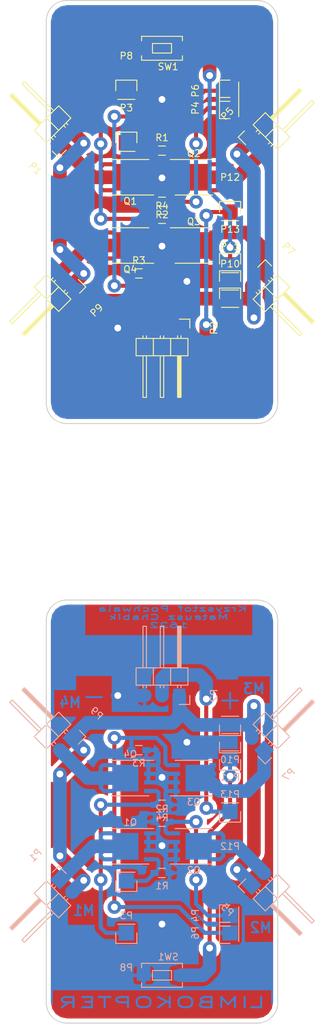
<source format=kicad_pcb>
(kicad_pcb (version 4) (host pcbnew 4.0.2+e4-6225~38~ubuntu14.04.1-stable)

  (general
    (links 53)
    (no_connects 0)
    (area 240.499804 14.924999 288.500196 165.000001)
    (thickness 1.6)
    (drawings 32)
    (tracks 438)
    (zones 0)
    (modules 44)
    (nets 13)
  )

  (page A4)
  (title_block
    (title Limbokopter)
    (date 2016-06-03)
    (rev A)
    (company "Wroclaw University of Technology")
    (comment 1 "Motors' driver board")
  )

  (layers
    (0 F.Cu signal)
    (31 B.Cu signal)
    (32 B.Adhes user)
    (33 F.Adhes user)
    (34 B.Paste user)
    (35 F.Paste user)
    (36 B.SilkS user)
    (37 F.SilkS user)
    (38 B.Mask user)
    (39 F.Mask user)
    (40 Dwgs.User user)
    (41 Cmts.User user)
    (42 Eco1.User user)
    (43 Eco2.User user)
    (44 Edge.Cuts user)
    (45 Margin user)
    (46 B.CrtYd user)
    (47 F.CrtYd user)
    (48 B.Fab user)
    (49 F.Fab user)
  )

  (setup
    (last_trace_width 0.6)
    (user_trace_width 0.6)
    (user_trace_width 2)
    (trace_clearance 0.2)
    (zone_clearance 0.6)
    (zone_45_only no)
    (trace_min 0.2)
    (segment_width 0.2)
    (edge_width 0.15)
    (via_size 2)
    (via_drill 1)
    (via_min_size 0.4)
    (via_min_drill 0.3)
    (uvia_size 0.3)
    (uvia_drill 0.1)
    (uvias_allowed no)
    (uvia_min_size 0.2)
    (uvia_min_drill 0.1)
    (pcb_text_width 0.3)
    (pcb_text_size 1.5 1.5)
    (mod_edge_width 0.15)
    (mod_text_size 1 1)
    (mod_text_width 0.15)
    (pad_size 2.032 1.7272)
    (pad_drill 0)
    (pad_to_mask_clearance 0.2)
    (aux_axis_origin 0 0)
    (grid_origin 125 100)
    (visible_elements FFFFFF7F)
    (pcbplotparams
      (layerselection 0x00030_80000001)
      (usegerberextensions false)
      (excludeedgelayer true)
      (linewidth 0.100000)
      (plotframeref false)
      (viasonmask false)
      (mode 1)
      (useauxorigin false)
      (hpglpennumber 1)
      (hpglpenspeed 20)
      (hpglpendiameter 15)
      (hpglpenoverlay 2)
      (psnegative false)
      (psa4output false)
      (plotreference true)
      (plotvalue true)
      (plotinvisibletext false)
      (padsonsilk false)
      (subtractmaskfromsilk false)
      (outputformat 1)
      (mirror false)
      (drillshape 0)
      (scaleselection 1)
      (outputdirectory ""))
  )

  (net 0 "")
  (net 1 +12V)
  (net 2 "Net-(P12-Pad1)")
  (net 3 GND)
  (net 4 "Net-(P3-Pad1)")
  (net 5 "Net-(P4-Pad1)")
  (net 6 "Net-(P5-Pad2)")
  (net 7 "Net-(P6-Pad1)")
  (net 8 "Net-(P8-Pad1)")
  (net 9 "Net-(P9-Pad2)")
  (net 10 "Net-(P13-Pad1)")
  (net 11 "Net-(P7-Pad1)")
  (net 12 "Net-(P1-Pad1)")

  (net_class Default "This is the default net class."
    (clearance 0.2)
    (trace_width 0.6)
    (via_dia 2)
    (via_drill 1)
    (uvia_dia 0.3)
    (uvia_drill 0.1)
    (add_net +12V)
    (add_net GND)
    (add_net "Net-(P1-Pad1)")
    (add_net "Net-(P12-Pad1)")
    (add_net "Net-(P13-Pad1)")
    (add_net "Net-(P3-Pad1)")
    (add_net "Net-(P4-Pad1)")
    (add_net "Net-(P5-Pad2)")
    (add_net "Net-(P6-Pad1)")
    (add_net "Net-(P7-Pad1)")
    (add_net "Net-(P8-Pad1)")
    (add_net "Net-(P9-Pad2)")
  )

  (module Pin_Headers:Pin_Header_Straight_1x01 (layer B.Cu) (tedit 5751368D) (tstamp 57513CAA)
    (at 48.5 126.243002)
    (descr "Through hole pin header")
    (tags "pin header")
    (path /57512E06)
    (fp_text reference P13 (at 0 5.1) (layer B.SilkS)
      (effects (font (size 1 1) (thickness 0.15)) (justify mirror))
    )
    (fp_text value RST (at 0 3.1) (layer B.Fab)
      (effects (font (size 1 1) (thickness 0.15)) (justify mirror))
    )
    (fp_line (start 1.55 1.55) (end 1.55 0) (layer B.SilkS) (width 0.15))
    (fp_line (start -1.75 1.75) (end -1.75 -1.75) (layer B.CrtYd) (width 0.05))
    (fp_line (start 1.75 1.75) (end 1.75 -1.75) (layer B.CrtYd) (width 0.05))
    (fp_line (start -1.75 1.75) (end 1.75 1.75) (layer B.CrtYd) (width 0.05))
    (fp_line (start -1.75 -1.75) (end 1.75 -1.75) (layer B.CrtYd) (width 0.05))
    (fp_line (start -1.55 0) (end -1.55 1.55) (layer B.SilkS) (width 0.15))
    (fp_line (start -1.55 1.55) (end 1.55 1.55) (layer B.SilkS) (width 0.15))
    (fp_line (start -1.27 -1.27) (end 1.27 -1.27) (layer B.SilkS) (width 0.15))
    (pad 1 smd rect (at 0 0) (size 2.2352 2) (layers B.Cu B.Paste B.Mask)
      (net 10 "Net-(P13-Pad1)"))
    (model Pin_Headers.3dshapes/Pin_Header_Straight_1x01.wrl
      (at (xyz 0 0 0))
      (scale (xyz 1 1 1))
      (rotate (xyz 0 0 90))
    )
  )

  (module Pin_Headers:Pin_Header_Straight_1x01 (layer B.Cu) (tedit 57513688) (tstamp 57513C9E)
    (at 48.5 123.703002)
    (descr "Through hole pin header")
    (tags "pin header")
    (path /5751490F)
    (fp_text reference P11 (at 0 5.1) (layer B.SilkS)
      (effects (font (size 1 1) (thickness 0.15)) (justify mirror))
    )
    (fp_text value GND (at 0 3.1) (layer B.Fab)
      (effects (font (size 1 1) (thickness 0.15)) (justify mirror))
    )
    (fp_line (start 1.55 1.55) (end 1.55 0) (layer B.SilkS) (width 0.15))
    (fp_line (start -1.75 1.75) (end -1.75 -1.75) (layer B.CrtYd) (width 0.05))
    (fp_line (start 1.75 1.75) (end 1.75 -1.75) (layer B.CrtYd) (width 0.05))
    (fp_line (start -1.75 1.75) (end 1.75 1.75) (layer B.CrtYd) (width 0.05))
    (fp_line (start -1.75 -1.75) (end 1.75 -1.75) (layer B.CrtYd) (width 0.05))
    (fp_line (start -1.55 0) (end -1.55 1.55) (layer B.SilkS) (width 0.15))
    (fp_line (start -1.55 1.55) (end 1.55 1.55) (layer B.SilkS) (width 0.15))
    (fp_line (start -1.27 -1.27) (end 1.27 -1.27) (layer B.SilkS) (width 0.15))
    (pad 1 smd rect (at 0 0) (size 2.2352 2) (layers B.Cu B.Paste B.Mask)
      (net 3 GND))
    (model Pin_Headers.3dshapes/Pin_Header_Straight_1x01.wrl
      (at (xyz 0 0 0))
      (scale (xyz 1 1 1))
      (rotate (xyz 0 0 90))
    )
  )

  (module Pin_Headers:Pin_Header_Angled_1x02 (layer B.Cu) (tedit 575136E5) (tstamp 57513C7C)
    (at 53.5 124.863002 45)
    (descr "Through hole pin header")
    (tags "pin header")
    (path /57513551)
    (fp_text reference P7 (at 0 5.100001 45) (layer B.SilkS)
      (effects (font (size 1 1) (thickness 0.15)) (justify mirror))
    )
    (fp_text value M3 (at 0 3.1 45) (layer B.Fab)
      (effects (font (size 1 1) (thickness 0.15)) (justify mirror))
    )
    (fp_line (start -1.5 1.75) (end -1.5 -4.3) (layer B.CrtYd) (width 0.05))
    (fp_line (start 10.65 1.75) (end 10.65 -4.3) (layer B.CrtYd) (width 0.05))
    (fp_line (start -1.5 1.75) (end 10.65 1.75) (layer B.CrtYd) (width 0.05))
    (fp_line (start -1.5 -4.3) (end 10.65 -4.3) (layer B.CrtYd) (width 0.05))
    (fp_line (start -1.3 1.55) (end -1.3 0) (layer B.SilkS) (width 0.15))
    (fp_line (start 0 1.55) (end -1.3 1.55) (layer B.SilkS) (width 0.15))
    (fp_line (start 4.191 0.127) (end 10.033 0.127) (layer B.SilkS) (width 0.15))
    (fp_line (start 10.033 0.127) (end 10.033 -0.127) (layer B.SilkS) (width 0.15))
    (fp_line (start 10.033 -0.127) (end 4.191 -0.127) (layer B.SilkS) (width 0.15))
    (fp_line (start 4.191 -0.127) (end 4.191 0) (layer B.SilkS) (width 0.15))
    (fp_line (start 4.191 0) (end 10.033 0) (layer B.SilkS) (width 0.15))
    (fp_line (start 1.524 0.254) (end 1.143 0.254) (layer B.SilkS) (width 0.15))
    (fp_line (start 1.524 -0.254) (end 1.143 -0.254) (layer B.SilkS) (width 0.15))
    (fp_line (start 1.524 -2.286) (end 1.143 -2.286) (layer B.SilkS) (width 0.15))
    (fp_line (start 1.524 -2.794) (end 1.143 -2.794) (layer B.SilkS) (width 0.15))
    (fp_line (start 1.524 1.27) (end 4.064 1.27) (layer B.SilkS) (width 0.15))
    (fp_line (start 1.524 -1.27) (end 4.064 -1.27) (layer B.SilkS) (width 0.15))
    (fp_line (start 1.524 -1.27) (end 1.524 -3.81) (layer B.SilkS) (width 0.15))
    (fp_line (start 1.524 -3.81) (end 4.064 -3.81) (layer B.SilkS) (width 0.15))
    (fp_line (start 4.064 -2.286) (end 10.16 -2.286) (layer B.SilkS) (width 0.15))
    (fp_line (start 10.16 -2.286) (end 10.16 -2.794) (layer B.SilkS) (width 0.15))
    (fp_line (start 10.16 -2.794) (end 4.064 -2.794) (layer B.SilkS) (width 0.15))
    (fp_line (start 4.064 -3.81) (end 4.064 -1.27) (layer B.SilkS) (width 0.15))
    (fp_line (start 4.064 -1.27) (end 4.064 1.27) (layer B.SilkS) (width 0.15))
    (fp_line (start 10.16 -0.254) (end 4.064 -0.254) (layer B.SilkS) (width 0.15))
    (fp_line (start 10.16 0.254) (end 10.16 -0.254) (layer B.SilkS) (width 0.15))
    (fp_line (start 4.064 0.254) (end 10.16 0.254) (layer B.SilkS) (width 0.15))
    (fp_line (start 1.524 -1.27) (end 4.064 -1.27) (layer B.SilkS) (width 0.15))
    (fp_line (start 1.524 1.27) (end 1.524 -1.27) (layer B.SilkS) (width 0.15))
    (pad 1 smd rect (at 0 0 45) (size 2.032 2.032) (layers B.Cu B.Paste B.Mask)
      (net 11 "Net-(P7-Pad1)"))
    (pad 2 smd oval (at 0 -2.54 45) (size 2.032 2.032) (layers B.Cu B.Paste B.Mask)
      (net 1 +12V))
    (model Pin_Headers.3dshapes/Pin_Header_Angled_1x02.wrl
      (at (xyz 0 -0.05 0))
      (scale (xyz 1 1 1))
      (rotate (xyz 0 0 90))
    )
  )

  (module Pin_Headers:Pin_Header_Straight_1x01 (layer B.Cu) (tedit 57513698) (tstamp 57513C70)
    (at 48.5 133.863002)
    (descr "Through hole pin header")
    (tags "pin header")
    (path /57513EEC)
    (fp_text reference P12 (at 0 5.1) (layer B.SilkS)
      (effects (font (size 1 1) (thickness 0.15)) (justify mirror))
    )
    (fp_text value A2 (at 0 3.1) (layer B.Fab)
      (effects (font (size 1 1) (thickness 0.15)) (justify mirror))
    )
    (fp_line (start 1.55 1.55) (end 1.55 0) (layer B.SilkS) (width 0.15))
    (fp_line (start -1.75 1.75) (end -1.75 -1.75) (layer B.CrtYd) (width 0.05))
    (fp_line (start 1.75 1.75) (end 1.75 -1.75) (layer B.CrtYd) (width 0.05))
    (fp_line (start -1.75 1.75) (end 1.75 1.75) (layer B.CrtYd) (width 0.05))
    (fp_line (start -1.75 -1.75) (end 1.75 -1.75) (layer B.CrtYd) (width 0.05))
    (fp_line (start -1.55 0) (end -1.55 1.55) (layer B.SilkS) (width 0.15))
    (fp_line (start -1.55 1.55) (end 1.55 1.55) (layer B.SilkS) (width 0.15))
    (fp_line (start -1.27 -1.27) (end 1.27 -1.27) (layer B.SilkS) (width 0.15))
    (pad 1 smd rect (at 0 0) (size 2.2352 2.2352) (layers B.Cu B.Paste B.Mask)
      (net 2 "Net-(P12-Pad1)"))
    (model Pin_Headers.3dshapes/Pin_Header_Straight_1x01.wrl
      (at (xyz 0 0 0))
      (scale (xyz 1 1 1))
      (rotate (xyz 0 0 90))
    )
  )

  (module Pin_Headers:Pin_Header_Straight_1x01 (layer B.Cu) (tedit 5751367F) (tstamp 57513C64)
    (at 48.5 121.163002)
    (descr "Through hole pin header")
    (tags "pin header")
    (path /575149F3)
    (fp_text reference P10 (at 0 5.1) (layer B.SilkS)
      (effects (font (size 1 1) (thickness 0.15)) (justify mirror))
    )
    (fp_text value RAW (at 0 3.1) (layer B.Fab)
      (effects (font (size 1 1) (thickness 0.15)) (justify mirror))
    )
    (fp_line (start 1.55 1.55) (end 1.55 0) (layer B.SilkS) (width 0.15))
    (fp_line (start -1.75 1.75) (end -1.75 -1.75) (layer B.CrtYd) (width 0.05))
    (fp_line (start 1.75 1.75) (end 1.75 -1.75) (layer B.CrtYd) (width 0.05))
    (fp_line (start -1.75 1.75) (end 1.75 1.75) (layer B.CrtYd) (width 0.05))
    (fp_line (start -1.75 -1.75) (end 1.75 -1.75) (layer B.CrtYd) (width 0.05))
    (fp_line (start -1.55 0) (end -1.55 1.55) (layer B.SilkS) (width 0.15))
    (fp_line (start -1.55 1.55) (end 1.55 1.55) (layer B.SilkS) (width 0.15))
    (fp_line (start -1.27 -1.27) (end 1.27 -1.27) (layer B.SilkS) (width 0.15))
    (pad 1 smd rect (at 0 0) (size 2.2352 2) (layers B.Cu B.Paste B.Mask)
      (net 1 +12V))
    (model Pin_Headers.3dshapes/Pin_Header_Straight_1x01.wrl
      (at (xyz 0 0 0))
      (scale (xyz 1 1 1))
      (rotate (xyz 0 0 90))
    )
  )

  (module Pin_Headers:Pin_Header_Angled_1x03 (layer B.Cu) (tedit 5751378D) (tstamp 57513C38)
    (at 41.04 116.863002 90)
    (descr "Through hole pin header")
    (tags "pin header")
    (path /5751298A)
    (fp_text reference P2 (at 0 5.1 90) (layer B.SilkS)
      (effects (font (size 1 1) (thickness 0.15)) (justify mirror))
    )
    (fp_text value CONN_01X03 (at 0 3.1 90) (layer B.Fab)
      (effects (font (size 1 1) (thickness 0.15)) (justify mirror))
    )
    (fp_line (start -1.5 1.75) (end -1.5 -6.85) (layer B.CrtYd) (width 0.05))
    (fp_line (start 10.65 1.75) (end 10.65 -6.85) (layer B.CrtYd) (width 0.05))
    (fp_line (start -1.5 1.75) (end 10.65 1.75) (layer B.CrtYd) (width 0.05))
    (fp_line (start -1.5 -6.85) (end 10.65 -6.85) (layer B.CrtYd) (width 0.05))
    (fp_line (start -1.3 1.55) (end -1.3 0) (layer B.SilkS) (width 0.15))
    (fp_line (start 0 1.55) (end -1.3 1.55) (layer B.SilkS) (width 0.15))
    (fp_line (start 4.191 0.127) (end 10.033 0.127) (layer B.SilkS) (width 0.15))
    (fp_line (start 10.033 0.127) (end 10.033 -0.127) (layer B.SilkS) (width 0.15))
    (fp_line (start 10.033 -0.127) (end 4.191 -0.127) (layer B.SilkS) (width 0.15))
    (fp_line (start 4.191 -0.127) (end 4.191 0) (layer B.SilkS) (width 0.15))
    (fp_line (start 4.191 0) (end 10.033 0) (layer B.SilkS) (width 0.15))
    (fp_line (start 1.524 0.254) (end 1.143 0.254) (layer B.SilkS) (width 0.15))
    (fp_line (start 1.524 -0.254) (end 1.143 -0.254) (layer B.SilkS) (width 0.15))
    (fp_line (start 1.524 -2.286) (end 1.143 -2.286) (layer B.SilkS) (width 0.15))
    (fp_line (start 1.524 -2.794) (end 1.143 -2.794) (layer B.SilkS) (width 0.15))
    (fp_line (start 1.524 -4.826) (end 1.143 -4.826) (layer B.SilkS) (width 0.15))
    (fp_line (start 1.524 -5.334) (end 1.143 -5.334) (layer B.SilkS) (width 0.15))
    (fp_line (start 4.064 -1.27) (end 4.064 1.27) (layer B.SilkS) (width 0.15))
    (fp_line (start 10.16 -0.254) (end 4.064 -0.254) (layer B.SilkS) (width 0.15))
    (fp_line (start 10.16 0.254) (end 10.16 -0.254) (layer B.SilkS) (width 0.15))
    (fp_line (start 4.064 0.254) (end 10.16 0.254) (layer B.SilkS) (width 0.15))
    (fp_line (start 1.524 -1.27) (end 4.064 -1.27) (layer B.SilkS) (width 0.15))
    (fp_line (start 1.524 1.27) (end 1.524 -1.27) (layer B.SilkS) (width 0.15))
    (fp_line (start 1.524 1.27) (end 4.064 1.27) (layer B.SilkS) (width 0.15))
    (fp_line (start 1.524 -3.81) (end 4.064 -3.81) (layer B.SilkS) (width 0.15))
    (fp_line (start 1.524 -3.81) (end 1.524 -6.35) (layer B.SilkS) (width 0.15))
    (fp_line (start 4.064 -4.826) (end 10.16 -4.826) (layer B.SilkS) (width 0.15))
    (fp_line (start 10.16 -4.826) (end 10.16 -5.334) (layer B.SilkS) (width 0.15))
    (fp_line (start 10.16 -5.334) (end 4.064 -5.334) (layer B.SilkS) (width 0.15))
    (fp_line (start 4.064 -6.35) (end 4.064 -3.81) (layer B.SilkS) (width 0.15))
    (fp_line (start 4.064 -3.81) (end 4.064 -1.27) (layer B.SilkS) (width 0.15))
    (fp_line (start 10.16 -2.794) (end 4.064 -2.794) (layer B.SilkS) (width 0.15))
    (fp_line (start 10.16 -2.286) (end 10.16 -2.794) (layer B.SilkS) (width 0.15))
    (fp_line (start 4.064 -2.286) (end 10.16 -2.286) (layer B.SilkS) (width 0.15))
    (fp_line (start 1.524 -3.81) (end 4.064 -3.81) (layer B.SilkS) (width 0.15))
    (fp_line (start 1.524 -1.27) (end 1.524 -3.81) (layer B.SilkS) (width 0.15))
    (fp_line (start 1.524 -1.27) (end 4.064 -1.27) (layer B.SilkS) (width 0.15))
    (fp_line (start 1.524 -6.35) (end 4.064 -6.35) (layer B.SilkS) (width 0.15))
    (pad 1 smd rect (at 0 0 90) (size 2.032 1.7272) (layers B.Cu B.Paste B.Mask)
      (net 1 +12V))
    (pad 2 smd oval (at 0 -2.54 90) (size 2.032 1.7272) (layers B.Cu B.Paste B.Mask)
      (net 2 "Net-(P12-Pad1)"))
    (pad 3 smd oval (at 0 -5.08 90) (size 2.032 1.7272) (layers B.Cu B.Paste B.Mask)
      (net 3 GND))
    (model Pin_Headers.3dshapes/Pin_Header_Angled_1x03.wrl
      (at (xyz 0 -0.1 0))
      (scale (xyz 1 1 1))
      (rotate (xyz 0 0 90))
    )
  )

  (module SMD_Packages:SO-8_PowerPAK_Vishay_Single (layer B.Cu) (tedit 54AF9856) (tstamp 57513C26)
    (at 43.17 128.958002)
    (descr "PowerPAK SO-8 (see Vishay AN821)")
    (tags "PowerPAK SO-8")
    (path /57513562)
    (attr smd)
    (fp_text reference Q3 (at 0 3.5) (layer B.SilkS)
      (effects (font (size 1 1) (thickness 0.15)) (justify mirror))
    )
    (fp_text value 79N03 (at 0 -3.5) (layer B.Fab)
      (effects (font (size 1 1) (thickness 0.15)) (justify mirror))
    )
    (fp_line (start -3.55 2.75) (end -3.55 -2.75) (layer B.CrtYd) (width 0.05))
    (fp_line (start 3.55 2.75) (end 3.55 -2.75) (layer B.CrtYd) (width 0.05))
    (fp_line (start -3.55 2.75) (end 3.55 2.75) (layer B.CrtYd) (width 0.05))
    (fp_line (start -3.55 -2.75) (end 3.55 -2.75) (layer B.CrtYd) (width 0.05))
    (fp_line (start -3.45 2.6) (end 2.75 2.6) (layer B.SilkS) (width 0.15))
    (fp_line (start -2.75 -2.6) (end 2.75 -2.6) (layer B.SilkS) (width 0.15))
    (pad 1 smd rect (at -2.67 1.905) (size 1.27 0.61) (layers B.Cu B.Paste B.Mask)
      (net 3 GND))
    (pad 2 smd rect (at -2.67 0.635) (size 1.27 0.61) (layers B.Cu B.Paste B.Mask)
      (net 3 GND))
    (pad 3 smd rect (at -2.67 -0.635) (size 1.27 0.61) (layers B.Cu B.Paste B.Mask)
      (net 3 GND))
    (pad 4 smd rect (at -2.67 -1.905) (size 1.27 0.61) (layers B.Cu B.Paste B.Mask)
      (net 7 "Net-(P6-Pad1)"))
    (pad 5 smd rect (at 2.795 -1.905) (size 1.02 0.61) (layers B.Cu B.Paste B.Mask)
      (net 11 "Net-(P7-Pad1)"))
    (pad 5 smd rect (at 2.795 -0.635) (size 1.02 0.61) (layers B.Cu B.Paste B.Mask)
      (net 11 "Net-(P7-Pad1)"))
    (pad 5 smd rect (at 2.795 0.635) (size 1.02 0.61) (layers B.Cu B.Paste B.Mask)
      (net 11 "Net-(P7-Pad1)"))
    (pad 5 smd rect (at 2.795 1.905) (size 1.02 0.61) (layers B.Cu B.Paste B.Mask)
      (net 11 "Net-(P7-Pad1)"))
    (pad 5 smd rect (at 0.69 0) (size 3.81 3.91) (layers B.Cu B.Paste B.Mask)
      (net 11 "Net-(P7-Pad1)"))
  )

  (module Pin_Headers:Pin_Header_Angled_1x02 (layer B.Cu) (tedit 57513762) (tstamp 57513C04)
    (at 23.5 143.863002 225)
    (descr "Through hole pin header")
    (tags "pin header")
    (path /57509CFB)
    (fp_text reference P1 (at 0 5.100001 225) (layer B.SilkS)
      (effects (font (size 1 1) (thickness 0.15)) (justify mirror))
    )
    (fp_text value M1 (at 0 3.1 225) (layer B.Fab)
      (effects (font (size 1 1) (thickness 0.15)) (justify mirror))
    )
    (fp_line (start -1.5 1.75) (end -1.5 -4.3) (layer B.CrtYd) (width 0.05))
    (fp_line (start 10.65 1.75) (end 10.65 -4.3) (layer B.CrtYd) (width 0.05))
    (fp_line (start -1.5 1.75) (end 10.65 1.75) (layer B.CrtYd) (width 0.05))
    (fp_line (start -1.5 -4.3) (end 10.65 -4.3) (layer B.CrtYd) (width 0.05))
    (fp_line (start -1.3 1.55) (end -1.3 0) (layer B.SilkS) (width 0.15))
    (fp_line (start 0 1.55) (end -1.3 1.55) (layer B.SilkS) (width 0.15))
    (fp_line (start 4.191 0.127) (end 10.033 0.127) (layer B.SilkS) (width 0.15))
    (fp_line (start 10.033 0.127) (end 10.033 -0.127) (layer B.SilkS) (width 0.15))
    (fp_line (start 10.033 -0.127) (end 4.191 -0.127) (layer B.SilkS) (width 0.15))
    (fp_line (start 4.191 -0.127) (end 4.191 0) (layer B.SilkS) (width 0.15))
    (fp_line (start 4.191 0) (end 10.033 0) (layer B.SilkS) (width 0.15))
    (fp_line (start 1.524 0.254) (end 1.143 0.254) (layer B.SilkS) (width 0.15))
    (fp_line (start 1.524 -0.254) (end 1.143 -0.254) (layer B.SilkS) (width 0.15))
    (fp_line (start 1.524 -2.286) (end 1.143 -2.286) (layer B.SilkS) (width 0.15))
    (fp_line (start 1.524 -2.794) (end 1.143 -2.794) (layer B.SilkS) (width 0.15))
    (fp_line (start 1.524 1.27) (end 4.064 1.27) (layer B.SilkS) (width 0.15))
    (fp_line (start 1.524 -1.27) (end 4.064 -1.27) (layer B.SilkS) (width 0.15))
    (fp_line (start 1.524 -1.27) (end 1.524 -3.81) (layer B.SilkS) (width 0.15))
    (fp_line (start 1.524 -3.81) (end 4.064 -3.81) (layer B.SilkS) (width 0.15))
    (fp_line (start 4.064 -2.286) (end 10.16 -2.286) (layer B.SilkS) (width 0.15))
    (fp_line (start 10.16 -2.286) (end 10.16 -2.794) (layer B.SilkS) (width 0.15))
    (fp_line (start 10.16 -2.794) (end 4.064 -2.794) (layer B.SilkS) (width 0.15))
    (fp_line (start 4.064 -3.81) (end 4.064 -1.27) (layer B.SilkS) (width 0.15))
    (fp_line (start 4.064 -1.27) (end 4.064 1.27) (layer B.SilkS) (width 0.15))
    (fp_line (start 10.16 -0.254) (end 4.064 -0.254) (layer B.SilkS) (width 0.15))
    (fp_line (start 10.16 0.254) (end 10.16 -0.254) (layer B.SilkS) (width 0.15))
    (fp_line (start 4.064 0.254) (end 10.16 0.254) (layer B.SilkS) (width 0.15))
    (fp_line (start 1.524 -1.27) (end 4.064 -1.27) (layer B.SilkS) (width 0.15))
    (fp_line (start 1.524 1.27) (end 1.524 -1.27) (layer B.SilkS) (width 0.15))
    (pad 1 smd rect (at 0 0 225) (size 2.032 2.032) (layers B.Cu B.Paste B.Mask)
      (net 12 "Net-(P1-Pad1)"))
    (pad 2 smd oval (at 0 -2.54 225) (size 2.032 2.032) (layers B.Cu B.Paste B.Mask)
      (net 1 +12V))
    (model Pin_Headers.3dshapes/Pin_Header_Angled_1x02.wrl
      (at (xyz 0 -0.05 0))
      (scale (xyz 1 1 1))
      (rotate (xyz 0 0 90))
    )
  )

  (module Pin_Headers:Pin_Header_Straight_1x01 (layer B.Cu) (tedit 575136BE) (tstamp 57513BF8)
    (at 33.26 144.023002)
    (descr "Through hole pin header")
    (tags "pin header")
    (path /57512A18)
    (fp_text reference P3 (at 0 5.1) (layer B.SilkS)
      (effects (font (size 1 1) (thickness 0.15)) (justify mirror))
    )
    (fp_text value PWM1 (at 0 3.1) (layer B.Fab)
      (effects (font (size 1 1) (thickness 0.15)) (justify mirror))
    )
    (fp_line (start 1.55 1.55) (end 1.55 0) (layer B.SilkS) (width 0.15))
    (fp_line (start -1.75 1.75) (end -1.75 -1.75) (layer B.CrtYd) (width 0.05))
    (fp_line (start 1.75 1.75) (end 1.75 -1.75) (layer B.CrtYd) (width 0.05))
    (fp_line (start -1.75 1.75) (end 1.75 1.75) (layer B.CrtYd) (width 0.05))
    (fp_line (start -1.75 -1.75) (end 1.75 -1.75) (layer B.CrtYd) (width 0.05))
    (fp_line (start -1.55 0) (end -1.55 1.55) (layer B.SilkS) (width 0.15))
    (fp_line (start -1.55 1.55) (end 1.55 1.55) (layer B.SilkS) (width 0.15))
    (fp_line (start -1.27 -1.27) (end 1.27 -1.27) (layer B.SilkS) (width 0.15))
    (pad 1 smd rect (at 0 0) (size 2.2352 2.2352) (layers B.Cu B.Paste B.Mask)
      (net 4 "Net-(P3-Pad1)"))
    (model Pin_Headers.3dshapes/Pin_Header_Straight_1x01.wrl
      (at (xyz 0 0 0))
      (scale (xyz 1 1 1))
      (rotate (xyz 0 0 90))
    )
  )

  (module Resistors_SMD:R_0603_HandSoldering (layer B.Cu) (tedit 5418A00F) (tstamp 57513BED)
    (at 38.5 132.863002)
    (descr "Resistor SMD 0603, hand soldering")
    (tags "resistor 0603")
    (path /57513584)
    (attr smd)
    (fp_text reference R4 (at 0 1.9) (layer B.SilkS)
      (effects (font (size 1 1) (thickness 0.15)) (justify mirror))
    )
    (fp_text value R (at 0 -1.9) (layer B.Fab)
      (effects (font (size 1 1) (thickness 0.15)) (justify mirror))
    )
    (fp_line (start -2 0.8) (end 2 0.8) (layer B.CrtYd) (width 0.05))
    (fp_line (start -2 -0.8) (end 2 -0.8) (layer B.CrtYd) (width 0.05))
    (fp_line (start -2 0.8) (end -2 -0.8) (layer B.CrtYd) (width 0.05))
    (fp_line (start 2 0.8) (end 2 -0.8) (layer B.CrtYd) (width 0.05))
    (fp_line (start 0.5 -0.675) (end -0.5 -0.675) (layer B.SilkS) (width 0.15))
    (fp_line (start -0.5 0.675) (end 0.5 0.675) (layer B.SilkS) (width 0.15))
    (pad 1 smd rect (at -1.1 0) (size 1.2 0.9) (layers B.Cu B.Paste B.Mask)
      (net 8 "Net-(P8-Pad1)"))
    (pad 2 smd rect (at 1.1 0) (size 1.2 0.9) (layers B.Cu B.Paste B.Mask)
      (net 3 GND))
    (model Resistors_SMD.3dshapes/R_0603_HandSoldering.wrl
      (at (xyz 0 0 0))
      (scale (xyz 1 1 1))
      (rotate (xyz 0 0 0))
    )
  )

  (module SMD_Packages:SO-8_PowerPAK_Vishay_Single (layer B.Cu) (tedit 54AF9856) (tstamp 57513BDB)
    (at 33.83 128.958002 180)
    (descr "PowerPAK SO-8 (see Vishay AN821)")
    (tags "PowerPAK SO-8")
    (path /5751359D)
    (attr smd)
    (fp_text reference Q4 (at 0 3.5 180) (layer B.SilkS)
      (effects (font (size 1 1) (thickness 0.15)) (justify mirror))
    )
    (fp_text value 79N03 (at 0 -3.5 180) (layer B.Fab)
      (effects (font (size 1 1) (thickness 0.15)) (justify mirror))
    )
    (fp_line (start -3.55 2.75) (end -3.55 -2.75) (layer B.CrtYd) (width 0.05))
    (fp_line (start 3.55 2.75) (end 3.55 -2.75) (layer B.CrtYd) (width 0.05))
    (fp_line (start -3.55 2.75) (end 3.55 2.75) (layer B.CrtYd) (width 0.05))
    (fp_line (start -3.55 -2.75) (end 3.55 -2.75) (layer B.CrtYd) (width 0.05))
    (fp_line (start -3.45 2.6) (end 2.75 2.6) (layer B.SilkS) (width 0.15))
    (fp_line (start -2.75 -2.6) (end 2.75 -2.6) (layer B.SilkS) (width 0.15))
    (pad 1 smd rect (at -2.67 1.905 180) (size 1.27 0.61) (layers B.Cu B.Paste B.Mask)
      (net 3 GND))
    (pad 2 smd rect (at -2.67 0.635 180) (size 1.27 0.61) (layers B.Cu B.Paste B.Mask)
      (net 3 GND))
    (pad 3 smd rect (at -2.67 -0.635 180) (size 1.27 0.61) (layers B.Cu B.Paste B.Mask)
      (net 3 GND))
    (pad 4 smd rect (at -2.67 -1.905 180) (size 1.27 0.61) (layers B.Cu B.Paste B.Mask)
      (net 8 "Net-(P8-Pad1)"))
    (pad 5 smd rect (at 2.795 -1.905 180) (size 1.02 0.61) (layers B.Cu B.Paste B.Mask)
      (net 9 "Net-(P9-Pad2)"))
    (pad 5 smd rect (at 2.795 -0.635 180) (size 1.02 0.61) (layers B.Cu B.Paste B.Mask)
      (net 9 "Net-(P9-Pad2)"))
    (pad 5 smd rect (at 2.795 0.635 180) (size 1.02 0.61) (layers B.Cu B.Paste B.Mask)
      (net 9 "Net-(P9-Pad2)"))
    (pad 5 smd rect (at 2.795 1.905 180) (size 1.02 0.61) (layers B.Cu B.Paste B.Mask)
      (net 9 "Net-(P9-Pad2)"))
    (pad 5 smd rect (at 0.69 0 180) (size 3.81 3.91) (layers B.Cu B.Paste B.Mask)
      (net 9 "Net-(P9-Pad2)"))
  )

  (module Resistors_SMD:R_0603_HandSoldering (layer B.Cu) (tedit 5418A00F) (tstamp 57513BD0)
    (at 35.1 124.863002)
    (descr "Resistor SMD 0603, hand soldering")
    (tags "resistor 0603")
    (path /57513549)
    (attr smd)
    (fp_text reference R3 (at 0 1.9) (layer B.SilkS)
      (effects (font (size 1 1) (thickness 0.15)) (justify mirror))
    )
    (fp_text value R (at 0 -1.9) (layer B.Fab)
      (effects (font (size 1 1) (thickness 0.15)) (justify mirror))
    )
    (fp_line (start -2 0.8) (end 2 0.8) (layer B.CrtYd) (width 0.05))
    (fp_line (start -2 -0.8) (end 2 -0.8) (layer B.CrtYd) (width 0.05))
    (fp_line (start -2 0.8) (end -2 -0.8) (layer B.CrtYd) (width 0.05))
    (fp_line (start 2 0.8) (end 2 -0.8) (layer B.CrtYd) (width 0.05))
    (fp_line (start 0.5 -0.675) (end -0.5 -0.675) (layer B.SilkS) (width 0.15))
    (fp_line (start -0.5 0.675) (end 0.5 0.675) (layer B.SilkS) (width 0.15))
    (pad 1 smd rect (at -1.1 0) (size 1.2 0.9) (layers B.Cu B.Paste B.Mask)
      (net 7 "Net-(P6-Pad1)"))
    (pad 2 smd rect (at 1.1 0) (size 1.2 0.9) (layers B.Cu B.Paste B.Mask)
      (net 3 GND))
    (model Resistors_SMD.3dshapes/R_0603_HandSoldering.wrl
      (at (xyz 0 0 0))
      (scale (xyz 1 1 1))
      (rotate (xyz 0 0 0))
    )
  )

  (module Resistors_SMD:R_0603_HandSoldering (layer B.Cu) (tedit 5418A00F) (tstamp 57513BC5)
    (at 38.5 135.363002 180)
    (descr "Resistor SMD 0603, hand soldering")
    (tags "resistor 0603")
    (path /57512F12)
    (attr smd)
    (fp_text reference R2 (at 0 1.9 180) (layer B.SilkS)
      (effects (font (size 1 1) (thickness 0.15)) (justify mirror))
    )
    (fp_text value R (at 0 -1.9 180) (layer B.Fab)
      (effects (font (size 1 1) (thickness 0.15)) (justify mirror))
    )
    (fp_line (start -2 0.8) (end 2 0.8) (layer B.CrtYd) (width 0.05))
    (fp_line (start -2 -0.8) (end 2 -0.8) (layer B.CrtYd) (width 0.05))
    (fp_line (start -2 0.8) (end -2 -0.8) (layer B.CrtYd) (width 0.05))
    (fp_line (start 2 0.8) (end 2 -0.8) (layer B.CrtYd) (width 0.05))
    (fp_line (start 0.5 -0.675) (end -0.5 -0.675) (layer B.SilkS) (width 0.15))
    (fp_line (start -0.5 0.675) (end 0.5 0.675) (layer B.SilkS) (width 0.15))
    (pad 1 smd rect (at -1.1 0 180) (size 1.2 0.9) (layers B.Cu B.Paste B.Mask)
      (net 5 "Net-(P4-Pad1)"))
    (pad 2 smd rect (at 1.1 0 180) (size 1.2 0.9) (layers B.Cu B.Paste B.Mask)
      (net 3 GND))
    (model Resistors_SMD.3dshapes/R_0603_HandSoldering.wrl
      (at (xyz 0 0 0))
      (scale (xyz 1 1 1))
      (rotate (xyz 0 0 0))
    )
  )

  (module SMD_Packages:SO-8_PowerPAK_Vishay_Single (layer B.Cu) (tedit 54AF9856) (tstamp 57513BB3)
    (at 33.83 138.958002 180)
    (descr "PowerPAK SO-8 (see Vishay AN821)")
    (tags "PowerPAK SO-8")
    (path /575124DA)
    (attr smd)
    (fp_text reference Q1 (at 0 3.5 180) (layer B.SilkS)
      (effects (font (size 1 1) (thickness 0.15)) (justify mirror))
    )
    (fp_text value 79N03 (at 0 -3.5 180) (layer B.Fab)
      (effects (font (size 1 1) (thickness 0.15)) (justify mirror))
    )
    (fp_line (start -3.55 2.75) (end -3.55 -2.75) (layer B.CrtYd) (width 0.05))
    (fp_line (start 3.55 2.75) (end 3.55 -2.75) (layer B.CrtYd) (width 0.05))
    (fp_line (start -3.55 2.75) (end 3.55 2.75) (layer B.CrtYd) (width 0.05))
    (fp_line (start -3.55 -2.75) (end 3.55 -2.75) (layer B.CrtYd) (width 0.05))
    (fp_line (start -3.45 2.6) (end 2.75 2.6) (layer B.SilkS) (width 0.15))
    (fp_line (start -2.75 -2.6) (end 2.75 -2.6) (layer B.SilkS) (width 0.15))
    (pad 1 smd rect (at -2.67 1.905 180) (size 1.27 0.61) (layers B.Cu B.Paste B.Mask)
      (net 3 GND))
    (pad 2 smd rect (at -2.67 0.635 180) (size 1.27 0.61) (layers B.Cu B.Paste B.Mask)
      (net 3 GND))
    (pad 3 smd rect (at -2.67 -0.635 180) (size 1.27 0.61) (layers B.Cu B.Paste B.Mask)
      (net 3 GND))
    (pad 4 smd rect (at -2.67 -1.905 180) (size 1.27 0.61) (layers B.Cu B.Paste B.Mask)
      (net 4 "Net-(P3-Pad1)"))
    (pad 5 smd rect (at 2.795 -1.905 180) (size 1.02 0.61) (layers B.Cu B.Paste B.Mask)
      (net 12 "Net-(P1-Pad1)"))
    (pad 5 smd rect (at 2.795 -0.635 180) (size 1.02 0.61) (layers B.Cu B.Paste B.Mask)
      (net 12 "Net-(P1-Pad1)"))
    (pad 5 smd rect (at 2.795 0.635 180) (size 1.02 0.61) (layers B.Cu B.Paste B.Mask)
      (net 12 "Net-(P1-Pad1)"))
    (pad 5 smd rect (at 2.795 1.905 180) (size 1.02 0.61) (layers B.Cu B.Paste B.Mask)
      (net 12 "Net-(P1-Pad1)"))
    (pad 5 smd rect (at 0.69 0 180) (size 3.81 3.91) (layers B.Cu B.Paste B.Mask)
      (net 12 "Net-(P1-Pad1)"))
  )

  (module Pin_Headers:Pin_Header_Angled_1x02 (layer B.Cu) (tedit 5751376E) (tstamp 57513B91)
    (at 25.296051 123.066951 135)
    (descr "Through hole pin header")
    (tags "pin header")
    (path /5751358C)
    (fp_text reference P9 (at 0 5.100001 135) (layer B.SilkS)
      (effects (font (size 1 1) (thickness 0.15)) (justify mirror))
    )
    (fp_text value M4 (at 0 3.1 135) (layer B.Fab)
      (effects (font (size 1 1) (thickness 0.15)) (justify mirror))
    )
    (fp_line (start -1.5 1.75) (end -1.5 -4.3) (layer B.CrtYd) (width 0.05))
    (fp_line (start 10.65 1.75) (end 10.65 -4.3) (layer B.CrtYd) (width 0.05))
    (fp_line (start -1.5 1.75) (end 10.65 1.75) (layer B.CrtYd) (width 0.05))
    (fp_line (start -1.5 -4.3) (end 10.65 -4.3) (layer B.CrtYd) (width 0.05))
    (fp_line (start -1.3 1.55) (end -1.3 0) (layer B.SilkS) (width 0.15))
    (fp_line (start 0 1.55) (end -1.3 1.55) (layer B.SilkS) (width 0.15))
    (fp_line (start 4.191 0.127) (end 10.033 0.127) (layer B.SilkS) (width 0.15))
    (fp_line (start 10.033 0.127) (end 10.033 -0.127) (layer B.SilkS) (width 0.15))
    (fp_line (start 10.033 -0.127) (end 4.191 -0.127) (layer B.SilkS) (width 0.15))
    (fp_line (start 4.191 -0.127) (end 4.191 0) (layer B.SilkS) (width 0.15))
    (fp_line (start 4.191 0) (end 10.033 0) (layer B.SilkS) (width 0.15))
    (fp_line (start 1.524 0.254) (end 1.143 0.254) (layer B.SilkS) (width 0.15))
    (fp_line (start 1.524 -0.254) (end 1.143 -0.254) (layer B.SilkS) (width 0.15))
    (fp_line (start 1.524 -2.286) (end 1.143 -2.286) (layer B.SilkS) (width 0.15))
    (fp_line (start 1.524 -2.794) (end 1.143 -2.794) (layer B.SilkS) (width 0.15))
    (fp_line (start 1.524 1.27) (end 4.064 1.27) (layer B.SilkS) (width 0.15))
    (fp_line (start 1.524 -1.27) (end 4.064 -1.27) (layer B.SilkS) (width 0.15))
    (fp_line (start 1.524 -1.27) (end 1.524 -3.81) (layer B.SilkS) (width 0.15))
    (fp_line (start 1.524 -3.81) (end 4.064 -3.81) (layer B.SilkS) (width 0.15))
    (fp_line (start 4.064 -2.286) (end 10.16 -2.286) (layer B.SilkS) (width 0.15))
    (fp_line (start 10.16 -2.286) (end 10.16 -2.794) (layer B.SilkS) (width 0.15))
    (fp_line (start 10.16 -2.794) (end 4.064 -2.794) (layer B.SilkS) (width 0.15))
    (fp_line (start 4.064 -3.81) (end 4.064 -1.27) (layer B.SilkS) (width 0.15))
    (fp_line (start 4.064 -1.27) (end 4.064 1.27) (layer B.SilkS) (width 0.15))
    (fp_line (start 10.16 -0.254) (end 4.064 -0.254) (layer B.SilkS) (width 0.15))
    (fp_line (start 10.16 0.254) (end 10.16 -0.254) (layer B.SilkS) (width 0.15))
    (fp_line (start 4.064 0.254) (end 10.16 0.254) (layer B.SilkS) (width 0.15))
    (fp_line (start 1.524 -1.27) (end 4.064 -1.27) (layer B.SilkS) (width 0.15))
    (fp_line (start 1.524 1.27) (end 1.524 -1.27) (layer B.SilkS) (width 0.15))
    (pad 1 smd rect (at 0 0 135) (size 2.032 2.032) (layers B.Cu B.Paste B.Mask)
      (net 1 +12V))
    (pad 2 smd oval (at 0 -2.54 135) (size 2.032 2.032) (layers B.Cu B.Paste B.Mask)
      (net 9 "Net-(P9-Pad2)"))
    (model Pin_Headers.3dshapes/Pin_Header_Angled_1x02.wrl
      (at (xyz 0 -0.05 0))
      (scale (xyz 1 1 1))
      (rotate (xyz 0 0 90))
    )
  )

  (module Buttons_Switches_SMD:SW_SPST_EVQPE1 (layer B.Cu) (tedit 55DB43C0) (tstamp 57513B7E)
    (at 38.5 157.863002 180)
    (descr "Light Touch Switch")
    (path /5751307D)
    (attr smd)
    (fp_text reference SW1 (at -0.9 2.7 180) (layer B.SilkS)
      (effects (font (size 1 1) (thickness 0.15)) (justify mirror))
    )
    (fp_text value SW_PUSH (at 0 0 360) (layer B.Fab)
      (effects (font (size 1 1) (thickness 0.15)) (justify mirror))
    )
    (fp_line (start -1.4 0.7) (end 1.4 0.7) (layer B.SilkS) (width 0.15))
    (fp_line (start 1.4 0.7) (end 1.4 -0.7) (layer B.SilkS) (width 0.15))
    (fp_line (start 1.4 -0.7) (end -1.4 -0.7) (layer B.SilkS) (width 0.15))
    (fp_line (start -1.4 -0.7) (end -1.4 0.7) (layer B.SilkS) (width 0.15))
    (fp_line (start -3.95 2) (end 3.95 2) (layer B.CrtYd) (width 0.05))
    (fp_line (start 3.95 2) (end 3.95 -2) (layer B.CrtYd) (width 0.05))
    (fp_line (start 3.95 -2) (end -3.95 -2) (layer B.CrtYd) (width 0.05))
    (fp_line (start -3.95 -2) (end -3.95 2) (layer B.CrtYd) (width 0.05))
    (fp_line (start 3 1.75) (end 3 1.1) (layer B.SilkS) (width 0.15))
    (fp_line (start 3 -1.75) (end 3 -1.1) (layer B.SilkS) (width 0.15))
    (fp_line (start -3 -1.1) (end -3 -1.75) (layer B.SilkS) (width 0.15))
    (fp_line (start -3 1.75) (end -3 1.1) (layer B.SilkS) (width 0.15))
    (fp_line (start 3 1.75) (end -3 1.75) (layer B.SilkS) (width 0.15))
    (fp_line (start -3 -1.75) (end 3 -1.75) (layer B.SilkS) (width 0.15))
    (pad 2 smd rect (at 2.7 0 180) (size 2 1.6) (layers B.Cu B.Paste B.Mask)
      (net 3 GND))
    (pad 1 smd rect (at -2.7 0 180) (size 2 1.6) (layers B.Cu B.Paste B.Mask)
      (net 10 "Net-(P13-Pad1)"))
  )

  (module Pin_Headers:Pin_Header_Straight_1x01 (layer B.Cu) (tedit 575136B8) (tstamp 57513B72)
    (at 33.26 151.643002)
    (descr "Through hole pin header")
    (tags "pin header")
    (path /575135B3)
    (fp_text reference P8 (at 0 5.1) (layer B.SilkS)
      (effects (font (size 1 1) (thickness 0.15)) (justify mirror))
    )
    (fp_text value PWM4 (at 0 3.1) (layer B.Fab)
      (effects (font (size 1 1) (thickness 0.15)) (justify mirror))
    )
    (fp_line (start 1.55 1.55) (end 1.55 0) (layer B.SilkS) (width 0.15))
    (fp_line (start -1.75 1.75) (end -1.75 -1.75) (layer B.CrtYd) (width 0.05))
    (fp_line (start 1.75 1.75) (end 1.75 -1.75) (layer B.CrtYd) (width 0.05))
    (fp_line (start -1.75 1.75) (end 1.75 1.75) (layer B.CrtYd) (width 0.05))
    (fp_line (start -1.75 -1.75) (end 1.75 -1.75) (layer B.CrtYd) (width 0.05))
    (fp_line (start -1.55 0) (end -1.55 1.55) (layer B.SilkS) (width 0.15))
    (fp_line (start -1.55 1.55) (end 1.55 1.55) (layer B.SilkS) (width 0.15))
    (fp_line (start -1.27 -1.27) (end 1.27 -1.27) (layer B.SilkS) (width 0.15))
    (pad 1 smd rect (at 0 0) (size 2.2352 2.2352) (layers B.Cu B.Paste B.Mask)
      (net 8 "Net-(P8-Pad1)"))
    (model Pin_Headers.3dshapes/Pin_Header_Straight_1x01.wrl
      (at (xyz 0 0 0))
      (scale (xyz 1 1 1))
      (rotate (xyz 0 0 90))
    )
  )

  (module Resistors_SMD:R_0603_HandSoldering (layer B.Cu) (tedit 5418A00F) (tstamp 57513B67)
    (at 38.5 142.863002)
    (descr "Resistor SMD 0603, hand soldering")
    (tags "resistor 0603")
    (path /57509C96)
    (attr smd)
    (fp_text reference R1 (at 0 1.9) (layer B.SilkS)
      (effects (font (size 1 1) (thickness 0.15)) (justify mirror))
    )
    (fp_text value R (at 0 -1.9) (layer B.Fab)
      (effects (font (size 1 1) (thickness 0.15)) (justify mirror))
    )
    (fp_line (start -2 0.8) (end 2 0.8) (layer B.CrtYd) (width 0.05))
    (fp_line (start -2 -0.8) (end 2 -0.8) (layer B.CrtYd) (width 0.05))
    (fp_line (start -2 0.8) (end -2 -0.8) (layer B.CrtYd) (width 0.05))
    (fp_line (start 2 0.8) (end 2 -0.8) (layer B.CrtYd) (width 0.05))
    (fp_line (start 0.5 -0.675) (end -0.5 -0.675) (layer B.SilkS) (width 0.15))
    (fp_line (start -0.5 0.675) (end 0.5 0.675) (layer B.SilkS) (width 0.15))
    (pad 1 smd rect (at -1.1 0) (size 1.2 0.9) (layers B.Cu B.Paste B.Mask)
      (net 4 "Net-(P3-Pad1)"))
    (pad 2 smd rect (at 1.1 0) (size 1.2 0.9) (layers B.Cu B.Paste B.Mask)
      (net 3 GND))
    (model Resistors_SMD.3dshapes/R_0603_HandSoldering.wrl
      (at (xyz 0 0 0))
      (scale (xyz 1 1 1))
      (rotate (xyz 0 0 0))
    )
  )

  (module SMD_Packages:SO-8_PowerPAK_Vishay_Single (layer B.Cu) (tedit 54AF9856) (tstamp 57513B55)
    (at 43.17 138.958002)
    (descr "PowerPAK SO-8 (see Vishay AN821)")
    (tags "PowerPAK SO-8")
    (path /57512F2B)
    (attr smd)
    (fp_text reference Q2 (at 0 3.5) (layer B.SilkS)
      (effects (font (size 1 1) (thickness 0.15)) (justify mirror))
    )
    (fp_text value 79N03 (at 0 -3.5) (layer B.Fab)
      (effects (font (size 1 1) (thickness 0.15)) (justify mirror))
    )
    (fp_line (start -3.55 2.75) (end -3.55 -2.75) (layer B.CrtYd) (width 0.05))
    (fp_line (start 3.55 2.75) (end 3.55 -2.75) (layer B.CrtYd) (width 0.05))
    (fp_line (start -3.55 2.75) (end 3.55 2.75) (layer B.CrtYd) (width 0.05))
    (fp_line (start -3.55 -2.75) (end 3.55 -2.75) (layer B.CrtYd) (width 0.05))
    (fp_line (start -3.45 2.6) (end 2.75 2.6) (layer B.SilkS) (width 0.15))
    (fp_line (start -2.75 -2.6) (end 2.75 -2.6) (layer B.SilkS) (width 0.15))
    (pad 1 smd rect (at -2.67 1.905) (size 1.27 0.61) (layers B.Cu B.Paste B.Mask)
      (net 3 GND))
    (pad 2 smd rect (at -2.67 0.635) (size 1.27 0.61) (layers B.Cu B.Paste B.Mask)
      (net 3 GND))
    (pad 3 smd rect (at -2.67 -0.635) (size 1.27 0.61) (layers B.Cu B.Paste B.Mask)
      (net 3 GND))
    (pad 4 smd rect (at -2.67 -1.905) (size 1.27 0.61) (layers B.Cu B.Paste B.Mask)
      (net 5 "Net-(P4-Pad1)"))
    (pad 5 smd rect (at 2.795 -1.905) (size 1.02 0.61) (layers B.Cu B.Paste B.Mask)
      (net 6 "Net-(P5-Pad2)"))
    (pad 5 smd rect (at 2.795 -0.635) (size 1.02 0.61) (layers B.Cu B.Paste B.Mask)
      (net 6 "Net-(P5-Pad2)"))
    (pad 5 smd rect (at 2.795 0.635) (size 1.02 0.61) (layers B.Cu B.Paste B.Mask)
      (net 6 "Net-(P5-Pad2)"))
    (pad 5 smd rect (at 2.795 1.905) (size 1.02 0.61) (layers B.Cu B.Paste B.Mask)
      (net 6 "Net-(P5-Pad2)"))
    (pad 5 smd rect (at 0.69 0) (size 3.81 3.91) (layers B.Cu B.Paste B.Mask)
      (net 6 "Net-(P5-Pad2)"))
  )

  (module Pin_Headers:Pin_Header_Angled_1x02 (layer B.Cu) (tedit 57513753) (tstamp 57513B33)
    (at 51.703949 144.659053 315)
    (descr "Through hole pin header")
    (tags "pin header")
    (path /57512F1A)
    (fp_text reference P5 (at 0 5.100001 315) (layer B.SilkS)
      (effects (font (size 1 1) (thickness 0.15)) (justify mirror))
    )
    (fp_text value M2 (at 0 3.1 315) (layer B.Fab)
      (effects (font (size 1 1) (thickness 0.15)) (justify mirror))
    )
    (fp_line (start -1.5 1.75) (end -1.5 -4.3) (layer B.CrtYd) (width 0.05))
    (fp_line (start 10.65 1.75) (end 10.65 -4.3) (layer B.CrtYd) (width 0.05))
    (fp_line (start -1.5 1.75) (end 10.65 1.75) (layer B.CrtYd) (width 0.05))
    (fp_line (start -1.5 -4.3) (end 10.65 -4.3) (layer B.CrtYd) (width 0.05))
    (fp_line (start -1.3 1.55) (end -1.3 0) (layer B.SilkS) (width 0.15))
    (fp_line (start 0 1.55) (end -1.3 1.55) (layer B.SilkS) (width 0.15))
    (fp_line (start 4.191 0.127) (end 10.033 0.127) (layer B.SilkS) (width 0.15))
    (fp_line (start 10.033 0.127) (end 10.033 -0.127) (layer B.SilkS) (width 0.15))
    (fp_line (start 10.033 -0.127) (end 4.191 -0.127) (layer B.SilkS) (width 0.15))
    (fp_line (start 4.191 -0.127) (end 4.191 0) (layer B.SilkS) (width 0.15))
    (fp_line (start 4.191 0) (end 10.033 0) (layer B.SilkS) (width 0.15))
    (fp_line (start 1.524 0.254) (end 1.143 0.254) (layer B.SilkS) (width 0.15))
    (fp_line (start 1.524 -0.254) (end 1.143 -0.254) (layer B.SilkS) (width 0.15))
    (fp_line (start 1.524 -2.286) (end 1.143 -2.286) (layer B.SilkS) (width 0.15))
    (fp_line (start 1.524 -2.794) (end 1.143 -2.794) (layer B.SilkS) (width 0.15))
    (fp_line (start 1.524 1.27) (end 4.064 1.27) (layer B.SilkS) (width 0.15))
    (fp_line (start 1.524 -1.27) (end 4.064 -1.27) (layer B.SilkS) (width 0.15))
    (fp_line (start 1.524 -1.27) (end 1.524 -3.81) (layer B.SilkS) (width 0.15))
    (fp_line (start 1.524 -3.81) (end 4.064 -3.81) (layer B.SilkS) (width 0.15))
    (fp_line (start 4.064 -2.286) (end 10.16 -2.286) (layer B.SilkS) (width 0.15))
    (fp_line (start 10.16 -2.286) (end 10.16 -2.794) (layer B.SilkS) (width 0.15))
    (fp_line (start 10.16 -2.794) (end 4.064 -2.794) (layer B.SilkS) (width 0.15))
    (fp_line (start 4.064 -3.81) (end 4.064 -1.27) (layer B.SilkS) (width 0.15))
    (fp_line (start 4.064 -1.27) (end 4.064 1.27) (layer B.SilkS) (width 0.15))
    (fp_line (start 10.16 -0.254) (end 4.064 -0.254) (layer B.SilkS) (width 0.15))
    (fp_line (start 10.16 0.254) (end 10.16 -0.254) (layer B.SilkS) (width 0.15))
    (fp_line (start 4.064 0.254) (end 10.16 0.254) (layer B.SilkS) (width 0.15))
    (fp_line (start 1.524 -1.27) (end 4.064 -1.27) (layer B.SilkS) (width 0.15))
    (fp_line (start 1.524 1.27) (end 1.524 -1.27) (layer B.SilkS) (width 0.15))
    (pad 1 smd rect (at 0 0 315) (size 2.032 2.032) (layers B.Cu B.Paste B.Mask)
      (net 1 +12V))
    (pad 2 smd circle (at 0 -2.54 315) (size 2.032 2.032) (layers B.Cu B.Paste B.Mask)
      (net 6 "Net-(P5-Pad2)"))
    (model Pin_Headers.3dshapes/Pin_Header_Angled_1x02.wrl
      (at (xyz 0 -0.05 0))
      (scale (xyz 1 1 1))
      (rotate (xyz 0 0 90))
    )
  )

  (module Pin_Headers:Pin_Header_Straight_1x01 (layer B.Cu) (tedit 575136A4) (tstamp 57513B27)
    (at 48.5 151.643002 270)
    (descr "Through hole pin header")
    (tags "pin header")
    (path /57513578)
    (fp_text reference P6 (at 0 5.1 270) (layer B.SilkS)
      (effects (font (size 1 1) (thickness 0.15)) (justify mirror))
    )
    (fp_text value PWM3 (at 0 5.08 540) (layer B.Fab)
      (effects (font (size 1 1) (thickness 0.15)) (justify mirror))
    )
    (fp_line (start 1.55 1.55) (end 1.55 0) (layer B.SilkS) (width 0.15))
    (fp_line (start -1.75 1.75) (end -1.75 -1.75) (layer B.CrtYd) (width 0.05))
    (fp_line (start 1.75 1.75) (end 1.75 -1.75) (layer B.CrtYd) (width 0.05))
    (fp_line (start -1.75 1.75) (end 1.75 1.75) (layer B.CrtYd) (width 0.05))
    (fp_line (start -1.75 -1.75) (end 1.75 -1.75) (layer B.CrtYd) (width 0.05))
    (fp_line (start -1.55 0) (end -1.55 1.55) (layer B.SilkS) (width 0.15))
    (fp_line (start -1.55 1.55) (end 1.55 1.55) (layer B.SilkS) (width 0.15))
    (fp_line (start -1.27 -1.27) (end 1.27 -1.27) (layer B.SilkS) (width 0.15))
    (pad 1 smd rect (at 0 0 270) (size 2.2352 2.2352) (layers B.Cu B.Paste B.Mask)
      (net 7 "Net-(P6-Pad1)"))
    (model Pin_Headers.3dshapes/Pin_Header_Straight_1x01.wrl
      (at (xyz 0 0 0))
      (scale (xyz 1 1 1))
      (rotate (xyz 0 0 90))
    )
  )

  (module Pin_Headers:Pin_Header_Straight_1x01 (layer B.Cu) (tedit 5751369E) (tstamp 57513B1B)
    (at 48.5 149.103002 270)
    (descr "Through hole pin header")
    (tags "pin header")
    (path /57512F41)
    (fp_text reference P4 (at 0 5.1 270) (layer B.SilkS)
      (effects (font (size 1 1) (thickness 0.15)) (justify mirror))
    )
    (fp_text value PWM2 (at 0 5.08 540) (layer B.Fab)
      (effects (font (size 1 1) (thickness 0.15)) (justify mirror))
    )
    (fp_line (start 1.55 1.55) (end 1.55 0) (layer B.SilkS) (width 0.15))
    (fp_line (start -1.75 1.75) (end -1.75 -1.75) (layer B.CrtYd) (width 0.05))
    (fp_line (start 1.75 1.75) (end 1.75 -1.75) (layer B.CrtYd) (width 0.05))
    (fp_line (start -1.75 1.75) (end 1.75 1.75) (layer B.CrtYd) (width 0.05))
    (fp_line (start -1.75 -1.75) (end 1.75 -1.75) (layer B.CrtYd) (width 0.05))
    (fp_line (start -1.55 0) (end -1.55 1.55) (layer B.SilkS) (width 0.15))
    (fp_line (start -1.55 1.55) (end 1.55 1.55) (layer B.SilkS) (width 0.15))
    (fp_line (start -1.27 -1.27) (end 1.27 -1.27) (layer B.SilkS) (width 0.15))
    (pad 1 smd rect (at 0 0 270) (size 2.2352 2.2352) (layers B.Cu B.Paste B.Mask)
      (net 5 "Net-(P4-Pad1)"))
    (model Pin_Headers.3dshapes/Pin_Header_Straight_1x01.wrl
      (at (xyz 0 0 0))
      (scale (xyz 1 1 1))
      (rotate (xyz 0 0 90))
    )
  )

  (module Pin_Headers:Pin_Header_Angled_1x02 (layer F.Cu) (tedit 57513762) (tstamp 57512ACA)
    (at 23.5 36 135)
    (descr "Through hole pin header")
    (tags "pin header")
    (path /57509CFB)
    (fp_text reference P1 (at 0 -5.1 135) (layer F.SilkS)
      (effects (font (size 1 1) (thickness 0.15)))
    )
    (fp_text value M1 (at 0 -3.1 135) (layer F.Fab)
      (effects (font (size 1 1) (thickness 0.15)))
    )
    (fp_line (start -1.5 -1.75) (end -1.5 4.3) (layer F.CrtYd) (width 0.05))
    (fp_line (start 10.65 -1.75) (end 10.65 4.3) (layer F.CrtYd) (width 0.05))
    (fp_line (start -1.5 -1.75) (end 10.65 -1.75) (layer F.CrtYd) (width 0.05))
    (fp_line (start -1.5 4.3) (end 10.65 4.3) (layer F.CrtYd) (width 0.05))
    (fp_line (start -1.3 -1.55) (end -1.3 0) (layer F.SilkS) (width 0.15))
    (fp_line (start 0 -1.55) (end -1.3 -1.55) (layer F.SilkS) (width 0.15))
    (fp_line (start 4.191 -0.127) (end 10.033 -0.127) (layer F.SilkS) (width 0.15))
    (fp_line (start 10.033 -0.127) (end 10.033 0.127) (layer F.SilkS) (width 0.15))
    (fp_line (start 10.033 0.127) (end 4.191 0.127) (layer F.SilkS) (width 0.15))
    (fp_line (start 4.191 0.127) (end 4.191 0) (layer F.SilkS) (width 0.15))
    (fp_line (start 4.191 0) (end 10.033 0) (layer F.SilkS) (width 0.15))
    (fp_line (start 1.524 -0.254) (end 1.143 -0.254) (layer F.SilkS) (width 0.15))
    (fp_line (start 1.524 0.254) (end 1.143 0.254) (layer F.SilkS) (width 0.15))
    (fp_line (start 1.524 2.286) (end 1.143 2.286) (layer F.SilkS) (width 0.15))
    (fp_line (start 1.524 2.794) (end 1.143 2.794) (layer F.SilkS) (width 0.15))
    (fp_line (start 1.524 -1.27) (end 4.064 -1.27) (layer F.SilkS) (width 0.15))
    (fp_line (start 1.524 1.27) (end 4.064 1.27) (layer F.SilkS) (width 0.15))
    (fp_line (start 1.524 1.27) (end 1.524 3.81) (layer F.SilkS) (width 0.15))
    (fp_line (start 1.524 3.81) (end 4.064 3.81) (layer F.SilkS) (width 0.15))
    (fp_line (start 4.064 2.286) (end 10.16 2.286) (layer F.SilkS) (width 0.15))
    (fp_line (start 10.16 2.286) (end 10.16 2.794) (layer F.SilkS) (width 0.15))
    (fp_line (start 10.16 2.794) (end 4.064 2.794) (layer F.SilkS) (width 0.15))
    (fp_line (start 4.064 3.81) (end 4.064 1.27) (layer F.SilkS) (width 0.15))
    (fp_line (start 4.064 1.27) (end 4.064 -1.27) (layer F.SilkS) (width 0.15))
    (fp_line (start 10.16 0.254) (end 4.064 0.254) (layer F.SilkS) (width 0.15))
    (fp_line (start 10.16 -0.254) (end 10.16 0.254) (layer F.SilkS) (width 0.15))
    (fp_line (start 4.064 -0.254) (end 10.16 -0.254) (layer F.SilkS) (width 0.15))
    (fp_line (start 1.524 1.27) (end 4.064 1.27) (layer F.SilkS) (width 0.15))
    (fp_line (start 1.524 -1.27) (end 1.524 1.27) (layer F.SilkS) (width 0.15))
    (pad 1 smd rect (at 0 0 135) (size 2.032 2.032) (layers F.Cu F.Paste F.Mask)
      (net 12 "Net-(P1-Pad1)"))
    (pad 2 smd oval (at 0 2.54 135) (size 2.032 2.032) (layers F.Cu F.Paste F.Mask)
      (net 1 +12V))
    (model Pin_Headers.3dshapes/Pin_Header_Angled_1x02.wrl
      (at (xyz 0 -0.05 0))
      (scale (xyz 1 1 1))
      (rotate (xyz 0 0 90))
    )
  )

  (module Pin_Headers:Pin_Header_Angled_1x03 (layer F.Cu) (tedit 5751378D) (tstamp 57512AF7)
    (at 41.04 63 270)
    (descr "Through hole pin header")
    (tags "pin header")
    (path /5751298A)
    (fp_text reference P2 (at 0 -5.1 270) (layer F.SilkS)
      (effects (font (size 1 1) (thickness 0.15)))
    )
    (fp_text value CONN_01X03 (at 0 -3.1 270) (layer F.Fab)
      (effects (font (size 1 1) (thickness 0.15)))
    )
    (fp_line (start -1.5 -1.75) (end -1.5 6.85) (layer F.CrtYd) (width 0.05))
    (fp_line (start 10.65 -1.75) (end 10.65 6.85) (layer F.CrtYd) (width 0.05))
    (fp_line (start -1.5 -1.75) (end 10.65 -1.75) (layer F.CrtYd) (width 0.05))
    (fp_line (start -1.5 6.85) (end 10.65 6.85) (layer F.CrtYd) (width 0.05))
    (fp_line (start -1.3 -1.55) (end -1.3 0) (layer F.SilkS) (width 0.15))
    (fp_line (start 0 -1.55) (end -1.3 -1.55) (layer F.SilkS) (width 0.15))
    (fp_line (start 4.191 -0.127) (end 10.033 -0.127) (layer F.SilkS) (width 0.15))
    (fp_line (start 10.033 -0.127) (end 10.033 0.127) (layer F.SilkS) (width 0.15))
    (fp_line (start 10.033 0.127) (end 4.191 0.127) (layer F.SilkS) (width 0.15))
    (fp_line (start 4.191 0.127) (end 4.191 0) (layer F.SilkS) (width 0.15))
    (fp_line (start 4.191 0) (end 10.033 0) (layer F.SilkS) (width 0.15))
    (fp_line (start 1.524 -0.254) (end 1.143 -0.254) (layer F.SilkS) (width 0.15))
    (fp_line (start 1.524 0.254) (end 1.143 0.254) (layer F.SilkS) (width 0.15))
    (fp_line (start 1.524 2.286) (end 1.143 2.286) (layer F.SilkS) (width 0.15))
    (fp_line (start 1.524 2.794) (end 1.143 2.794) (layer F.SilkS) (width 0.15))
    (fp_line (start 1.524 4.826) (end 1.143 4.826) (layer F.SilkS) (width 0.15))
    (fp_line (start 1.524 5.334) (end 1.143 5.334) (layer F.SilkS) (width 0.15))
    (fp_line (start 4.064 1.27) (end 4.064 -1.27) (layer F.SilkS) (width 0.15))
    (fp_line (start 10.16 0.254) (end 4.064 0.254) (layer F.SilkS) (width 0.15))
    (fp_line (start 10.16 -0.254) (end 10.16 0.254) (layer F.SilkS) (width 0.15))
    (fp_line (start 4.064 -0.254) (end 10.16 -0.254) (layer F.SilkS) (width 0.15))
    (fp_line (start 1.524 1.27) (end 4.064 1.27) (layer F.SilkS) (width 0.15))
    (fp_line (start 1.524 -1.27) (end 1.524 1.27) (layer F.SilkS) (width 0.15))
    (fp_line (start 1.524 -1.27) (end 4.064 -1.27) (layer F.SilkS) (width 0.15))
    (fp_line (start 1.524 3.81) (end 4.064 3.81) (layer F.SilkS) (width 0.15))
    (fp_line (start 1.524 3.81) (end 1.524 6.35) (layer F.SilkS) (width 0.15))
    (fp_line (start 4.064 4.826) (end 10.16 4.826) (layer F.SilkS) (width 0.15))
    (fp_line (start 10.16 4.826) (end 10.16 5.334) (layer F.SilkS) (width 0.15))
    (fp_line (start 10.16 5.334) (end 4.064 5.334) (layer F.SilkS) (width 0.15))
    (fp_line (start 4.064 6.35) (end 4.064 3.81) (layer F.SilkS) (width 0.15))
    (fp_line (start 4.064 3.81) (end 4.064 1.27) (layer F.SilkS) (width 0.15))
    (fp_line (start 10.16 2.794) (end 4.064 2.794) (layer F.SilkS) (width 0.15))
    (fp_line (start 10.16 2.286) (end 10.16 2.794) (layer F.SilkS) (width 0.15))
    (fp_line (start 4.064 2.286) (end 10.16 2.286) (layer F.SilkS) (width 0.15))
    (fp_line (start 1.524 3.81) (end 4.064 3.81) (layer F.SilkS) (width 0.15))
    (fp_line (start 1.524 1.27) (end 1.524 3.81) (layer F.SilkS) (width 0.15))
    (fp_line (start 1.524 1.27) (end 4.064 1.27) (layer F.SilkS) (width 0.15))
    (fp_line (start 1.524 6.35) (end 4.064 6.35) (layer F.SilkS) (width 0.15))
    (pad 1 smd rect (at 0 0 270) (size 2.032 1.7272) (layers F.Cu F.Paste F.Mask)
      (net 1 +12V))
    (pad 2 smd oval (at 0 2.54 270) (size 2.032 1.7272) (layers F.Cu F.Paste F.Mask)
      (net 2 "Net-(P12-Pad1)"))
    (pad 3 smd oval (at 0 5.08 270) (size 2.032 1.7272) (layers F.Cu F.Paste F.Mask)
      (net 3 GND))
    (model Pin_Headers.3dshapes/Pin_Header_Angled_1x03.wrl
      (at (xyz 0 -0.1 0))
      (scale (xyz 1 1 1))
      (rotate (xyz 0 0 90))
    )
  )

  (module Pin_Headers:Pin_Header_Straight_1x01 (layer F.Cu) (tedit 575136BE) (tstamp 57512B04)
    (at 33.26 35.84)
    (descr "Through hole pin header")
    (tags "pin header")
    (path /57512A18)
    (fp_text reference P3 (at 0 -5.1) (layer F.SilkS)
      (effects (font (size 1 1) (thickness 0.15)))
    )
    (fp_text value PWM1 (at 0 -3.1) (layer F.Fab)
      (effects (font (size 1 1) (thickness 0.15)))
    )
    (fp_line (start 1.55 -1.55) (end 1.55 0) (layer F.SilkS) (width 0.15))
    (fp_line (start -1.75 -1.75) (end -1.75 1.75) (layer F.CrtYd) (width 0.05))
    (fp_line (start 1.75 -1.75) (end 1.75 1.75) (layer F.CrtYd) (width 0.05))
    (fp_line (start -1.75 -1.75) (end 1.75 -1.75) (layer F.CrtYd) (width 0.05))
    (fp_line (start -1.75 1.75) (end 1.75 1.75) (layer F.CrtYd) (width 0.05))
    (fp_line (start -1.55 0) (end -1.55 -1.55) (layer F.SilkS) (width 0.15))
    (fp_line (start -1.55 -1.55) (end 1.55 -1.55) (layer F.SilkS) (width 0.15))
    (fp_line (start -1.27 1.27) (end 1.27 1.27) (layer F.SilkS) (width 0.15))
    (pad 1 smd rect (at 0 0) (size 2.2352 2.2352) (layers F.Cu F.Paste F.Mask)
      (net 4 "Net-(P3-Pad1)"))
    (model Pin_Headers.3dshapes/Pin_Header_Straight_1x01.wrl
      (at (xyz 0 0 0))
      (scale (xyz 1 1 1))
      (rotate (xyz 0 0 90))
    )
  )

  (module Pin_Headers:Pin_Header_Straight_1x01 (layer F.Cu) (tedit 5751369E) (tstamp 57512B11)
    (at 48.5 30.76 90)
    (descr "Through hole pin header")
    (tags "pin header")
    (path /57512F41)
    (fp_text reference P4 (at 0 -5.1 90) (layer F.SilkS)
      (effects (font (size 1 1) (thickness 0.15)))
    )
    (fp_text value PWM2 (at 0 -5.08 180) (layer F.Fab)
      (effects (font (size 1 1) (thickness 0.15)))
    )
    (fp_line (start 1.55 -1.55) (end 1.55 0) (layer F.SilkS) (width 0.15))
    (fp_line (start -1.75 -1.75) (end -1.75 1.75) (layer F.CrtYd) (width 0.05))
    (fp_line (start 1.75 -1.75) (end 1.75 1.75) (layer F.CrtYd) (width 0.05))
    (fp_line (start -1.75 -1.75) (end 1.75 -1.75) (layer F.CrtYd) (width 0.05))
    (fp_line (start -1.75 1.75) (end 1.75 1.75) (layer F.CrtYd) (width 0.05))
    (fp_line (start -1.55 0) (end -1.55 -1.55) (layer F.SilkS) (width 0.15))
    (fp_line (start -1.55 -1.55) (end 1.55 -1.55) (layer F.SilkS) (width 0.15))
    (fp_line (start -1.27 1.27) (end 1.27 1.27) (layer F.SilkS) (width 0.15))
    (pad 1 smd rect (at 0 0 90) (size 2.2352 2.2352) (layers F.Cu F.Paste F.Mask)
      (net 5 "Net-(P4-Pad1)"))
    (model Pin_Headers.3dshapes/Pin_Header_Straight_1x01.wrl
      (at (xyz 0 0 0))
      (scale (xyz 1 1 1))
      (rotate (xyz 0 0 90))
    )
  )

  (module Pin_Headers:Pin_Header_Angled_1x02 (layer F.Cu) (tedit 57513753) (tstamp 57512B34)
    (at 51.703949 35.203949 45)
    (descr "Through hole pin header")
    (tags "pin header")
    (path /57512F1A)
    (fp_text reference P5 (at 0 -5.1 45) (layer F.SilkS)
      (effects (font (size 1 1) (thickness 0.15)))
    )
    (fp_text value M2 (at 0 -3.1 45) (layer F.Fab)
      (effects (font (size 1 1) (thickness 0.15)))
    )
    (fp_line (start -1.5 -1.75) (end -1.5 4.3) (layer F.CrtYd) (width 0.05))
    (fp_line (start 10.65 -1.75) (end 10.65 4.3) (layer F.CrtYd) (width 0.05))
    (fp_line (start -1.5 -1.75) (end 10.65 -1.75) (layer F.CrtYd) (width 0.05))
    (fp_line (start -1.5 4.3) (end 10.65 4.3) (layer F.CrtYd) (width 0.05))
    (fp_line (start -1.3 -1.55) (end -1.3 0) (layer F.SilkS) (width 0.15))
    (fp_line (start 0 -1.55) (end -1.3 -1.55) (layer F.SilkS) (width 0.15))
    (fp_line (start 4.191 -0.127) (end 10.033 -0.127) (layer F.SilkS) (width 0.15))
    (fp_line (start 10.033 -0.127) (end 10.033 0.127) (layer F.SilkS) (width 0.15))
    (fp_line (start 10.033 0.127) (end 4.191 0.127) (layer F.SilkS) (width 0.15))
    (fp_line (start 4.191 0.127) (end 4.191 0) (layer F.SilkS) (width 0.15))
    (fp_line (start 4.191 0) (end 10.033 0) (layer F.SilkS) (width 0.15))
    (fp_line (start 1.524 -0.254) (end 1.143 -0.254) (layer F.SilkS) (width 0.15))
    (fp_line (start 1.524 0.254) (end 1.143 0.254) (layer F.SilkS) (width 0.15))
    (fp_line (start 1.524 2.286) (end 1.143 2.286) (layer F.SilkS) (width 0.15))
    (fp_line (start 1.524 2.794) (end 1.143 2.794) (layer F.SilkS) (width 0.15))
    (fp_line (start 1.524 -1.27) (end 4.064 -1.27) (layer F.SilkS) (width 0.15))
    (fp_line (start 1.524 1.27) (end 4.064 1.27) (layer F.SilkS) (width 0.15))
    (fp_line (start 1.524 1.27) (end 1.524 3.81) (layer F.SilkS) (width 0.15))
    (fp_line (start 1.524 3.81) (end 4.064 3.81) (layer F.SilkS) (width 0.15))
    (fp_line (start 4.064 2.286) (end 10.16 2.286) (layer F.SilkS) (width 0.15))
    (fp_line (start 10.16 2.286) (end 10.16 2.794) (layer F.SilkS) (width 0.15))
    (fp_line (start 10.16 2.794) (end 4.064 2.794) (layer F.SilkS) (width 0.15))
    (fp_line (start 4.064 3.81) (end 4.064 1.27) (layer F.SilkS) (width 0.15))
    (fp_line (start 4.064 1.27) (end 4.064 -1.27) (layer F.SilkS) (width 0.15))
    (fp_line (start 10.16 0.254) (end 4.064 0.254) (layer F.SilkS) (width 0.15))
    (fp_line (start 10.16 -0.254) (end 10.16 0.254) (layer F.SilkS) (width 0.15))
    (fp_line (start 4.064 -0.254) (end 10.16 -0.254) (layer F.SilkS) (width 0.15))
    (fp_line (start 1.524 1.27) (end 4.064 1.27) (layer F.SilkS) (width 0.15))
    (fp_line (start 1.524 -1.27) (end 1.524 1.27) (layer F.SilkS) (width 0.15))
    (pad 1 smd rect (at 0 0 45) (size 2.032 2.032) (layers F.Cu F.Paste F.Mask)
      (net 1 +12V))
    (pad 2 smd circle (at 0 2.54 45) (size 2.032 2.032) (layers F.Cu F.Paste F.Mask)
      (net 6 "Net-(P5-Pad2)"))
    (model Pin_Headers.3dshapes/Pin_Header_Angled_1x02.wrl
      (at (xyz 0 -0.05 0))
      (scale (xyz 1 1 1))
      (rotate (xyz 0 0 90))
    )
  )

  (module Pin_Headers:Pin_Header_Straight_1x01 (layer F.Cu) (tedit 575136A4) (tstamp 57512B41)
    (at 48.5 28.22 90)
    (descr "Through hole pin header")
    (tags "pin header")
    (path /57513578)
    (fp_text reference P6 (at 0 -5.1 90) (layer F.SilkS)
      (effects (font (size 1 1) (thickness 0.15)))
    )
    (fp_text value PWM3 (at 0 -5.08 180) (layer F.Fab)
      (effects (font (size 1 1) (thickness 0.15)))
    )
    (fp_line (start 1.55 -1.55) (end 1.55 0) (layer F.SilkS) (width 0.15))
    (fp_line (start -1.75 -1.75) (end -1.75 1.75) (layer F.CrtYd) (width 0.05))
    (fp_line (start 1.75 -1.75) (end 1.75 1.75) (layer F.CrtYd) (width 0.05))
    (fp_line (start -1.75 -1.75) (end 1.75 -1.75) (layer F.CrtYd) (width 0.05))
    (fp_line (start -1.75 1.75) (end 1.75 1.75) (layer F.CrtYd) (width 0.05))
    (fp_line (start -1.55 0) (end -1.55 -1.55) (layer F.SilkS) (width 0.15))
    (fp_line (start -1.55 -1.55) (end 1.55 -1.55) (layer F.SilkS) (width 0.15))
    (fp_line (start -1.27 1.27) (end 1.27 1.27) (layer F.SilkS) (width 0.15))
    (pad 1 smd rect (at 0 0 90) (size 2.2352 2.2352) (layers F.Cu F.Paste F.Mask)
      (net 7 "Net-(P6-Pad1)"))
    (model Pin_Headers.3dshapes/Pin_Header_Straight_1x01.wrl
      (at (xyz 0 0 0))
      (scale (xyz 1 1 1))
      (rotate (xyz 0 0 90))
    )
  )

  (module Pin_Headers:Pin_Header_Angled_1x02 (layer F.Cu) (tedit 575136E5) (tstamp 57512B64)
    (at 53.5 55 315)
    (descr "Through hole pin header")
    (tags "pin header")
    (path /57513551)
    (fp_text reference P7 (at 0 -5.1 315) (layer F.SilkS)
      (effects (font (size 1 1) (thickness 0.15)))
    )
    (fp_text value M3 (at 0 -3.1 315) (layer F.Fab)
      (effects (font (size 1 1) (thickness 0.15)))
    )
    (fp_line (start -1.5 -1.75) (end -1.5 4.3) (layer F.CrtYd) (width 0.05))
    (fp_line (start 10.65 -1.75) (end 10.65 4.3) (layer F.CrtYd) (width 0.05))
    (fp_line (start -1.5 -1.75) (end 10.65 -1.75) (layer F.CrtYd) (width 0.05))
    (fp_line (start -1.5 4.3) (end 10.65 4.3) (layer F.CrtYd) (width 0.05))
    (fp_line (start -1.3 -1.55) (end -1.3 0) (layer F.SilkS) (width 0.15))
    (fp_line (start 0 -1.55) (end -1.3 -1.55) (layer F.SilkS) (width 0.15))
    (fp_line (start 4.191 -0.127) (end 10.033 -0.127) (layer F.SilkS) (width 0.15))
    (fp_line (start 10.033 -0.127) (end 10.033 0.127) (layer F.SilkS) (width 0.15))
    (fp_line (start 10.033 0.127) (end 4.191 0.127) (layer F.SilkS) (width 0.15))
    (fp_line (start 4.191 0.127) (end 4.191 0) (layer F.SilkS) (width 0.15))
    (fp_line (start 4.191 0) (end 10.033 0) (layer F.SilkS) (width 0.15))
    (fp_line (start 1.524 -0.254) (end 1.143 -0.254) (layer F.SilkS) (width 0.15))
    (fp_line (start 1.524 0.254) (end 1.143 0.254) (layer F.SilkS) (width 0.15))
    (fp_line (start 1.524 2.286) (end 1.143 2.286) (layer F.SilkS) (width 0.15))
    (fp_line (start 1.524 2.794) (end 1.143 2.794) (layer F.SilkS) (width 0.15))
    (fp_line (start 1.524 -1.27) (end 4.064 -1.27) (layer F.SilkS) (width 0.15))
    (fp_line (start 1.524 1.27) (end 4.064 1.27) (layer F.SilkS) (width 0.15))
    (fp_line (start 1.524 1.27) (end 1.524 3.81) (layer F.SilkS) (width 0.15))
    (fp_line (start 1.524 3.81) (end 4.064 3.81) (layer F.SilkS) (width 0.15))
    (fp_line (start 4.064 2.286) (end 10.16 2.286) (layer F.SilkS) (width 0.15))
    (fp_line (start 10.16 2.286) (end 10.16 2.794) (layer F.SilkS) (width 0.15))
    (fp_line (start 10.16 2.794) (end 4.064 2.794) (layer F.SilkS) (width 0.15))
    (fp_line (start 4.064 3.81) (end 4.064 1.27) (layer F.SilkS) (width 0.15))
    (fp_line (start 4.064 1.27) (end 4.064 -1.27) (layer F.SilkS) (width 0.15))
    (fp_line (start 10.16 0.254) (end 4.064 0.254) (layer F.SilkS) (width 0.15))
    (fp_line (start 10.16 -0.254) (end 10.16 0.254) (layer F.SilkS) (width 0.15))
    (fp_line (start 4.064 -0.254) (end 10.16 -0.254) (layer F.SilkS) (width 0.15))
    (fp_line (start 1.524 1.27) (end 4.064 1.27) (layer F.SilkS) (width 0.15))
    (fp_line (start 1.524 -1.27) (end 1.524 1.27) (layer F.SilkS) (width 0.15))
    (pad 1 smd rect (at 0 0 315) (size 2.032 2.032) (layers F.Cu F.Paste F.Mask)
      (net 11 "Net-(P7-Pad1)"))
    (pad 2 smd oval (at 0 2.54 315) (size 2.032 2.032) (layers F.Cu F.Paste F.Mask)
      (net 1 +12V))
    (model Pin_Headers.3dshapes/Pin_Header_Angled_1x02.wrl
      (at (xyz 0 -0.05 0))
      (scale (xyz 1 1 1))
      (rotate (xyz 0 0 90))
    )
  )

  (module Pin_Headers:Pin_Header_Straight_1x01 (layer F.Cu) (tedit 575136B8) (tstamp 57512B71)
    (at 33.26 28.22)
    (descr "Through hole pin header")
    (tags "pin header")
    (path /575135B3)
    (fp_text reference P8 (at 0 -5.1) (layer F.SilkS)
      (effects (font (size 1 1) (thickness 0.15)))
    )
    (fp_text value PWM4 (at 0 -3.1) (layer F.Fab)
      (effects (font (size 1 1) (thickness 0.15)))
    )
    (fp_line (start 1.55 -1.55) (end 1.55 0) (layer F.SilkS) (width 0.15))
    (fp_line (start -1.75 -1.75) (end -1.75 1.75) (layer F.CrtYd) (width 0.05))
    (fp_line (start 1.75 -1.75) (end 1.75 1.75) (layer F.CrtYd) (width 0.05))
    (fp_line (start -1.75 -1.75) (end 1.75 -1.75) (layer F.CrtYd) (width 0.05))
    (fp_line (start -1.75 1.75) (end 1.75 1.75) (layer F.CrtYd) (width 0.05))
    (fp_line (start -1.55 0) (end -1.55 -1.55) (layer F.SilkS) (width 0.15))
    (fp_line (start -1.55 -1.55) (end 1.55 -1.55) (layer F.SilkS) (width 0.15))
    (fp_line (start -1.27 1.27) (end 1.27 1.27) (layer F.SilkS) (width 0.15))
    (pad 1 smd rect (at 0 0) (size 2.2352 2.2352) (layers F.Cu F.Paste F.Mask)
      (net 8 "Net-(P8-Pad1)"))
    (model Pin_Headers.3dshapes/Pin_Header_Straight_1x01.wrl
      (at (xyz 0 0 0))
      (scale (xyz 1 1 1))
      (rotate (xyz 0 0 90))
    )
  )

  (module Pin_Headers:Pin_Header_Angled_1x02 (layer F.Cu) (tedit 5751376E) (tstamp 57512B94)
    (at 25.296051 56.796051 225)
    (descr "Through hole pin header")
    (tags "pin header")
    (path /5751358C)
    (fp_text reference P9 (at 0 -5.1 225) (layer F.SilkS)
      (effects (font (size 1 1) (thickness 0.15)))
    )
    (fp_text value M4 (at 0 -3.1 225) (layer F.Fab)
      (effects (font (size 1 1) (thickness 0.15)))
    )
    (fp_line (start -1.5 -1.75) (end -1.5 4.3) (layer F.CrtYd) (width 0.05))
    (fp_line (start 10.65 -1.75) (end 10.65 4.3) (layer F.CrtYd) (width 0.05))
    (fp_line (start -1.5 -1.75) (end 10.65 -1.75) (layer F.CrtYd) (width 0.05))
    (fp_line (start -1.5 4.3) (end 10.65 4.3) (layer F.CrtYd) (width 0.05))
    (fp_line (start -1.3 -1.55) (end -1.3 0) (layer F.SilkS) (width 0.15))
    (fp_line (start 0 -1.55) (end -1.3 -1.55) (layer F.SilkS) (width 0.15))
    (fp_line (start 4.191 -0.127) (end 10.033 -0.127) (layer F.SilkS) (width 0.15))
    (fp_line (start 10.033 -0.127) (end 10.033 0.127) (layer F.SilkS) (width 0.15))
    (fp_line (start 10.033 0.127) (end 4.191 0.127) (layer F.SilkS) (width 0.15))
    (fp_line (start 4.191 0.127) (end 4.191 0) (layer F.SilkS) (width 0.15))
    (fp_line (start 4.191 0) (end 10.033 0) (layer F.SilkS) (width 0.15))
    (fp_line (start 1.524 -0.254) (end 1.143 -0.254) (layer F.SilkS) (width 0.15))
    (fp_line (start 1.524 0.254) (end 1.143 0.254) (layer F.SilkS) (width 0.15))
    (fp_line (start 1.524 2.286) (end 1.143 2.286) (layer F.SilkS) (width 0.15))
    (fp_line (start 1.524 2.794) (end 1.143 2.794) (layer F.SilkS) (width 0.15))
    (fp_line (start 1.524 -1.27) (end 4.064 -1.27) (layer F.SilkS) (width 0.15))
    (fp_line (start 1.524 1.27) (end 4.064 1.27) (layer F.SilkS) (width 0.15))
    (fp_line (start 1.524 1.27) (end 1.524 3.81) (layer F.SilkS) (width 0.15))
    (fp_line (start 1.524 3.81) (end 4.064 3.81) (layer F.SilkS) (width 0.15))
    (fp_line (start 4.064 2.286) (end 10.16 2.286) (layer F.SilkS) (width 0.15))
    (fp_line (start 10.16 2.286) (end 10.16 2.794) (layer F.SilkS) (width 0.15))
    (fp_line (start 10.16 2.794) (end 4.064 2.794) (layer F.SilkS) (width 0.15))
    (fp_line (start 4.064 3.81) (end 4.064 1.27) (layer F.SilkS) (width 0.15))
    (fp_line (start 4.064 1.27) (end 4.064 -1.27) (layer F.SilkS) (width 0.15))
    (fp_line (start 10.16 0.254) (end 4.064 0.254) (layer F.SilkS) (width 0.15))
    (fp_line (start 10.16 -0.254) (end 10.16 0.254) (layer F.SilkS) (width 0.15))
    (fp_line (start 4.064 -0.254) (end 10.16 -0.254) (layer F.SilkS) (width 0.15))
    (fp_line (start 1.524 1.27) (end 4.064 1.27) (layer F.SilkS) (width 0.15))
    (fp_line (start 1.524 -1.27) (end 1.524 1.27) (layer F.SilkS) (width 0.15))
    (pad 1 smd rect (at 0 0 225) (size 2.032 2.032) (layers F.Cu F.Paste F.Mask)
      (net 1 +12V))
    (pad 2 smd oval (at 0 2.54 225) (size 2.032 2.032) (layers F.Cu F.Paste F.Mask)
      (net 9 "Net-(P9-Pad2)"))
    (model Pin_Headers.3dshapes/Pin_Header_Angled_1x02.wrl
      (at (xyz 0 -0.05 0))
      (scale (xyz 1 1 1))
      (rotate (xyz 0 0 90))
    )
  )

  (module Pin_Headers:Pin_Header_Straight_1x01 (layer F.Cu) (tedit 5751367F) (tstamp 57512BA1)
    (at 48.5 58.7)
    (descr "Through hole pin header")
    (tags "pin header")
    (path /575149F3)
    (fp_text reference P10 (at 0 -5.1) (layer F.SilkS)
      (effects (font (size 1 1) (thickness 0.15)))
    )
    (fp_text value RAW (at 0 -3.1) (layer F.Fab)
      (effects (font (size 1 1) (thickness 0.15)))
    )
    (fp_line (start 1.55 -1.55) (end 1.55 0) (layer F.SilkS) (width 0.15))
    (fp_line (start -1.75 -1.75) (end -1.75 1.75) (layer F.CrtYd) (width 0.05))
    (fp_line (start 1.75 -1.75) (end 1.75 1.75) (layer F.CrtYd) (width 0.05))
    (fp_line (start -1.75 -1.75) (end 1.75 -1.75) (layer F.CrtYd) (width 0.05))
    (fp_line (start -1.75 1.75) (end 1.75 1.75) (layer F.CrtYd) (width 0.05))
    (fp_line (start -1.55 0) (end -1.55 -1.55) (layer F.SilkS) (width 0.15))
    (fp_line (start -1.55 -1.55) (end 1.55 -1.55) (layer F.SilkS) (width 0.15))
    (fp_line (start -1.27 1.27) (end 1.27 1.27) (layer F.SilkS) (width 0.15))
    (pad 1 smd rect (at 0 0) (size 2.2352 2) (layers F.Cu F.Paste F.Mask)
      (net 1 +12V))
    (model Pin_Headers.3dshapes/Pin_Header_Straight_1x01.wrl
      (at (xyz 0 0 0))
      (scale (xyz 1 1 1))
      (rotate (xyz 0 0 90))
    )
  )

  (module Pin_Headers:Pin_Header_Straight_1x01 (layer F.Cu) (tedit 57513688) (tstamp 57512BAE)
    (at 48.5 56.16)
    (descr "Through hole pin header")
    (tags "pin header")
    (path /5751490F)
    (fp_text reference P11 (at 0 -5.1) (layer F.SilkS)
      (effects (font (size 1 1) (thickness 0.15)))
    )
    (fp_text value GND (at 0 -3.1) (layer F.Fab)
      (effects (font (size 1 1) (thickness 0.15)))
    )
    (fp_line (start 1.55 -1.55) (end 1.55 0) (layer F.SilkS) (width 0.15))
    (fp_line (start -1.75 -1.75) (end -1.75 1.75) (layer F.CrtYd) (width 0.05))
    (fp_line (start 1.75 -1.75) (end 1.75 1.75) (layer F.CrtYd) (width 0.05))
    (fp_line (start -1.75 -1.75) (end 1.75 -1.75) (layer F.CrtYd) (width 0.05))
    (fp_line (start -1.75 1.75) (end 1.75 1.75) (layer F.CrtYd) (width 0.05))
    (fp_line (start -1.55 0) (end -1.55 -1.55) (layer F.SilkS) (width 0.15))
    (fp_line (start -1.55 -1.55) (end 1.55 -1.55) (layer F.SilkS) (width 0.15))
    (fp_line (start -1.27 1.27) (end 1.27 1.27) (layer F.SilkS) (width 0.15))
    (pad 1 smd rect (at 0 0) (size 2.2352 2) (layers F.Cu F.Paste F.Mask)
      (net 3 GND))
    (model Pin_Headers.3dshapes/Pin_Header_Straight_1x01.wrl
      (at (xyz 0 0 0))
      (scale (xyz 1 1 1))
      (rotate (xyz 0 0 90))
    )
  )

  (module Pin_Headers:Pin_Header_Straight_1x01 (layer F.Cu) (tedit 57513698) (tstamp 57512BBB)
    (at 48.5 46)
    (descr "Through hole pin header")
    (tags "pin header")
    (path /57513EEC)
    (fp_text reference P12 (at 0 -5.1) (layer F.SilkS)
      (effects (font (size 1 1) (thickness 0.15)))
    )
    (fp_text value A2 (at 0 -3.1) (layer F.Fab)
      (effects (font (size 1 1) (thickness 0.15)))
    )
    (fp_line (start 1.55 -1.55) (end 1.55 0) (layer F.SilkS) (width 0.15))
    (fp_line (start -1.75 -1.75) (end -1.75 1.75) (layer F.CrtYd) (width 0.05))
    (fp_line (start 1.75 -1.75) (end 1.75 1.75) (layer F.CrtYd) (width 0.05))
    (fp_line (start -1.75 -1.75) (end 1.75 -1.75) (layer F.CrtYd) (width 0.05))
    (fp_line (start -1.75 1.75) (end 1.75 1.75) (layer F.CrtYd) (width 0.05))
    (fp_line (start -1.55 0) (end -1.55 -1.55) (layer F.SilkS) (width 0.15))
    (fp_line (start -1.55 -1.55) (end 1.55 -1.55) (layer F.SilkS) (width 0.15))
    (fp_line (start -1.27 1.27) (end 1.27 1.27) (layer F.SilkS) (width 0.15))
    (pad 1 smd rect (at 0 0) (size 2.2352 2.2352) (layers F.Cu F.Paste F.Mask)
      (net 2 "Net-(P12-Pad1)"))
    (model Pin_Headers.3dshapes/Pin_Header_Straight_1x01.wrl
      (at (xyz 0 0 0))
      (scale (xyz 1 1 1))
      (rotate (xyz 0 0 90))
    )
  )

  (module SMD_Packages:SO-8_PowerPAK_Vishay_Single (layer F.Cu) (tedit 54AF9856) (tstamp 57512BCE)
    (at 33.83 40.905 180)
    (descr "PowerPAK SO-8 (see Vishay AN821)")
    (tags "PowerPAK SO-8")
    (path /575124DA)
    (attr smd)
    (fp_text reference Q1 (at 0 -3.5 180) (layer F.SilkS)
      (effects (font (size 1 1) (thickness 0.15)))
    )
    (fp_text value 79N03 (at 0 3.5 180) (layer F.Fab)
      (effects (font (size 1 1) (thickness 0.15)))
    )
    (fp_line (start -3.55 -2.75) (end -3.55 2.75) (layer F.CrtYd) (width 0.05))
    (fp_line (start 3.55 -2.75) (end 3.55 2.75) (layer F.CrtYd) (width 0.05))
    (fp_line (start -3.55 -2.75) (end 3.55 -2.75) (layer F.CrtYd) (width 0.05))
    (fp_line (start -3.55 2.75) (end 3.55 2.75) (layer F.CrtYd) (width 0.05))
    (fp_line (start -3.45 -2.6) (end 2.75 -2.6) (layer F.SilkS) (width 0.15))
    (fp_line (start -2.75 2.6) (end 2.75 2.6) (layer F.SilkS) (width 0.15))
    (pad 1 smd rect (at -2.67 -1.905 180) (size 1.27 0.61) (layers F.Cu F.Paste F.Mask)
      (net 3 GND))
    (pad 2 smd rect (at -2.67 -0.635 180) (size 1.27 0.61) (layers F.Cu F.Paste F.Mask)
      (net 3 GND))
    (pad 3 smd rect (at -2.67 0.635 180) (size 1.27 0.61) (layers F.Cu F.Paste F.Mask)
      (net 3 GND))
    (pad 4 smd rect (at -2.67 1.905 180) (size 1.27 0.61) (layers F.Cu F.Paste F.Mask)
      (net 4 "Net-(P3-Pad1)"))
    (pad 5 smd rect (at 2.795 1.905 180) (size 1.02 0.61) (layers F.Cu F.Paste F.Mask)
      (net 12 "Net-(P1-Pad1)"))
    (pad 5 smd rect (at 2.795 0.635 180) (size 1.02 0.61) (layers F.Cu F.Paste F.Mask)
      (net 12 "Net-(P1-Pad1)"))
    (pad 5 smd rect (at 2.795 -0.635 180) (size 1.02 0.61) (layers F.Cu F.Paste F.Mask)
      (net 12 "Net-(P1-Pad1)"))
    (pad 5 smd rect (at 2.795 -1.905 180) (size 1.02 0.61) (layers F.Cu F.Paste F.Mask)
      (net 12 "Net-(P1-Pad1)"))
    (pad 5 smd rect (at 0.69 0 180) (size 3.81 3.91) (layers F.Cu F.Paste F.Mask)
      (net 12 "Net-(P1-Pad1)"))
  )

  (module SMD_Packages:SO-8_PowerPAK_Vishay_Single (layer F.Cu) (tedit 54AF9856) (tstamp 57512BE1)
    (at 43.17 40.905)
    (descr "PowerPAK SO-8 (see Vishay AN821)")
    (tags "PowerPAK SO-8")
    (path /57512F2B)
    (attr smd)
    (fp_text reference Q2 (at 0 -3.5) (layer F.SilkS)
      (effects (font (size 1 1) (thickness 0.15)))
    )
    (fp_text value 79N03 (at 0 3.5) (layer F.Fab)
      (effects (font (size 1 1) (thickness 0.15)))
    )
    (fp_line (start -3.55 -2.75) (end -3.55 2.75) (layer F.CrtYd) (width 0.05))
    (fp_line (start 3.55 -2.75) (end 3.55 2.75) (layer F.CrtYd) (width 0.05))
    (fp_line (start -3.55 -2.75) (end 3.55 -2.75) (layer F.CrtYd) (width 0.05))
    (fp_line (start -3.55 2.75) (end 3.55 2.75) (layer F.CrtYd) (width 0.05))
    (fp_line (start -3.45 -2.6) (end 2.75 -2.6) (layer F.SilkS) (width 0.15))
    (fp_line (start -2.75 2.6) (end 2.75 2.6) (layer F.SilkS) (width 0.15))
    (pad 1 smd rect (at -2.67 -1.905) (size 1.27 0.61) (layers F.Cu F.Paste F.Mask)
      (net 3 GND))
    (pad 2 smd rect (at -2.67 -0.635) (size 1.27 0.61) (layers F.Cu F.Paste F.Mask)
      (net 3 GND))
    (pad 3 smd rect (at -2.67 0.635) (size 1.27 0.61) (layers F.Cu F.Paste F.Mask)
      (net 3 GND))
    (pad 4 smd rect (at -2.67 1.905) (size 1.27 0.61) (layers F.Cu F.Paste F.Mask)
      (net 5 "Net-(P4-Pad1)"))
    (pad 5 smd rect (at 2.795 1.905) (size 1.02 0.61) (layers F.Cu F.Paste F.Mask)
      (net 6 "Net-(P5-Pad2)"))
    (pad 5 smd rect (at 2.795 0.635) (size 1.02 0.61) (layers F.Cu F.Paste F.Mask)
      (net 6 "Net-(P5-Pad2)"))
    (pad 5 smd rect (at 2.795 -0.635) (size 1.02 0.61) (layers F.Cu F.Paste F.Mask)
      (net 6 "Net-(P5-Pad2)"))
    (pad 5 smd rect (at 2.795 -1.905) (size 1.02 0.61) (layers F.Cu F.Paste F.Mask)
      (net 6 "Net-(P5-Pad2)"))
    (pad 5 smd rect (at 0.69 0) (size 3.81 3.91) (layers F.Cu F.Paste F.Mask)
      (net 6 "Net-(P5-Pad2)"))
  )

  (module SMD_Packages:SO-8_PowerPAK_Vishay_Single (layer F.Cu) (tedit 54AF9856) (tstamp 57512BF4)
    (at 43.17 50.905)
    (descr "PowerPAK SO-8 (see Vishay AN821)")
    (tags "PowerPAK SO-8")
    (path /57513562)
    (attr smd)
    (fp_text reference Q3 (at 0 -3.5) (layer F.SilkS)
      (effects (font (size 1 1) (thickness 0.15)))
    )
    (fp_text value 79N03 (at 0 3.5) (layer F.Fab)
      (effects (font (size 1 1) (thickness 0.15)))
    )
    (fp_line (start -3.55 -2.75) (end -3.55 2.75) (layer F.CrtYd) (width 0.05))
    (fp_line (start 3.55 -2.75) (end 3.55 2.75) (layer F.CrtYd) (width 0.05))
    (fp_line (start -3.55 -2.75) (end 3.55 -2.75) (layer F.CrtYd) (width 0.05))
    (fp_line (start -3.55 2.75) (end 3.55 2.75) (layer F.CrtYd) (width 0.05))
    (fp_line (start -3.45 -2.6) (end 2.75 -2.6) (layer F.SilkS) (width 0.15))
    (fp_line (start -2.75 2.6) (end 2.75 2.6) (layer F.SilkS) (width 0.15))
    (pad 1 smd rect (at -2.67 -1.905) (size 1.27 0.61) (layers F.Cu F.Paste F.Mask)
      (net 3 GND))
    (pad 2 smd rect (at -2.67 -0.635) (size 1.27 0.61) (layers F.Cu F.Paste F.Mask)
      (net 3 GND))
    (pad 3 smd rect (at -2.67 0.635) (size 1.27 0.61) (layers F.Cu F.Paste F.Mask)
      (net 3 GND))
    (pad 4 smd rect (at -2.67 1.905) (size 1.27 0.61) (layers F.Cu F.Paste F.Mask)
      (net 7 "Net-(P6-Pad1)"))
    (pad 5 smd rect (at 2.795 1.905) (size 1.02 0.61) (layers F.Cu F.Paste F.Mask)
      (net 11 "Net-(P7-Pad1)"))
    (pad 5 smd rect (at 2.795 0.635) (size 1.02 0.61) (layers F.Cu F.Paste F.Mask)
      (net 11 "Net-(P7-Pad1)"))
    (pad 5 smd rect (at 2.795 -0.635) (size 1.02 0.61) (layers F.Cu F.Paste F.Mask)
      (net 11 "Net-(P7-Pad1)"))
    (pad 5 smd rect (at 2.795 -1.905) (size 1.02 0.61) (layers F.Cu F.Paste F.Mask)
      (net 11 "Net-(P7-Pad1)"))
    (pad 5 smd rect (at 0.69 0) (size 3.81 3.91) (layers F.Cu F.Paste F.Mask)
      (net 11 "Net-(P7-Pad1)"))
  )

  (module SMD_Packages:SO-8_PowerPAK_Vishay_Single (layer F.Cu) (tedit 54AF9856) (tstamp 57512C07)
    (at 33.83 50.905 180)
    (descr "PowerPAK SO-8 (see Vishay AN821)")
    (tags "PowerPAK SO-8")
    (path /5751359D)
    (attr smd)
    (fp_text reference Q4 (at 0 -3.5 180) (layer F.SilkS)
      (effects (font (size 1 1) (thickness 0.15)))
    )
    (fp_text value 79N03 (at 0 3.5 180) (layer F.Fab)
      (effects (font (size 1 1) (thickness 0.15)))
    )
    (fp_line (start -3.55 -2.75) (end -3.55 2.75) (layer F.CrtYd) (width 0.05))
    (fp_line (start 3.55 -2.75) (end 3.55 2.75) (layer F.CrtYd) (width 0.05))
    (fp_line (start -3.55 -2.75) (end 3.55 -2.75) (layer F.CrtYd) (width 0.05))
    (fp_line (start -3.55 2.75) (end 3.55 2.75) (layer F.CrtYd) (width 0.05))
    (fp_line (start -3.45 -2.6) (end 2.75 -2.6) (layer F.SilkS) (width 0.15))
    (fp_line (start -2.75 2.6) (end 2.75 2.6) (layer F.SilkS) (width 0.15))
    (pad 1 smd rect (at -2.67 -1.905 180) (size 1.27 0.61) (layers F.Cu F.Paste F.Mask)
      (net 3 GND))
    (pad 2 smd rect (at -2.67 -0.635 180) (size 1.27 0.61) (layers F.Cu F.Paste F.Mask)
      (net 3 GND))
    (pad 3 smd rect (at -2.67 0.635 180) (size 1.27 0.61) (layers F.Cu F.Paste F.Mask)
      (net 3 GND))
    (pad 4 smd rect (at -2.67 1.905 180) (size 1.27 0.61) (layers F.Cu F.Paste F.Mask)
      (net 8 "Net-(P8-Pad1)"))
    (pad 5 smd rect (at 2.795 1.905 180) (size 1.02 0.61) (layers F.Cu F.Paste F.Mask)
      (net 9 "Net-(P9-Pad2)"))
    (pad 5 smd rect (at 2.795 0.635 180) (size 1.02 0.61) (layers F.Cu F.Paste F.Mask)
      (net 9 "Net-(P9-Pad2)"))
    (pad 5 smd rect (at 2.795 -0.635 180) (size 1.02 0.61) (layers F.Cu F.Paste F.Mask)
      (net 9 "Net-(P9-Pad2)"))
    (pad 5 smd rect (at 2.795 -1.905 180) (size 1.02 0.61) (layers F.Cu F.Paste F.Mask)
      (net 9 "Net-(P9-Pad2)"))
    (pad 5 smd rect (at 0.69 0 180) (size 3.81 3.91) (layers F.Cu F.Paste F.Mask)
      (net 9 "Net-(P9-Pad2)"))
  )

  (module Resistors_SMD:R_0603_HandSoldering (layer F.Cu) (tedit 5418A00F) (tstamp 57512C13)
    (at 38.5 37)
    (descr "Resistor SMD 0603, hand soldering")
    (tags "resistor 0603")
    (path /57509C96)
    (attr smd)
    (fp_text reference R1 (at 0 -1.9) (layer F.SilkS)
      (effects (font (size 1 1) (thickness 0.15)))
    )
    (fp_text value R (at 0 1.9) (layer F.Fab)
      (effects (font (size 1 1) (thickness 0.15)))
    )
    (fp_line (start -2 -0.8) (end 2 -0.8) (layer F.CrtYd) (width 0.05))
    (fp_line (start -2 0.8) (end 2 0.8) (layer F.CrtYd) (width 0.05))
    (fp_line (start -2 -0.8) (end -2 0.8) (layer F.CrtYd) (width 0.05))
    (fp_line (start 2 -0.8) (end 2 0.8) (layer F.CrtYd) (width 0.05))
    (fp_line (start 0.5 0.675) (end -0.5 0.675) (layer F.SilkS) (width 0.15))
    (fp_line (start -0.5 -0.675) (end 0.5 -0.675) (layer F.SilkS) (width 0.15))
    (pad 1 smd rect (at -1.1 0) (size 1.2 0.9) (layers F.Cu F.Paste F.Mask)
      (net 4 "Net-(P3-Pad1)"))
    (pad 2 smd rect (at 1.1 0) (size 1.2 0.9) (layers F.Cu F.Paste F.Mask)
      (net 3 GND))
    (model Resistors_SMD.3dshapes/R_0603_HandSoldering.wrl
      (at (xyz 0 0 0))
      (scale (xyz 1 1 1))
      (rotate (xyz 0 0 0))
    )
  )

  (module Resistors_SMD:R_0603_HandSoldering (layer F.Cu) (tedit 5418A00F) (tstamp 57512C1F)
    (at 38.5 44.5 180)
    (descr "Resistor SMD 0603, hand soldering")
    (tags "resistor 0603")
    (path /57512F12)
    (attr smd)
    (fp_text reference R2 (at 0 -1.9 180) (layer F.SilkS)
      (effects (font (size 1 1) (thickness 0.15)))
    )
    (fp_text value R (at 0 1.9 180) (layer F.Fab)
      (effects (font (size 1 1) (thickness 0.15)))
    )
    (fp_line (start -2 -0.8) (end 2 -0.8) (layer F.CrtYd) (width 0.05))
    (fp_line (start -2 0.8) (end 2 0.8) (layer F.CrtYd) (width 0.05))
    (fp_line (start -2 -0.8) (end -2 0.8) (layer F.CrtYd) (width 0.05))
    (fp_line (start 2 -0.8) (end 2 0.8) (layer F.CrtYd) (width 0.05))
    (fp_line (start 0.5 0.675) (end -0.5 0.675) (layer F.SilkS) (width 0.15))
    (fp_line (start -0.5 -0.675) (end 0.5 -0.675) (layer F.SilkS) (width 0.15))
    (pad 1 smd rect (at -1.1 0 180) (size 1.2 0.9) (layers F.Cu F.Paste F.Mask)
      (net 5 "Net-(P4-Pad1)"))
    (pad 2 smd rect (at 1.1 0 180) (size 1.2 0.9) (layers F.Cu F.Paste F.Mask)
      (net 3 GND))
    (model Resistors_SMD.3dshapes/R_0603_HandSoldering.wrl
      (at (xyz 0 0 0))
      (scale (xyz 1 1 1))
      (rotate (xyz 0 0 0))
    )
  )

  (module Resistors_SMD:R_0603_HandSoldering (layer F.Cu) (tedit 5418A00F) (tstamp 57512C2B)
    (at 35.1 55)
    (descr "Resistor SMD 0603, hand soldering")
    (tags "resistor 0603")
    (path /57513549)
    (attr smd)
    (fp_text reference R3 (at 0 -1.9) (layer F.SilkS)
      (effects (font (size 1 1) (thickness 0.15)))
    )
    (fp_text value R (at 0 1.9) (layer F.Fab)
      (effects (font (size 1 1) (thickness 0.15)))
    )
    (fp_line (start -2 -0.8) (end 2 -0.8) (layer F.CrtYd) (width 0.05))
    (fp_line (start -2 0.8) (end 2 0.8) (layer F.CrtYd) (width 0.05))
    (fp_line (start -2 -0.8) (end -2 0.8) (layer F.CrtYd) (width 0.05))
    (fp_line (start 2 -0.8) (end 2 0.8) (layer F.CrtYd) (width 0.05))
    (fp_line (start 0.5 0.675) (end -0.5 0.675) (layer F.SilkS) (width 0.15))
    (fp_line (start -0.5 -0.675) (end 0.5 -0.675) (layer F.SilkS) (width 0.15))
    (pad 1 smd rect (at -1.1 0) (size 1.2 0.9) (layers F.Cu F.Paste F.Mask)
      (net 7 "Net-(P6-Pad1)"))
    (pad 2 smd rect (at 1.1 0) (size 1.2 0.9) (layers F.Cu F.Paste F.Mask)
      (net 3 GND))
    (model Resistors_SMD.3dshapes/R_0603_HandSoldering.wrl
      (at (xyz 0 0 0))
      (scale (xyz 1 1 1))
      (rotate (xyz 0 0 0))
    )
  )

  (module Resistors_SMD:R_0603_HandSoldering (layer F.Cu) (tedit 5418A00F) (tstamp 57512C37)
    (at 38.5 47)
    (descr "Resistor SMD 0603, hand soldering")
    (tags "resistor 0603")
    (path /57513584)
    (attr smd)
    (fp_text reference R4 (at 0 -1.9) (layer F.SilkS)
      (effects (font (size 1 1) (thickness 0.15)))
    )
    (fp_text value R (at 0 1.9) (layer F.Fab)
      (effects (font (size 1 1) (thickness 0.15)))
    )
    (fp_line (start -2 -0.8) (end 2 -0.8) (layer F.CrtYd) (width 0.05))
    (fp_line (start -2 0.8) (end 2 0.8) (layer F.CrtYd) (width 0.05))
    (fp_line (start -2 -0.8) (end -2 0.8) (layer F.CrtYd) (width 0.05))
    (fp_line (start 2 -0.8) (end 2 0.8) (layer F.CrtYd) (width 0.05))
    (fp_line (start 0.5 0.675) (end -0.5 0.675) (layer F.SilkS) (width 0.15))
    (fp_line (start -0.5 -0.675) (end 0.5 -0.675) (layer F.SilkS) (width 0.15))
    (pad 1 smd rect (at -1.1 0) (size 1.2 0.9) (layers F.Cu F.Paste F.Mask)
      (net 8 "Net-(P8-Pad1)"))
    (pad 2 smd rect (at 1.1 0) (size 1.2 0.9) (layers F.Cu F.Paste F.Mask)
      (net 3 GND))
    (model Resistors_SMD.3dshapes/R_0603_HandSoldering.wrl
      (at (xyz 0 0 0))
      (scale (xyz 1 1 1))
      (rotate (xyz 0 0 0))
    )
  )

  (module Pin_Headers:Pin_Header_Straight_1x01 (layer F.Cu) (tedit 5751368D) (tstamp 575136DB)
    (at 48.5 53.62)
    (descr "Through hole pin header")
    (tags "pin header")
    (path /57512E06)
    (fp_text reference P13 (at 0 -5.1) (layer F.SilkS)
      (effects (font (size 1 1) (thickness 0.15)))
    )
    (fp_text value RST (at 0 -3.1) (layer F.Fab)
      (effects (font (size 1 1) (thickness 0.15)))
    )
    (fp_line (start 1.55 -1.55) (end 1.55 0) (layer F.SilkS) (width 0.15))
    (fp_line (start -1.75 -1.75) (end -1.75 1.75) (layer F.CrtYd) (width 0.05))
    (fp_line (start 1.75 -1.75) (end 1.75 1.75) (layer F.CrtYd) (width 0.05))
    (fp_line (start -1.75 -1.75) (end 1.75 -1.75) (layer F.CrtYd) (width 0.05))
    (fp_line (start -1.75 1.75) (end 1.75 1.75) (layer F.CrtYd) (width 0.05))
    (fp_line (start -1.55 0) (end -1.55 -1.55) (layer F.SilkS) (width 0.15))
    (fp_line (start -1.55 -1.55) (end 1.55 -1.55) (layer F.SilkS) (width 0.15))
    (fp_line (start -1.27 1.27) (end 1.27 1.27) (layer F.SilkS) (width 0.15))
    (pad 1 smd rect (at 0 0) (size 2.2352 2) (layers F.Cu F.Paste F.Mask)
      (net 10 "Net-(P13-Pad1)"))
    (model Pin_Headers.3dshapes/Pin_Header_Straight_1x01.wrl
      (at (xyz 0 0 0))
      (scale (xyz 1 1 1))
      (rotate (xyz 0 0 90))
    )
  )

  (module Buttons_Switches_SMD:SW_SPST_EVQPE1 (layer F.Cu) (tedit 55DB43C0) (tstamp 575136E1)
    (at 38.5 22 180)
    (descr "Light Touch Switch")
    (path /5751307D)
    (attr smd)
    (fp_text reference SW1 (at -0.9 -2.7 180) (layer F.SilkS)
      (effects (font (size 1 1) (thickness 0.15)))
    )
    (fp_text value SW_PUSH (at 0 0 360) (layer F.Fab)
      (effects (font (size 1 1) (thickness 0.15)))
    )
    (fp_line (start -1.4 -0.7) (end 1.4 -0.7) (layer F.SilkS) (width 0.15))
    (fp_line (start 1.4 -0.7) (end 1.4 0.7) (layer F.SilkS) (width 0.15))
    (fp_line (start 1.4 0.7) (end -1.4 0.7) (layer F.SilkS) (width 0.15))
    (fp_line (start -1.4 0.7) (end -1.4 -0.7) (layer F.SilkS) (width 0.15))
    (fp_line (start -3.95 -2) (end 3.95 -2) (layer F.CrtYd) (width 0.05))
    (fp_line (start 3.95 -2) (end 3.95 2) (layer F.CrtYd) (width 0.05))
    (fp_line (start 3.95 2) (end -3.95 2) (layer F.CrtYd) (width 0.05))
    (fp_line (start -3.95 2) (end -3.95 -2) (layer F.CrtYd) (width 0.05))
    (fp_line (start 3 -1.75) (end 3 -1.1) (layer F.SilkS) (width 0.15))
    (fp_line (start 3 1.75) (end 3 1.1) (layer F.SilkS) (width 0.15))
    (fp_line (start -3 1.1) (end -3 1.75) (layer F.SilkS) (width 0.15))
    (fp_line (start -3 -1.75) (end -3 -1.1) (layer F.SilkS) (width 0.15))
    (fp_line (start 3 -1.75) (end -3 -1.75) (layer F.SilkS) (width 0.15))
    (fp_line (start -3 1.75) (end 3 1.75) (layer F.SilkS) (width 0.15))
    (pad 2 smd rect (at 2.7 0 180) (size 2 1.6) (layers F.Cu F.Paste F.Mask)
      (net 3 GND))
    (pad 1 smd rect (at -2.7 0 180) (size 2 1.6) (layers F.Cu F.Paste F.Mask)
      (net 10 "Net-(P13-Pad1)"))
  )

  (gr_text - (at 28.5 116.863002) (layer B.Cu) (tstamp 57513AF9)
    (effects (font (size 3 3) (thickness 0.3)) (justify mirror))
  )
  (gr_text "Krzysztof Pochwala \nMateusz Chabik\n1622" (at 39.5 105.363002) (layer B.Cu) (tstamp 57513AE5)
    (effects (font (size 0.75 1.5) (thickness 0.1875)) (justify mirror))
  )
  (gr_text "+\n" (at 48.5 117.363002) (layer B.Cu) (tstamp 57513ADF)
    (effects (font (size 3 3) (thickness 0.3)) (justify mirror))
  )
  (gr_text M3 (at 52 115.863002) (layer B.Cu) (tstamp 57513ADE)
    (effects (font (size 1.5 1.5) (thickness 0.3)) (justify mirror))
  )
  (gr_text M1 (at 27 148.363002) (layer B.Cu) (tstamp 57513A9D)
    (effects (font (size 1.5 1.5) (thickness 0.3)) (justify mirror))
  )
  (gr_text M4 (at 25 117.863002) (layer B.Cu) (tstamp 57513A99)
    (effects (font (size 1.5 1.5) (thickness 0.3)) (justify mirror))
  )
  (gr_text M2 (at 53 150.863002) (layer B.Cu) (tstamp 57513A93)
    (effects (font (size 1.5 1.5) (thickness 0.3)) (justify mirror))
  )
  (gr_text LIMBOKOPTER (at 38.5 161.863002) (layer B.Cu) (tstamp 57513A88)
    (effects (font (size 1.5 3) (thickness 0.3)) (justify mirror))
  )
  (gr_line (start 52.5 102.863002) (end 24.5 102.863002) (layer Edge.Cuts) (width 0.15) (tstamp 57513A60))
  (gr_arc (start 24.5 105.863002) (end 24.5 102.863002) (angle -90) (layer Edge.Cuts) (width 0.15) (tstamp 57513A5F))
  (gr_arc (start 52.5 105.863002) (end 55.5 105.863002) (angle -90) (layer Edge.Cuts) (width 0.15) (tstamp 57513A5E))
  (gr_line (start 24.5 164.863002) (end 52.5 164.863002) (layer Edge.Cuts) (width 0.15) (tstamp 57513A5B))
  (gr_arc (start 52.5 161.863002) (end 52.5 164.863002) (angle -90) (layer Edge.Cuts) (width 0.15) (tstamp 57513A5A))
  (gr_arc (start 24.5 161.863002) (end 21.5 161.863002) (angle -90) (layer Edge.Cuts) (width 0.15) (tstamp 57513A59))
  (gr_line (start 55.5 161.863002) (end 55.5 105.863002) (layer Edge.Cuts) (width 0.15) (tstamp 57513A58))
  (gr_line (start 21.5 161.863002) (end 21.5 105.863002) (layer Edge.Cuts) (width 0.15) (tstamp 57513A55))
  (gr_text "Krzysztof Pochwala \nMateusz Chabik\n1622" (at 39.5 74.5) (layer F.Cu)
    (effects (font (size 0.75 1.5) (thickness 0.1875)))
  )
  (gr_text LIMBOKOPTER (at 38.5 18) (layer F.Cu)
    (effects (font (size 1.5 3) (thickness 0.3)))
  )
  (gr_text M4 (at 25 62) (layer F.Cu)
    (effects (font (size 1.5 1.5) (thickness 0.3)))
  )
  (gr_text M3 (at 52 64) (layer F.Cu)
    (effects (font (size 1.5 1.5) (thickness 0.3)))
  )
  (gr_text M2 (at 53 29) (layer F.Cu)
    (effects (font (size 1.5 1.5) (thickness 0.3)))
  )
  (gr_text M1 (at 27 31.5) (layer F.Cu)
    (effects (font (size 1.5 1.5) (thickness 0.3)))
  )
  (gr_text - (at 28.5 63) (layer F.Cu)
    (effects (font (size 3 3) (thickness 0.3)))
  )
  (gr_text "+\n" (at 48.5 62.5) (layer F.Cu)
    (effects (font (size 3 3) (thickness 0.3)))
  )
  (gr_arc (start 24.5 18) (end 21.5 18) (angle 90) (layer Edge.Cuts) (width 0.15))
  (gr_arc (start 52.5 18) (end 52.5 15) (angle 90) (layer Edge.Cuts) (width 0.15))
  (gr_arc (start 52.5 74) (end 55.5 74) (angle 90) (layer Edge.Cuts) (width 0.15))
  (gr_arc (start 24.5 74) (end 24.5 77) (angle 90) (layer Edge.Cuts) (width 0.15))
  (gr_line (start 52.5 77) (end 24.5 77) (layer Edge.Cuts) (width 0.15))
  (gr_line (start 55.5 18) (end 55.5 74) (layer Edge.Cuts) (width 0.15))
  (gr_line (start 21.5 18) (end 21.5 74) (layer Edge.Cuts) (width 0.15))
  (gr_line (start 24.5 15) (end 52.5 15) (layer Edge.Cuts) (width 0.15))

  (segment (start 27.5 120.863002) (end 25.296051 123.066951) (width 2) (layer B.Cu) (net 1) (tstamp 57513AFC))
  (segment (start 25.296051 123.159053) (end 27 124.863002) (width 2) (layer B.Cu) (net 1) (tstamp 57513AFB))
  (segment (start 25.296051 123.066951) (end 25.296051 123.159053) (width 2) (layer B.Cu) (net 1) (tstamp 57513AFA))
  (segment (start 41.04 119.879002) (end 40.056 120.863002) (width 2) (layer B.Cu) (net 1) (tstamp 57513AED))
  (segment (start 41.04 116.863002) (end 41.04 118.903002) (width 2) (layer B.Cu) (net 1) (tstamp 57513AE4))
  (segment (start 41.04 116.863002) (end 41.04 119.879002) (width 2) (layer B.Cu) (net 1) (tstamp 57513AE3))
  (segment (start 41.04 118.903002) (end 43.3 121.163002) (width 2) (layer B.Cu) (net 1) (tstamp 57513AE2))
  (segment (start 52 120.399842) (end 51.23684 121.163002) (width 2) (layer B.Cu) (net 1) (tstamp 57513AE1))
  (segment (start 52 118.363002) (end 52 120.399842) (width 2) (layer B.Cu) (net 1) (tstamp 57513AE0))
  (segment (start 51.703949 121.630111) (end 51.703949 123.066951) (width 2) (layer B.Cu) (net 1) (tstamp 57513AC8))
  (segment (start 48.5 121.163002) (end 51.23684 121.163002) (width 2) (layer B.Cu) (net 1) (tstamp 57513AC7))
  (segment (start 51.23684 121.163002) (end 51.703949 121.630111) (width 2) (layer B.Cu) (net 1) (tstamp 57513AC6))
  (segment (start 43.3 121.163002) (end 48.5 121.163002) (width 2) (layer B.Cu) (net 1) (tstamp 57513AC5))
  (segment (start 51.703949 144.566951) (end 49.5 142.363002) (width 2) (layer B.Cu) (net 1) (tstamp 57513AC1))
  (segment (start 23.5 140.363002) (end 23.5 128.363002) (width 2) (layer B.Cu) (net 1) (tstamp 57513AA3))
  (segment (start 25.296051 145.659053) (end 27 143.955104) (width 2) (layer B.Cu) (net 1) (tstamp 57513AA2))
  (segment (start 40.056 120.863002) (end 27.5 120.863002) (width 2) (layer B.Cu) (net 1) (tstamp 57513A98))
  (segment (start 51.703949 144.659053) (end 51.703949 144.566951) (width 2) (layer B.Cu) (net 1) (tstamp 57513A90))
  (segment (start 52 139.863002) (end 52 127.863002) (width 2) (layer F.Cu) (net 1) (tstamp 57513A51))
  (segment (start 52 127.863002) (end 52 118.363002) (width 2) (layer F.Cu) (net 1) (tstamp 57513A4E))
  (segment (start 27 143.863002) (end 23.5 140.363002) (width 2) (layer F.Cu) (net 1) (tstamp 57513A4B))
  (segment (start 27 143.955104) (end 27 143.863002) (width 2) (layer F.Cu) (net 1) (tstamp 57513A4A))
  (segment (start 23.5 128.363002) (end 27 124.863002) (width 2) (layer F.Cu) (net 1) (tstamp 57513A49))
  (segment (start 49.5 142.363002) (end 52 139.863002) (width 2) (layer F.Cu) (net 1) (tstamp 57513A3F))
  (via (at 49.5 142.363002) (size 2) (drill 1) (layers F.Cu B.Cu) (net 1) (tstamp 57513A39))
  (via (at 27 143.955104) (size 2) (drill 1) (layers F.Cu B.Cu) (net 1) (tstamp 57513A36))
  (via (at 23.5 140.363002) (size 2) (drill 1) (layers F.Cu B.Cu) (net 1) (tstamp 57513A34))
  (via (at 23.5 128.363002) (size 2) (drill 1) (layers F.Cu B.Cu) (net 1) (tstamp 57513A33))
  (via (at 27 124.863002) (size 2) (drill 1) (layers F.Cu B.Cu) (net 1) (tstamp 57513A32))
  (via (at 52 118.363002) (size 2) (drill 1) (layers F.Cu B.Cu) (net 1) (tstamp 57513A2B))
  (segment (start 52 61.5) (end 52 59.46316) (width 2) (layer F.Cu) (net 1))
  (segment (start 52 59.46316) (end 51.23684 58.7) (width 2) (layer F.Cu) (net 1))
  (via (at 52 61.5) (size 2) (drill 1) (layers F.Cu B.Cu) (net 1))
  (segment (start 52 52) (end 52 61.5) (width 2) (layer B.Cu) (net 1))
  (segment (start 52 40) (end 52 52) (width 2) (layer B.Cu) (net 1))
  (segment (start 49.5 37.5) (end 52 40) (width 2) (layer B.Cu) (net 1))
  (segment (start 51.703949 35.203949) (end 51.703949 35.296051) (width 2) (layer F.Cu) (net 1))
  (segment (start 51.703949 35.296051) (end 49.5 37.5) (width 2) (layer F.Cu) (net 1))
  (via (at 49.5 37.5) (size 2) (drill 1) (layers F.Cu B.Cu) (net 1))
  (segment (start 25.296051 56.796051) (end 25.296051 56.703949) (width 2) (layer F.Cu) (net 1))
  (segment (start 25.296051 56.703949) (end 27 55) (width 2) (layer F.Cu) (net 1))
  (via (at 27 55) (size 2) (drill 1) (layers F.Cu B.Cu) (net 1))
  (segment (start 23.5 51.5) (end 27 55) (width 2) (layer B.Cu) (net 1))
  (via (at 23.5 51.5) (size 2) (drill 1) (layers F.Cu B.Cu) (net 1))
  (segment (start 23.5 39.5) (end 23.5 51.5) (width 2) (layer F.Cu) (net 1))
  (segment (start 27 35.907898) (end 27 36) (width 2) (layer B.Cu) (net 1))
  (segment (start 27 36) (end 23.5 39.5) (width 2) (layer B.Cu) (net 1))
  (via (at 23.5 39.5) (size 2) (drill 1) (layers F.Cu B.Cu) (net 1))
  (via (at 27 35.907898) (size 2) (drill 1) (layers F.Cu B.Cu) (net 1))
  (segment (start 40.056 59) (end 27.5 59) (width 2) (layer F.Cu) (net 1))
  (segment (start 27.5 59) (end 25.296051 56.796051) (width 2) (layer F.Cu) (net 1))
  (segment (start 41.04 63) (end 41.04 59.984) (width 2) (layer F.Cu) (net 1))
  (segment (start 41.04 59.984) (end 40.056 59) (width 2) (layer F.Cu) (net 1))
  (segment (start 41.04 60.96) (end 43.3 58.7) (width 2) (layer F.Cu) (net 1))
  (segment (start 43.3 58.7) (end 48.5 58.7) (width 2) (layer F.Cu) (net 1))
  (segment (start 41.04 63) (end 41.04 60.96) (width 2) (layer F.Cu) (net 1))
  (segment (start 48.5 58.7) (end 51.23684 58.7) (width 2) (layer F.Cu) (net 1))
  (segment (start 51.23684 58.7) (end 51.703949 58.232891) (width 2) (layer F.Cu) (net 1))
  (segment (start 51.703949 58.232891) (end 51.703949 56.796051) (width 2) (layer F.Cu) (net 1))
  (segment (start 25.296051 34.203949) (end 27 35.907898) (width 2) (layer F.Cu) (net 1))
  (segment (start 38.5 116.863002) (end 38.5 116.710602) (width 0.6) (layer B.Cu) (net 2) (tstamp 57513AEC))
  (segment (start 38.5 116.710602) (end 38.5 114.863002) (width 0.6) (layer B.Cu) (net 2) (tstamp 57513AEB))
  (segment (start 38.5 114.363002) (end 38.5 116.863002) (width 2) (layer B.Cu) (net 2) (tstamp 57513AEA))
  (segment (start 45 117.363002) (end 45 114.863002) (width 2) (layer B.Cu) (net 2) (tstamp 57513AE9))
  (segment (start 39 113.863002) (end 38.5 114.363002) (width 2) (layer B.Cu) (net 2) (tstamp 57513AE8))
  (segment (start 44 113.863002) (end 39 113.863002) (width 2) (layer B.Cu) (net 2) (tstamp 57513AE7))
  (segment (start 45 114.863002) (end 44 113.863002) (width 2) (layer B.Cu) (net 2) (tstamp 57513AE6))
  (segment (start 48.5 133.863002) (end 45.5 133.863002) (width 0.6) (layer B.Cu) (net 2) (tstamp 57513ADD))
  (segment (start 45.5 133.863002) (end 45 133.363002) (width 0.6) (layer B.Cu) (net 2) (tstamp 57513ADC))
  (segment (start 45 133.363002) (end 45 117.363002) (width 0.6) (layer F.Cu) (net 2) (tstamp 57513A4F))
  (via (at 45 133.363002) (size 2) (drill 1) (layers F.Cu B.Cu) (net 2) (tstamp 57513A3A))
  (via (at 45 117.363002) (size 2) (drill 1) (layers F.Cu B.Cu) (net 2) (tstamp 57513A2C))
  (segment (start 39 66) (end 38.5 65.5) (width 2) (layer F.Cu) (net 2))
  (segment (start 38.5 65.5) (end 38.5 63) (width 2) (layer F.Cu) (net 2))
  (segment (start 44 66) (end 39 66) (width 2) (layer F.Cu) (net 2))
  (segment (start 45 65) (end 44 66) (width 2) (layer F.Cu) (net 2))
  (segment (start 45 62.5) (end 45 65) (width 2) (layer F.Cu) (net 2))
  (segment (start 45 46.5) (end 45 62.5) (width 0.6) (layer B.Cu) (net 2))
  (via (at 45 62.5) (size 2) (drill 1) (layers F.Cu B.Cu) (net 2))
  (segment (start 48.5 46) (end 45.5 46) (width 0.6) (layer F.Cu) (net 2))
  (segment (start 45.5 46) (end 45 46.5) (width 0.6) (layer F.Cu) (net 2))
  (via (at 45 46.5) (size 2) (drill 1) (layers F.Cu B.Cu) (net 2))
  (segment (start 38.5 63.1524) (end 38.5 65) (width 0.6) (layer F.Cu) (net 2))
  (segment (start 38.5 63) (end 38.5 63.1524) (width 0.6) (layer F.Cu) (net 2))
  (segment (start 37.77 129.593002) (end 38.5 128.863002) (width 0.6) (layer B.Cu) (net 3) (tstamp 57513B06))
  (segment (start 36.5 129.593002) (end 37.77 129.593002) (width 0.6) (layer B.Cu) (net 3) (tstamp 57513B05))
  (segment (start 37.96 128.323002) (end 38.5 128.863002) (width 0.6) (layer B.Cu) (net 3) (tstamp 57513B04))
  (segment (start 36.5 128.323002) (end 37.96 128.323002) (width 0.6) (layer B.Cu) (net 3) (tstamp 57513B03))
  (segment (start 37.735 127.053002) (end 38 126.788002) (width 0.6) (layer B.Cu) (net 3) (tstamp 57513B02))
  (segment (start 38 125.363002) (end 37.5 124.863002) (width 0.6) (layer B.Cu) (net 3) (tstamp 57513B01))
  (segment (start 36.5 128.323002) (end 36.5 127.053002) (width 0.6) (layer B.Cu) (net 3) (tstamp 57513B00))
  (segment (start 38 126.788002) (end 38 125.363002) (width 0.6) (layer B.Cu) (net 3) (tstamp 57513AFF))
  (segment (start 36.5 127.053002) (end 37.735 127.053002) (width 0.6) (layer B.Cu) (net 3) (tstamp 57513AFE))
  (segment (start 37.5 124.863002) (end 36.2 124.863002) (width 0.6) (layer B.Cu) (net 3) (tstamp 57513AF4))
  (segment (start 33.0964 116.863002) (end 32 116.863002) (width 2) (layer B.Cu) (net 3) (tstamp 57513AF3))
  (segment (start 35.96 116.863002) (end 33.0964 116.863002) (width 2) (layer B.Cu) (net 3) (tstamp 57513AF2))
  (segment (start 48.5 123.703002) (end 42.16 123.703002) (width 2) (layer B.Cu) (net 3) (tstamp 57513AC9))
  (segment (start 40.5 140.863002) (end 39.265 140.863002) (width 0.6) (layer B.Cu) (net 3) (tstamp 57513AC4))
  (segment (start 39 142.263002) (end 39.6 142.863002) (width 0.6) (layer B.Cu) (net 3) (tstamp 57513AC3))
  (segment (start 40.5 140.863002) (end 40.5 139.593002) (width 0.6) (layer B.Cu) (net 3) (tstamp 57513AC0))
  (segment (start 39 141.128002) (end 39 142.263002) (width 0.6) (layer B.Cu) (net 3) (tstamp 57513AAE))
  (segment (start 39.265 140.863002) (end 39 141.128002) (width 0.6) (layer B.Cu) (net 3) (tstamp 57513AAD))
  (segment (start 35.8 155.063002) (end 38.5 152.363002) (width 2) (layer B.Cu) (net 3) (tstamp 57513A94))
  (segment (start 38.5 152.363002) (end 38.5 150.363002) (width 2) (layer B.Cu) (net 3) (tstamp 57513A92))
  (segment (start 35.8 157.863002) (end 35.8 155.063002) (width 2) (layer B.Cu) (net 3) (tstamp 57513A8B))
  (segment (start 39 132.263002) (end 39.6 132.863002) (width 0.6) (layer B.Cu) (net 3) (tstamp 57513A82))
  (segment (start 39 131.128002) (end 39 132.263002) (width 0.6) (layer B.Cu) (net 3) (tstamp 57513A81))
  (segment (start 39.265 130.863002) (end 39 131.128002) (width 0.6) (layer B.Cu) (net 3) (tstamp 57513A80))
  (segment (start 40.5 130.863002) (end 39.265 130.863002) (width 0.6) (layer B.Cu) (net 3) (tstamp 57513A7F))
  (segment (start 40.5 130.863002) (end 40.5 129.593002) (width 0.6) (layer B.Cu) (net 3) (tstamp 57513A7E))
  (segment (start 40.5 128.323002) (end 39.04 128.323002) (width 0.6) (layer B.Cu) (net 3) (tstamp 57513A7D))
  (segment (start 40.5 129.593002) (end 39.23 129.593002) (width 0.6) (layer B.Cu) (net 3) (tstamp 57513A7C))
  (segment (start 38 135.963002) (end 37.4 135.363002) (width 0.6) (layer B.Cu) (net 3) (tstamp 57513A78))
  (segment (start 38 136.788002) (end 38 135.963002) (width 0.6) (layer B.Cu) (net 3) (tstamp 57513A77))
  (segment (start 37.735 137.053002) (end 38 136.788002) (width 0.6) (layer B.Cu) (net 3) (tstamp 57513A76))
  (segment (start 36.5 129.593002) (end 40.5 129.593002) (width 0.6) (layer B.Cu) (net 3) (tstamp 57513A74))
  (segment (start 40.5 128.323002) (end 36.5 128.323002) (width 0.6) (layer B.Cu) (net 3) (tstamp 57513A73))
  (segment (start 40.5 129.593002) (end 40.5 128.323002) (width 0.6) (layer B.Cu) (net 3) (tstamp 57513A72))
  (segment (start 39.04 128.323002) (end 38.5 128.863002) (width 0.6) (layer B.Cu) (net 3) (tstamp 57513A71))
  (segment (start 36.5 129.593002) (end 36.5 128.323002) (width 0.6) (layer B.Cu) (net 3) (tstamp 57513A70))
  (segment (start 39.23 129.593002) (end 38.5 128.863002) (width 0.6) (layer B.Cu) (net 3) (tstamp 57513A6F))
  (segment (start 40.5 138.323002) (end 39.04 138.323002) (width 0.6) (layer B.Cu) (net 3) (tstamp 57513A6E))
  (segment (start 39.04 138.323002) (end 38.5 138.863002) (width 0.6) (layer B.Cu) (net 3) (tstamp 57513A6D))
  (segment (start 36.5 138.323002) (end 40.5 138.323002) (width 0.6) (layer B.Cu) (net 3) (tstamp 57513A6C))
  (segment (start 40.5 139.593002) (end 40.5 138.323002) (width 0.6) (layer B.Cu) (net 3) (tstamp 57513A6B))
  (segment (start 39.23 139.593002) (end 38.5 138.863002) (width 0.6) (layer B.Cu) (net 3) (tstamp 57513A6A))
  (segment (start 40.5 139.593002) (end 39.23 139.593002) (width 0.6) (layer B.Cu) (net 3) (tstamp 57513A69))
  (segment (start 36.5 139.593002) (end 40.5 139.593002) (width 0.6) (layer B.Cu) (net 3) (tstamp 57513A68))
  (segment (start 36.5 137.053002) (end 37.735 137.053002) (width 0.6) (layer B.Cu) (net 3) (tstamp 57513A67))
  (segment (start 36.5 138.323002) (end 36.5 139.593002) (width 0.6) (layer B.Cu) (net 3) (tstamp 57513A66))
  (segment (start 37.96 138.323002) (end 38.5 138.863002) (width 0.6) (layer B.Cu) (net 3) (tstamp 57513A65))
  (segment (start 36.5 138.323002) (end 37.96 138.323002) (width 0.6) (layer B.Cu) (net 3) (tstamp 57513A64))
  (segment (start 37.77 139.593002) (end 38.5 138.863002) (width 0.6) (layer B.Cu) (net 3) (tstamp 57513A63))
  (segment (start 36.5 139.593002) (end 37.77 139.593002) (width 0.6) (layer B.Cu) (net 3) (tstamp 57513A62))
  (segment (start 36.5 137.053002) (end 36.5 138.323002) (width 0.6) (layer B.Cu) (net 3) (tstamp 57513A61))
  (segment (start 38.5 138.863002) (end 38.5 128.863002) (width 2) (layer F.Cu) (net 3) (tstamp 57513A52))
  (segment (start 32 117.363002) (end 32 116.863002) (width 2) (layer F.Cu) (net 3) (tstamp 57513A48))
  (segment (start 38.5 128.863002) (end 38.5 123.863002) (width 2) (layer F.Cu) (net 3) (tstamp 57513A47))
  (segment (start 38.5 123.863002) (end 38.66 123.703002) (width 2) (layer F.Cu) (net 3) (tstamp 57513A46))
  (segment (start 38.66 123.703002) (end 42.16 123.703002) (width 2) (layer F.Cu) (net 3) (tstamp 57513A45))
  (segment (start 38.5 123.863002) (end 32 117.363002) (width 2) (layer F.Cu) (net 3) (tstamp 57513A44))
  (segment (start 38.5 150.363002) (end 38.5 138.863002) (width 2) (layer F.Cu) (net 3) (tstamp 57513A42))
  (via (at 38.5 150.363002) (size 2) (drill 1) (layers F.Cu B.Cu) (net 3) (tstamp 57513A3C))
  (via (at 38.5 138.863002) (size 2) (drill 1) (layers F.Cu B.Cu) (net 3) (tstamp 57513A3B))
  (via (at 38.5 128.863002) (size 2) (drill 1) (layers F.Cu B.Cu) (net 3) (tstamp 57513A2F))
  (via (at 32 116.863002) (size 2) (drill 1) (layers F.Cu B.Cu) (net 3) (tstamp 57513A2E))
  (via (at 42.16 123.703002) (size 2) (drill 1) (layers F.Cu B.Cu) (net 3) (tstamp 57513A2D))
  (segment (start 38.5 56) (end 38.66 56.16) (width 2) (layer B.Cu) (net 3))
  (segment (start 38.66 56.16) (end 42.16 56.16) (width 2) (layer B.Cu) (net 3))
  (via (at 42.16 56.16) (size 2) (drill 1) (layers F.Cu B.Cu) (net 3))
  (segment (start 48.5 56.16) (end 42.16 56.16) (width 2) (layer F.Cu) (net 3))
  (segment (start 36.5 51.54) (end 37.96 51.54) (width 0.6) (layer F.Cu) (net 3))
  (segment (start 37.96 51.54) (end 38.5 51) (width 0.6) (layer F.Cu) (net 3))
  (segment (start 36.5 50.27) (end 37.77 50.27) (width 0.6) (layer F.Cu) (net 3))
  (segment (start 37.77 50.27) (end 38.5 51) (width 0.6) (layer F.Cu) (net 3))
  (segment (start 40.5 50.27) (end 39.23 50.27) (width 0.6) (layer F.Cu) (net 3))
  (segment (start 39.23 50.27) (end 38.5 51) (width 0.6) (layer F.Cu) (net 3))
  (segment (start 40.5 51.54) (end 39.04 51.54) (width 0.6) (layer F.Cu) (net 3))
  (segment (start 39.04 51.54) (end 38.5 51) (width 0.6) (layer F.Cu) (net 3))
  (segment (start 36.5 40.27) (end 37.77 40.27) (width 0.6) (layer F.Cu) (net 3))
  (segment (start 37.77 40.27) (end 38.5 41) (width 0.6) (layer F.Cu) (net 3))
  (segment (start 40.5 40.27) (end 39.23 40.27) (width 0.6) (layer F.Cu) (net 3))
  (segment (start 39.23 40.27) (end 38.5 41) (width 0.6) (layer F.Cu) (net 3))
  (segment (start 40.5 41.54) (end 39.04 41.54) (width 0.6) (layer F.Cu) (net 3))
  (segment (start 39.04 41.54) (end 38.5 41) (width 0.6) (layer F.Cu) (net 3))
  (segment (start 36.5 41.54) (end 37.96 41.54) (width 0.6) (layer F.Cu) (net 3))
  (segment (start 37.96 41.54) (end 38.5 41) (width 0.6) (layer F.Cu) (net 3))
  (segment (start 40.5 40.27) (end 40.5 41.54) (width 0.6) (layer F.Cu) (net 3))
  (segment (start 40.5 39) (end 40.5 40.27) (width 0.6) (layer F.Cu) (net 3))
  (segment (start 36.5 41.54) (end 36.5 40.27) (width 0.6) (layer F.Cu) (net 3))
  (segment (start 36.5 42.81) (end 36.5 41.54) (width 0.6) (layer F.Cu) (net 3))
  (segment (start 36.5 51.54) (end 36.5 52.81) (width 0.6) (layer F.Cu) (net 3))
  (segment (start 36.5 50.27) (end 36.5 51.54) (width 0.6) (layer F.Cu) (net 3))
  (segment (start 40.5 50.27) (end 40.5 51.54) (width 0.6) (layer F.Cu) (net 3))
  (segment (start 40.5 49) (end 40.5 50.27) (width 0.6) (layer F.Cu) (net 3))
  (via (at 32 63) (size 2) (drill 1) (layers F.Cu B.Cu) (net 3))
  (segment (start 38.5 51) (end 38.5 56) (width 2) (layer B.Cu) (net 3))
  (segment (start 38.5 56) (end 32 62.5) (width 2) (layer B.Cu) (net 3))
  (segment (start 32 62.5) (end 32 63) (width 2) (layer B.Cu) (net 3))
  (segment (start 33.0964 63) (end 32 63) (width 2) (layer F.Cu) (net 3))
  (segment (start 35.96 63) (end 33.0964 63) (width 2) (layer F.Cu) (net 3))
  (segment (start 38 54.5) (end 37.5 55) (width 0.6) (layer F.Cu) (net 3))
  (segment (start 37.5 55) (end 36.2 55) (width 0.6) (layer F.Cu) (net 3))
  (segment (start 38 53.075) (end 38 54.5) (width 0.6) (layer F.Cu) (net 3))
  (segment (start 38.5 41) (end 38.5 51) (width 2) (layer B.Cu) (net 3))
  (via (at 38.5 51) (size 2) (drill 1) (layers F.Cu B.Cu) (net 3))
  (segment (start 38.5 29.5) (end 38.5 41) (width 2) (layer B.Cu) (net 3))
  (via (at 38.5 41) (size 2) (drill 1) (layers F.Cu B.Cu) (net 3))
  (segment (start 38.5 27.5) (end 38.5 29.5) (width 2) (layer F.Cu) (net 3))
  (via (at 38.5 29.5) (size 2) (drill 1) (layers F.Cu B.Cu) (net 3))
  (segment (start 35.8 22) (end 35.8 24.8) (width 2) (layer F.Cu) (net 3))
  (segment (start 35.8 24.8) (end 38.5 27.5) (width 2) (layer F.Cu) (net 3))
  (segment (start 40.5 39) (end 39.265 39) (width 0.6) (layer F.Cu) (net 3))
  (segment (start 39.265 39) (end 39 38.735) (width 0.6) (layer F.Cu) (net 3))
  (segment (start 39 38.735) (end 39 37.6) (width 0.6) (layer F.Cu) (net 3))
  (segment (start 39 37.6) (end 39.6 37) (width 0.6) (layer F.Cu) (net 3))
  (segment (start 36.5 42.81) (end 37.735 42.81) (width 0.6) (layer F.Cu) (net 3))
  (segment (start 37.735 42.81) (end 38 43.075) (width 0.6) (layer F.Cu) (net 3))
  (segment (start 38 43.075) (end 38 43.9) (width 0.6) (layer F.Cu) (net 3))
  (segment (start 38 43.9) (end 37.4 44.5) (width 0.6) (layer F.Cu) (net 3))
  (segment (start 40.5 49) (end 39.265 49) (width 0.6) (layer F.Cu) (net 3))
  (segment (start 39.265 49) (end 39 48.735) (width 0.6) (layer F.Cu) (net 3))
  (segment (start 39 48.735) (end 39 47.6) (width 0.6) (layer F.Cu) (net 3))
  (segment (start 39 47.6) (end 39.6 47) (width 0.6) (layer F.Cu) (net 3))
  (segment (start 36.5 52.81) (end 37.735 52.81) (width 0.6) (layer F.Cu) (net 3))
  (segment (start 37.735 52.81) (end 38 53.075) (width 0.6) (layer F.Cu) (net 3))
  (segment (start 40.5 51.54) (end 36.5 51.54) (width 0.6) (layer F.Cu) (net 3))
  (segment (start 36.5 50.27) (end 40.5 50.27) (width 0.6) (layer F.Cu) (net 3))
  (segment (start 36.5 40.27) (end 40.5 40.27) (width 0.6) (layer F.Cu) (net 3))
  (segment (start 36.5 41.54) (end 40.5 41.54) (width 0.6) (layer F.Cu) (net 3))
  (segment (start 38 142.263002) (end 37.4 142.863002) (width 0.6) (layer B.Cu) (net 4) (tstamp 57513AB1))
  (segment (start 38 141.128002) (end 38 142.263002) (width 0.6) (layer B.Cu) (net 4) (tstamp 57513AB0))
  (segment (start 36.5 140.863002) (end 37.735 140.863002) (width 0.6) (layer B.Cu) (net 4) (tstamp 57513AAF))
  (segment (start 37.735 140.863002) (end 38 141.128002) (width 0.6) (layer B.Cu) (net 4) (tstamp 57513AAC))
  (segment (start 36.24 144.023002) (end 37.4 142.863002) (width 0.6) (layer B.Cu) (net 4) (tstamp 57513AA9))
  (segment (start 33.26 144.023002) (end 36.24 144.023002) (width 0.6) (layer B.Cu) (net 4) (tstamp 57513AA8))
  (segment (start 33.26 35.84) (end 36.24 35.84) (width 0.6) (layer F.Cu) (net 4))
  (segment (start 36.24 35.84) (end 37.4 37) (width 0.6) (layer F.Cu) (net 4))
  (segment (start 36.5 39) (end 37.735 39) (width 0.6) (layer F.Cu) (net 4))
  (segment (start 37.735 39) (end 38 38.735) (width 0.6) (layer F.Cu) (net 4))
  (segment (start 38 38.735) (end 38 37.6) (width 0.6) (layer F.Cu) (net 4))
  (segment (start 38 37.6) (end 37.4 37) (width 0.6) (layer F.Cu) (net 4))
  (segment (start 43.5 135.363002) (end 39.6 135.363002) (width 0.6) (layer B.Cu) (net 5) (tstamp 57513ADA))
  (segment (start 43.5 147.363002) (end 43.5 143.863002) (width 0.6) (layer B.Cu) (net 5) (tstamp 57513AC2))
  (segment (start 48.5 149.103002) (end 45.24 149.103002) (width 0.6) (layer B.Cu) (net 5) (tstamp 57513A8F))
  (segment (start 45.24 149.103002) (end 43.5 147.363002) (width 0.6) (layer B.Cu) (net 5) (tstamp 57513A8E))
  (segment (start 39 135.963002) (end 39.6 135.363002) (width 0.6) (layer B.Cu) (net 5) (tstamp 57513A7B))
  (segment (start 40.5 137.053002) (end 39.265 137.053002) (width 0.6) (layer B.Cu) (net 5) (tstamp 57513A7A))
  (segment (start 39 136.788002) (end 39 135.963002) (width 0.6) (layer B.Cu) (net 5) (tstamp 57513A79))
  (segment (start 39.265 137.053002) (end 39 136.788002) (width 0.6) (layer B.Cu) (net 5) (tstamp 57513A75))
  (segment (start 43.5 143.863002) (end 43.5 135.363002) (width 0.6) (layer F.Cu) (net 5) (tstamp 57513A40))
  (via (at 43.5 135.363002) (size 2) (drill 1) (layers F.Cu B.Cu) (net 5) (tstamp 57513A3D))
  (via (at 43.5 143.863002) (size 2) (drill 1) (layers F.Cu B.Cu) (net 5) (tstamp 57513A38))
  (segment (start 43.5 44.5) (end 39.6 44.5) (width 0.6) (layer F.Cu) (net 5))
  (segment (start 43.5 36) (end 43.5 44.5) (width 0.6) (layer B.Cu) (net 5))
  (via (at 43.5 44.5) (size 2) (drill 1) (layers F.Cu B.Cu) (net 5))
  (via (at 43.5 36) (size 2) (drill 1) (layers F.Cu B.Cu) (net 5))
  (segment (start 43.5 32.5) (end 43.5 36) (width 0.6) (layer F.Cu) (net 5))
  (segment (start 45.24 30.76) (end 43.5 32.5) (width 0.6) (layer F.Cu) (net 5))
  (segment (start 48.5 30.76) (end 45.24 30.76) (width 0.6) (layer F.Cu) (net 5))
  (segment (start 40.5 42.81) (end 39.265 42.81) (width 0.6) (layer F.Cu) (net 5))
  (segment (start 39.265 42.81) (end 39 43.075) (width 0.6) (layer F.Cu) (net 5))
  (segment (start 39 43.075) (end 39 43.9) (width 0.6) (layer F.Cu) (net 5))
  (segment (start 39 43.9) (end 39.6 44.5) (width 0.6) (layer F.Cu) (net 5))
  (segment (start 45.965 137.053002) (end 47.19 137.053002) (width 0.6) (layer B.Cu) (net 6) (tstamp 57513ADB))
  (segment (start 47.19 137.053002) (end 47.5 137.363002) (width 0.6) (layer B.Cu) (net 6) (tstamp 57513AD4))
  (segment (start 47.075 138.323002) (end 47.5 138.748002) (width 0.6) (layer B.Cu) (net 6) (tstamp 57513AD3))
  (segment (start 45.965 138.323002) (end 47.075 138.323002) (width 0.6) (layer B.Cu) (net 6) (tstamp 57513AD2))
  (segment (start 47.5 137.363002) (end 47.5 138.863002) (width 0.6) (layer B.Cu) (net 6) (tstamp 57513AD1))
  (segment (start 47.5 138.748002) (end 47.5 138.863002) (width 0.6) (layer B.Cu) (net 6) (tstamp 57513AD0))
  (segment (start 43.86 138.958002) (end 47.405 138.958002) (width 0.6) (layer B.Cu) (net 6) (tstamp 57513ABF))
  (segment (start 47.27 139.593002) (end 47.5 139.363002) (width 0.6) (layer B.Cu) (net 6) (tstamp 57513ABE))
  (segment (start 47.405 138.958002) (end 47.5 138.863002) (width 0.6) (layer B.Cu) (net 6) (tstamp 57513ABD))
  (segment (start 47.5 138.863002) (end 47.5 139.363002) (width 0.6) (layer B.Cu) (net 6) (tstamp 57513ABC))
  (segment (start 47.5 140.363002) (end 47 140.863002) (width 0.6) (layer B.Cu) (net 6) (tstamp 57513ABB))
  (segment (start 47.5 139.363002) (end 47.5 140.363002) (width 0.6) (layer B.Cu) (net 6) (tstamp 57513ABA))
  (segment (start 47 140.863002) (end 45.965 140.863002) (width 0.6) (layer B.Cu) (net 6) (tstamp 57513AB9))
  (segment (start 45.965 139.593002) (end 47.27 139.593002) (width 0.6) (layer B.Cu) (net 6) (tstamp 57513AB8))
  (segment (start 49.595 138.958002) (end 53.5 142.863002) (width 2) (layer B.Cu) (net 6) (tstamp 57513A96))
  (segment (start 43.86 138.958002) (end 49.595 138.958002) (width 2) (layer B.Cu) (net 6) (tstamp 57513A95))
  (segment (start 45.965 41.54) (end 47.075 41.54) (width 0.6) (layer F.Cu) (net 6))
  (segment (start 47.075 41.54) (end 47.5 41.115) (width 0.6) (layer F.Cu) (net 6))
  (segment (start 47.5 41.115) (end 47.5 41) (width 0.6) (layer F.Cu) (net 6))
  (segment (start 47.5 42.5) (end 47.5 41) (width 0.6) (layer F.Cu) (net 6))
  (segment (start 47.5 41) (end 47.5 40.5) (width 0.6) (layer F.Cu) (net 6))
  (segment (start 43.86 40.905) (end 47.405 40.905) (width 0.6) (layer F.Cu) (net 6))
  (segment (start 47.405 40.905) (end 47.5 41) (width 0.6) (layer F.Cu) (net 6))
  (segment (start 47.5 40.5) (end 47.5 39.5) (width 0.6) (layer F.Cu) (net 6))
  (segment (start 45.965 40.27) (end 47.27 40.27) (width 0.6) (layer F.Cu) (net 6))
  (segment (start 47.27 40.27) (end 47.5 40.5) (width 0.6) (layer F.Cu) (net 6))
  (segment (start 47 39) (end 45.965 39) (width 0.6) (layer F.Cu) (net 6))
  (segment (start 47.5 39.5) (end 47 39) (width 0.6) (layer F.Cu) (net 6))
  (segment (start 47.19 42.81) (end 47.5 42.5) (width 0.6) (layer F.Cu) (net 6))
  (segment (start 45.965 42.81) (end 47.19 42.81) (width 0.6) (layer F.Cu) (net 6))
  (segment (start 43.86 40.905) (end 49.595 40.905) (width 2) (layer F.Cu) (net 6))
  (segment (start 49.595 40.905) (end 53.5 37) (width 2) (layer F.Cu) (net 6))
  (segment (start 31.70001 122.863002) (end 31.5 123.063012) (width 0.6) (layer B.Cu) (net 7) (tstamp 57513AF8))
  (segment (start 34 124.863002) (end 34 123.063012) (width 0.6) (layer B.Cu) (net 7) (tstamp 57513AF7))
  (segment (start 34 123.063012) (end 37.70001 123.063012) (width 0.6) (layer B.Cu) (net 7) (tstamp 57513AF6))
  (segment (start 31.5 123.063012) (end 34 123.063012) (width 0.6) (layer B.Cu) (net 7) (tstamp 57513AF5))
  (segment (start 39.265 127.053002) (end 39 126.788002) (width 0.6) (layer B.Cu) (net 7) (tstamp 57513AF1))
  (segment (start 37.70001 123.063012) (end 39 124.363002) (width 0.6) (layer B.Cu) (net 7) (tstamp 57513AF0))
  (segment (start 39 124.363002) (end 39 126.788002) (width 0.6) (layer B.Cu) (net 7) (tstamp 57513AEF))
  (segment (start 40.5 127.053002) (end 39.265 127.053002) (width 0.6) (layer B.Cu) (net 7) (tstamp 57513AEE))
  (segment (start 44.78 151.643002) (end 48.5 151.643002) (width 0.6) (layer B.Cu) (net 7) (tstamp 57513A91))
  (segment (start 41 147.863002) (end 44.78 151.643002) (width 0.6) (layer B.Cu) (net 7) (tstamp 57513A8D))
  (segment (start 31.5 147.863002) (end 41 147.863002) (width 0.6) (layer B.Cu) (net 7) (tstamp 57513A89))
  (segment (start 31.5 123.063012) (end 31.5 147.863002) (width 0.6) (layer F.Cu) (net 7) (tstamp 57513A4C))
  (via (at 31.5 147.863002) (size 2) (drill 1) (layers F.Cu B.Cu) (net 7) (tstamp 57513A35))
  (via (at 31.5 123.063012) (size 2) (drill 1) (layers F.Cu B.Cu) (net 7) (tstamp 57513A2A))
  (segment (start 31.5 56.79999) (end 34 56.79999) (width 0.6) (layer F.Cu) (net 7))
  (segment (start 34 56.79999) (end 37.70001 56.79999) (width 0.6) (layer F.Cu) (net 7))
  (segment (start 34 55) (end 34 56.79999) (width 0.6) (layer F.Cu) (net 7))
  (segment (start 39 55.5) (end 39 53.075) (width 0.6) (layer F.Cu) (net 7))
  (segment (start 37.70001 56.79999) (end 39 55.5) (width 0.6) (layer F.Cu) (net 7))
  (segment (start 41 32) (end 44.78 28.22) (width 0.6) (layer F.Cu) (net 7))
  (segment (start 44.78 28.22) (end 48.5 28.22) (width 0.6) (layer F.Cu) (net 7))
  (segment (start 31.5 32) (end 41 32) (width 0.6) (layer F.Cu) (net 7))
  (segment (start 31.5 56.79999) (end 31.5 32) (width 0.6) (layer B.Cu) (net 7))
  (via (at 31.5 32) (size 2) (drill 1) (layers F.Cu B.Cu) (net 7))
  (segment (start 31.70001 57) (end 31.5 56.79999) (width 0.6) (layer F.Cu) (net 7))
  (via (at 31.5 56.79999) (size 2) (drill 1) (layers F.Cu B.Cu) (net 7))
  (segment (start 40.5 52.81) (end 39.265 52.81) (width 0.6) (layer F.Cu) (net 7))
  (segment (start 39.265 52.81) (end 39 53.075) (width 0.6) (layer F.Cu) (net 7))
  (segment (start 37.4 132.863002) (end 29.5 132.863002) (width 0.6) (layer B.Cu) (net 8) (tstamp 57513B14))
  (segment (start 29.5 150.863002) (end 29.5 143.863002) (width 0.6) (layer B.Cu) (net 8) (tstamp 57513AAB))
  (segment (start 33.26 151.643002) (end 30.28 151.643002) (width 0.6) (layer B.Cu) (net 8) (tstamp 57513AAA))
  (segment (start 30.28 151.643002) (end 29.5 150.863002) (width 0.6) (layer B.Cu) (net 8) (tstamp 57513AA7))
  (segment (start 38 131.128002) (end 38 132.263002) (width 0.6) (layer B.Cu) (net 8) (tstamp 57513A86))
  (segment (start 36.5 130.863002) (end 37.735 130.863002) (width 0.6) (layer B.Cu) (net 8) (tstamp 57513A85))
  (segment (start 38 132.263002) (end 37.4 132.863002) (width 0.6) (layer B.Cu) (net 8) (tstamp 57513A84))
  (segment (start 37.735 130.863002) (end 38 131.128002) (width 0.6) (layer B.Cu) (net 8) (tstamp 57513A83))
  (segment (start 29.5 132.863002) (end 29.5 143.863002) (width 0.6) (layer F.Cu) (net 8) (tstamp 57513A4D))
  (via (at 29.5 132.863002) (size 2) (drill 1) (layers F.Cu B.Cu) (net 8) (tstamp 57513A37))
  (via (at 29.5 143.863002) (size 2) (drill 1) (layers F.Cu B.Cu) (net 8) (tstamp 57513A31))
  (segment (start 33.26 28.22) (end 30.28 28.22) (width 0.6) (layer F.Cu) (net 8))
  (segment (start 30.28 28.22) (end 29.5 29) (width 0.6) (layer F.Cu) (net 8))
  (segment (start 29.5 29) (end 29.5 36) (width 0.6) (layer F.Cu) (net 8))
  (segment (start 29.5 47) (end 29.5 36) (width 0.6) (layer B.Cu) (net 8))
  (via (at 29.5 36) (size 2) (drill 1) (layers F.Cu B.Cu) (net 8))
  (segment (start 37.4 47) (end 29.5 47) (width 0.6) (layer F.Cu) (net 8))
  (via (at 29.5 47) (size 2) (drill 1) (layers F.Cu B.Cu) (net 8))
  (segment (start 36.5 49) (end 37.735 49) (width 0.6) (layer F.Cu) (net 8))
  (segment (start 38 47.6) (end 37.4 47) (width 0.6) (layer F.Cu) (net 8))
  (segment (start 37.735 49) (end 38 48.735) (width 0.6) (layer F.Cu) (net 8))
  (segment (start 38 48.735) (end 38 47.6) (width 0.6) (layer F.Cu) (net 8))
  (segment (start 29.5 130.363002) (end 30 130.863002) (width 0.6) (layer B.Cu) (net 9) (tstamp 57513B13))
  (segment (start 29.5 129.863002) (end 29.5 130.363002) (width 0.6) (layer B.Cu) (net 9) (tstamp 57513B12))
  (segment (start 30 130.863002) (end 31.035 130.863002) (width 0.6) (layer B.Cu) (net 9) (tstamp 57513B11))
  (segment (start 31.035 130.863002) (end 31.235 130.863002) (width 0.6) (layer B.Cu) (net 9) (tstamp 57513B10))
  (segment (start 31.235 130.863002) (end 33.14 128.958002) (width 0.6) (layer B.Cu) (net 9) (tstamp 57513B0F))
  (segment (start 29.5 129.168002) (end 29.5 128.958002) (width 0.6) (layer B.Cu) (net 9) (tstamp 57513B0E))
  (segment (start 29.925 129.593002) (end 29.5 129.168002) (width 0.6) (layer B.Cu) (net 9) (tstamp 57513B0D))
  (segment (start 29.925 128.323002) (end 29.5 128.748002) (width 0.6) (layer B.Cu) (net 9) (tstamp 57513B0C))
  (segment (start 31.035 128.323002) (end 29.925 128.323002) (width 0.6) (layer B.Cu) (net 9) (tstamp 57513B0B))
  (segment (start 29.655 129.863002) (end 29.5 129.863002) (width 0.6) (layer B.Cu) (net 9) (tstamp 57513B0A))
  (segment (start 29.5 128.748002) (end 29.5 128.958002) (width 0.6) (layer B.Cu) (net 9) (tstamp 57513B09))
  (segment (start 29.925 129.593002) (end 29.655 129.863002) (width 0.6) (layer B.Cu) (net 9) (tstamp 57513B08))
  (segment (start 31.035 129.593002) (end 29.925 129.593002) (width 0.6) (layer B.Cu) (net 9) (tstamp 57513B07))
  (segment (start 31.035 127.053002) (end 29.81 127.053002) (width 0.6) (layer B.Cu) (net 9) (tstamp 57513AFD))
  (segment (start 27.595 128.958002) (end 29.5 128.958002) (width 2) (layer B.Cu) (net 9) (tstamp 57513AA0))
  (segment (start 29.5 127.363002) (end 29.5 129.863002) (width 0.6) (layer B.Cu) (net 9) (tstamp 57513A9F))
  (segment (start 23.5 124.863002) (end 27.595 128.958002) (width 2) (layer B.Cu) (net 9) (tstamp 57513A9C))
  (segment (start 29.81 127.053002) (end 29.5 127.363002) (width 0.6) (layer B.Cu) (net 9) (tstamp 57513A9B))
  (segment (start 29.5 128.958002) (end 33.14 128.958002) (width 2) (layer B.Cu) (net 9) (tstamp 57513A9A))
  (segment (start 31.035 49) (end 31.235 49) (width 0.6) (layer F.Cu) (net 9))
  (segment (start 31.235 49) (end 33.14 50.905) (width 0.6) (layer F.Cu) (net 9))
  (segment (start 29.5 52.5) (end 29.5 50) (width 0.6) (layer F.Cu) (net 9))
  (segment (start 29.5 50) (end 29.5 49.5) (width 0.6) (layer F.Cu) (net 9))
  (segment (start 31.035 50.27) (end 29.925 50.27) (width 0.6) (layer F.Cu) (net 9))
  (segment (start 29.925 50.27) (end 29.655 50) (width 0.6) (layer F.Cu) (net 9))
  (segment (start 29.655 50) (end 29.5 50) (width 0.6) (layer F.Cu) (net 9))
  (segment (start 31.035 51.54) (end 29.925 51.54) (width 0.6) (layer F.Cu) (net 9))
  (segment (start 29.925 51.54) (end 29.5 51.115) (width 0.6) (layer F.Cu) (net 9))
  (segment (start 29.5 51.115) (end 29.5 50.905) (width 0.6) (layer F.Cu) (net 9))
  (segment (start 27.595 50.905) (end 29.5 50.905) (width 2) (layer F.Cu) (net 9))
  (segment (start 29.5 50.905) (end 33.14 50.905) (width 2) (layer F.Cu) (net 9))
  (segment (start 29.925 50.27) (end 29.5 50.695) (width 0.6) (layer F.Cu) (net 9))
  (segment (start 29.5 50.695) (end 29.5 50.905) (width 0.6) (layer F.Cu) (net 9))
  (segment (start 30 49) (end 31.035 49) (width 0.6) (layer F.Cu) (net 9))
  (segment (start 29.5 49.5) (end 30 49) (width 0.6) (layer F.Cu) (net 9))
  (segment (start 29.81 52.81) (end 29.5 52.5) (width 0.6) (layer F.Cu) (net 9))
  (segment (start 31.035 52.81) (end 29.81 52.81) (width 0.6) (layer F.Cu) (net 9))
  (segment (start 23.5 55) (end 27.595 50.905) (width 2) (layer F.Cu) (net 9))
  (segment (start 48.5 126.243002) (end 48.5 128.662992) (width 0.6) (layer B.Cu) (net 10) (tstamp 57513AD7))
  (segment (start 45.5 156.863002) (end 45.5 153.863002) (width 2) (layer B.Cu) (net 10) (tstamp 57513A8C))
  (segment (start 41.2 157.863002) (end 44.5 157.863002) (width 2) (layer B.Cu) (net 10) (tstamp 57513A8A))
  (segment (start 44.5 157.863002) (end 45.5 156.863002) (width 2) (layer B.Cu) (net 10) (tstamp 57513A87))
  (segment (start 48.5 133.863002) (end 48.5 128.662992) (width 0.6) (layer F.Cu) (net 10) (tstamp 57513A53))
  (segment (start 45.5 136.863002) (end 48.5 133.863002) (width 0.6) (layer F.Cu) (net 10) (tstamp 57513A50))
  (segment (start 45.5 153.363002) (end 45.5 153.863002) (width 0.6) (layer F.Cu) (net 10) (tstamp 57513A43))
  (segment (start 45.5 153.863002) (end 45.5 136.863002) (width 0.6) (layer F.Cu) (net 10) (tstamp 57513A41))
  (via (at 45.5 153.863002) (size 2) (drill 1) (layers F.Cu B.Cu) (net 10) (tstamp 57513A3E))
  (via (at 48.5 128.662992) (size 2) (drill 1) (layers F.Cu B.Cu) (net 10) (tstamp 57513A30))
  (segment (start 45.5 26) (end 45.5 43) (width 0.6) (layer B.Cu) (net 10))
  (segment (start 45.5 43) (end 48.5 46) (width 0.6) (layer B.Cu) (net 10))
  (segment (start 48.5 46) (end 48.5 51.20001) (width 0.6) (layer B.Cu) (net 10))
  (segment (start 41.2 22) (end 44.5 22) (width 2) (layer F.Cu) (net 10))
  (segment (start 44.5 22) (end 45.5 23) (width 2) (layer F.Cu) (net 10))
  (segment (start 45.5 23) (end 45.5 26) (width 2) (layer F.Cu) (net 10))
  (segment (start 45.5 26.5) (end 45.5 26) (width 0.6) (layer B.Cu) (net 10))
  (via (at 45.5 26) (size 2) (drill 1) (layers F.Cu B.Cu) (net 10))
  (segment (start 48.5 53.62) (end 48.5 51.20001) (width 0.6) (layer F.Cu) (net 10))
  (via (at 48.5 51.20001) (size 2) (drill 1) (layers F.Cu B.Cu) (net 10))
  (segment (start 53.5 128.363002) (end 53.5 124.863002) (width 2) (layer B.Cu) (net 11) (tstamp 57513AD9))
  (segment (start 45.965 127.053002) (end 45.965 128.323002) (width 0.6) (layer B.Cu) (net 11) (tstamp 57513AD8))
  (segment (start 51 130.863002) (end 53.5 128.363002) (width 2) (layer B.Cu) (net 11) (tstamp 57513AD6))
  (segment (start 47 130.863002) (end 51 130.863002) (width 2) (layer B.Cu) (net 11) (tstamp 57513AD5))
  (segment (start 45.095 128.958002) (end 47 130.863002) (width 2) (layer B.Cu) (net 11) (tstamp 57513ACF))
  (segment (start 45.33 128.958002) (end 45.965 128.323002) (width 0.6) (layer B.Cu) (net 11) (tstamp 57513ACE))
  (segment (start 43.86 128.958002) (end 45.33 128.958002) (width 0.6) (layer B.Cu) (net 11) (tstamp 57513ACD))
  (segment (start 45.965 129.593002) (end 45.965 130.863002) (width 0.6) (layer B.Cu) (net 11) (tstamp 57513ACC))
  (segment (start 43.86 128.958002) (end 45.095 128.958002) (width 2) (layer B.Cu) (net 11) (tstamp 57513ACB))
  (segment (start 45.965 128.323002) (end 45.965 129.593002) (width 0.6) (layer B.Cu) (net 11) (tstamp 57513ACA))
  (segment (start 43.86 50.905) (end 45.33 50.905) (width 0.6) (layer F.Cu) (net 11))
  (segment (start 45.33 50.905) (end 45.965 51.54) (width 0.6) (layer F.Cu) (net 11))
  (segment (start 45.965 50.27) (end 45.965 49) (width 0.6) (layer F.Cu) (net 11))
  (segment (start 45.965 51.54) (end 45.965 50.27) (width 0.6) (layer F.Cu) (net 11))
  (segment (start 45.965 52.81) (end 45.965 51.54) (width 0.6) (layer F.Cu) (net 11))
  (segment (start 43.86 50.905) (end 45.095 50.905) (width 2) (layer F.Cu) (net 11))
  (segment (start 45.095 50.905) (end 47 49) (width 2) (layer F.Cu) (net 11))
  (segment (start 47 49) (end 51 49) (width 2) (layer F.Cu) (net 11))
  (segment (start 51 49) (end 53.5 51.5) (width 2) (layer F.Cu) (net 11))
  (segment (start 53.5 51.5) (end 53.5 55) (width 2) (layer F.Cu) (net 11))
  (segment (start 29.81 137.053002) (end 29.5 137.363002) (width 0.6) (layer B.Cu) (net 12) (tstamp 57513B1A))
  (segment (start 29.5 137.363002) (end 29.5 137.863002) (width 0.6) (layer B.Cu) (net 12) (tstamp 57513B19))
  (segment (start 31.035 138.323002) (end 29.925 138.323002) (width 0.6) (layer B.Cu) (net 12) (tstamp 57513B18))
  (segment (start 29.925 138.323002) (end 29.5 137.898002) (width 0.6) (layer B.Cu) (net 12) (tstamp 57513B17))
  (segment (start 29.5 137.898002) (end 29.5 137.863002) (width 0.6) (layer B.Cu) (net 12) (tstamp 57513B16))
  (segment (start 31.035 137.053002) (end 29.81 137.053002) (width 0.6) (layer B.Cu) (net 12) (tstamp 57513B15))
  (segment (start 29.925 140.863002) (end 31.035 140.863002) (width 0.6) (layer B.Cu) (net 12) (tstamp 57513AB7))
  (segment (start 29.5 138.363002) (end 29.5 140.438002) (width 0.6) (layer B.Cu) (net 12) (tstamp 57513AB6))
  (segment (start 29.925 139.593002) (end 29.5 140.018002) (width 0.6) (layer B.Cu) (net 12) (tstamp 57513AB5))
  (segment (start 31.035 139.593002) (end 29.925 139.593002) (width 0.6) (layer B.Cu) (net 12) (tstamp 57513AB4))
  (segment (start 29.5 140.018002) (end 29.5 140.438002) (width 0.6) (layer B.Cu) (net 12) (tstamp 57513AB3))
  (segment (start 29.5 140.438002) (end 29.925 140.863002) (width 0.6) (layer B.Cu) (net 12) (tstamp 57513AB2))
  (segment (start 28.405 138.958002) (end 23.5 143.863002) (width 2) (layer B.Cu) (net 12) (tstamp 57513AA6))
  (segment (start 28.405 138.958002) (end 28.905 138.958002) (width 0.6) (layer B.Cu) (net 12) (tstamp 57513AA5))
  (segment (start 29.5 137.863002) (end 29.5 138.363002) (width 0.6) (layer B.Cu) (net 12) (tstamp 57513AA4))
  (segment (start 28.905 138.958002) (end 29.5 138.363002) (width 0.6) (layer B.Cu) (net 12) (tstamp 57513AA1))
  (segment (start 33.14 138.958002) (end 28.405 138.958002) (width 2) (layer B.Cu) (net 12) (tstamp 57513A9E))
  (segment (start 29.5 42) (end 29.5 41.5) (width 0.6) (layer F.Cu) (net 12))
  (segment (start 29.5 41.5) (end 29.5 39.425) (width 0.6) (layer F.Cu) (net 12))
  (segment (start 28.405 40.905) (end 28.905 40.905) (width 0.6) (layer F.Cu) (net 12))
  (segment (start 28.905 40.905) (end 29.5 41.5) (width 0.6) (layer F.Cu) (net 12))
  (segment (start 29.5 42.5) (end 29.5 42) (width 0.6) (layer F.Cu) (net 12))
  (segment (start 31.035 41.54) (end 29.925 41.54) (width 0.6) (layer F.Cu) (net 12))
  (segment (start 29.925 41.54) (end 29.5 41.965) (width 0.6) (layer F.Cu) (net 12))
  (segment (start 29.5 41.965) (end 29.5 42) (width 0.6) (layer F.Cu) (net 12))
  (segment (start 31.035 40.27) (end 29.925 40.27) (width 0.6) (layer F.Cu) (net 12))
  (segment (start 29.925 40.27) (end 29.5 39.845) (width 0.6) (layer F.Cu) (net 12))
  (segment (start 29.5 39.845) (end 29.5 39.425) (width 0.6) (layer F.Cu) (net 12))
  (segment (start 31.035 42.81) (end 29.81 42.81) (width 0.6) (layer F.Cu) (net 12))
  (segment (start 29.81 42.81) (end 29.5 42.5) (width 0.6) (layer F.Cu) (net 12))
  (segment (start 29.5 39.425) (end 29.925 39) (width 0.6) (layer F.Cu) (net 12))
  (segment (start 29.925 39) (end 31.035 39) (width 0.6) (layer F.Cu) (net 12))
  (segment (start 33.14 40.905) (end 28.405 40.905) (width 2) (layer F.Cu) (net 12))
  (segment (start 28.405 40.905) (end 23.5 36) (width 2) (layer F.Cu) (net 12))

  (zone (net 3) (net_name GND) (layer F.Cu) (tstamp 0) (hatch edge 0.508)
    (connect_pads (clearance 0.6))
    (min_thickness 0.254)
    (fill yes (arc_segments 16) (thermal_gap 0.508) (thermal_bridge_width 0.508))
    (polygon
      (pts
        (xy 21.5 15) (xy 55.5 15) (xy 55.5 77) (xy 21.5 77)
      )
    )
    (filled_polygon
      (pts
        (xy 54.698 73.921008) (xy 54.516171 74.835125) (xy 54.04311 75.54311) (xy 53.335126 76.016171) (xy 52.421009 76.198)
        (xy 51.892179 76.198) (xy 51.892179 71.72925) (xy 27.107821 71.72925) (xy 27.107821 76.198) (xy 24.578992 76.198)
        (xy 23.664875 76.016171) (xy 22.95689 75.54311) (xy 22.483829 74.835126) (xy 22.302 73.921009) (xy 22.302 56.29581)
        (xy 22.808837 56.634468) (xy 23.136722 56.699688) (xy 23.118039 56.785811) (xy 23.172449 57.074975) (xy 23.335073 57.320188)
        (xy 24.771914 58.757029) (xy 24.906946 58.849292) (xy 25.780653 59.723) (xy 25.765857 59.723) (xy 25.765857 59.773)
        (xy 22.551572 59.773) (xy 22.551572 63.927) (xy 25.765857 63.927) (xy 25.765857 65.977) (xy 31.234143 65.977)
        (xy 31.234143 63.361913) (xy 34.474816 63.361913) (xy 34.668046 63.91432) (xy 35.057964 64.350732) (xy 35.585209 64.604709)
        (xy 35.600974 64.607358) (xy 35.833 64.486217) (xy 35.833 63.127) (xy 34.619076 63.127) (xy 34.474816 63.361913)
        (xy 31.234143 63.361913) (xy 31.234143 62.638087) (xy 34.474816 62.638087) (xy 34.619076 62.873) (xy 35.833 62.873)
        (xy 35.833 61.513783) (xy 35.600974 61.392642) (xy 35.585209 61.395291) (xy 35.057964 61.649268) (xy 34.668046 62.08568)
        (xy 34.474816 62.638087) (xy 31.234143 62.638087) (xy 31.234143 60.727) (xy 39.313 60.727) (xy 39.313 61.480442)
        (xy 39.108696 61.34393) (xy 38.5 61.222853) (xy 37.891304 61.34393) (xy 37.375276 61.688729) (xy 37.34431 61.735072)
        (xy 37.278827 61.778827) (xy 37.150023 61.971595) (xy 36.862036 61.649268) (xy 36.334791 61.395291) (xy 36.319026 61.392642)
        (xy 36.087 61.513783) (xy 36.087 62.873) (xy 36.107 62.873) (xy 36.107 63.127) (xy 36.087 63.127)
        (xy 36.087 64.486217) (xy 36.319026 64.607358) (xy 36.334791 64.604709) (xy 36.773 64.393621) (xy 36.773 65.5)
        (xy 36.817994 65.726199) (xy 36.90446 66.160895) (xy 37.278827 66.721173) (xy 37.778827 67.221174) (xy 38.339106 67.59554)
        (xy 39 67.727) (xy 44 67.727) (xy 44.551245 67.61735) (xy 44.660895 67.59554) (xy 45.221173 67.221173)
        (xy 46.221174 66.221173) (xy 46.59554 65.660894) (xy 46.632119 65.477) (xy 49.551572 65.477) (xy 49.551572 65.927)
        (xy 54.448429 65.927) (xy 54.448429 61.773) (xy 53.726763 61.773) (xy 53.727299 61.157986) (xy 53.727 61.157262)
        (xy 53.727 59.46316) (xy 53.59554 58.802266) (xy 53.59554 58.802265) (xy 53.381432 58.48183) (xy 53.430949 58.232891)
        (xy 53.430949 57.165254) (xy 53.48976 57.178012) (xy 53.778924 57.123602) (xy 54.024137 56.960978) (xy 54.698 56.287115)
      )
    )
    (filled_polygon
      (pts
        (xy 41.955 53.601242) (xy 44.903979 53.601242) (xy 44.923672 53.631846) (xy 45.166615 53.797843) (xy 45.455 53.856242)
        (xy 46.475 53.856242) (xy 46.641158 53.824977) (xy 46.641158 54.62) (xy 46.691851 54.88941) (xy 46.762005 54.998432)
        (xy 46.7474 55.03369) (xy 46.7474 55.87425) (xy 46.90615 56.033) (xy 48.373 56.033) (xy 48.373 56.013)
        (xy 48.627 56.013) (xy 48.627 56.033) (xy 48.647 56.033) (xy 48.647 56.287) (xy 48.627 56.287)
        (xy 48.627 56.307) (xy 48.373 56.307) (xy 48.373 56.287) (xy 46.90615 56.287) (xy 46.7474 56.44575)
        (xy 46.7474 56.973) (xy 43.3 56.973) (xy 42.639106 57.10446) (xy 42.078827 57.478826) (xy 41.528 58.029653)
        (xy 41.277173 57.778827) (xy 40.716895 57.40446) (xy 40.607245 57.38265) (xy 40.056 57.273) (xy 38.679398 57.273)
        (xy 39.726196 56.226201) (xy 39.726199 56.226199) (xy 39.948824 55.893016) (xy 40.027 55.5) (xy 40.027 53.856242)
        (xy 41.135 53.856242) (xy 41.40441 53.805549) (xy 41.651846 53.646328) (xy 41.715755 53.552794)
      )
    )
    (filled_polygon
      (pts
        (xy 27.183827 42.126174) (xy 27.744106 42.50054) (xy 28.405 42.632) (xy 28.499257 42.632) (xy 28.551176 42.893016)
        (xy 28.773801 43.226199) (xy 29.083801 43.536199) (xy 29.416984 43.758824) (xy 29.81 43.837) (xy 30.429979 43.837)
        (xy 30.525 43.856242) (xy 31.545 43.856242) (xy 31.81441 43.805549) (xy 32.061846 43.646328) (xy 32.092652 43.601242)
        (xy 35.045 43.601242) (xy 35.31441 43.550549) (xy 35.368024 43.516049) (xy 35.505302 43.653327) (xy 35.738691 43.75)
        (xy 36.21425 43.75) (xy 36.252993 43.711257) (xy 36.165 43.92369) (xy 36.165 44.21425) (xy 36.32375 44.373)
        (xy 37.273 44.373) (xy 37.273 44.353) (xy 37.527 44.353) (xy 37.527 44.373) (xy 37.547 44.373)
        (xy 37.547 44.627) (xy 37.527 44.627) (xy 37.527 45.42625) (xy 37.68575 45.585) (xy 38.126309 45.585)
        (xy 38.359698 45.488327) (xy 38.434415 45.41361) (xy 38.468672 45.466846) (xy 38.711615 45.632843) (xy 39 45.691242)
        (xy 40.2 45.691242) (xy 40.46941 45.640549) (xy 40.64587 45.527) (xy 42.084991 45.527) (xy 42.520456 45.963226)
        (xy 43.154971 46.2267) (xy 43.273237 46.226803) (xy 43.272701 46.842014) (xy 43.535067 47.476989) (xy 44.020456 47.963226)
        (xy 44.611762 48.208758) (xy 41.955 48.208758) (xy 41.68559 48.259451) (xy 41.631976 48.293951) (xy 41.494698 48.156673)
        (xy 41.261309 48.06) (xy 40.78575 48.06) (xy 40.627 48.21875) (xy 40.627 48.873) (xy 40.647 48.873)
        (xy 40.647 49.127) (xy 40.627 49.127) (xy 40.627 50.143) (xy 40.647 50.143) (xy 40.647 50.397)
        (xy 40.627 50.397) (xy 40.627 51.413) (xy 40.647 51.413) (xy 40.647 51.667) (xy 40.627 51.667)
        (xy 40.627 51.687) (xy 40.373 51.687) (xy 40.373 51.667) (xy 39.38875 51.667) (xy 39.27275 51.783)
        (xy 39.265005 51.783) (xy 39.265 51.782999) (xy 38.953306 51.845) (xy 38.871984 51.861176) (xy 38.538801 52.083801)
        (xy 38.538799 52.083804) (xy 38.273801 52.348801) (xy 38.051176 52.681984) (xy 37.973 53.075) (xy 37.973 55.074603)
        (xy 37.409337 55.638265) (xy 37.435 55.57631) (xy 37.435 55.28575) (xy 37.27625 55.127) (xy 36.327 55.127)
        (xy 36.327 55.147) (xy 36.073 55.147) (xy 36.073 55.127) (xy 36.053 55.127) (xy 36.053 54.873)
        (xy 36.073 54.873) (xy 36.073 54.07375) (xy 36.327 54.07375) (xy 36.327 54.873) (xy 37.27625 54.873)
        (xy 37.435 54.71425) (xy 37.435 54.42369) (xy 37.338327 54.190301) (xy 37.159698 54.011673) (xy 36.926309 53.915)
        (xy 36.48575 53.915) (xy 36.327 54.07375) (xy 36.073 54.07375) (xy 35.91425 53.915) (xy 35.473691 53.915)
        (xy 35.240302 54.011673) (xy 35.165585 54.08639) (xy 35.131328 54.033154) (xy 34.888385 53.867157) (xy 34.6 53.808758)
        (xy 33.4 53.808758) (xy 33.13059 53.859451) (xy 32.883154 54.018672) (xy 32.717157 54.261615) (xy 32.658758 54.55)
        (xy 32.658758 55.45) (xy 32.674129 55.531689) (xy 32.479544 55.336764) (xy 31.845029 55.07329) (xy 31.157986 55.072691)
        (xy 30.523011 55.335057) (xy 30.036774 55.820446) (xy 29.7733 56.454961) (xy 29.772701 57.142004) (xy 29.826827 57.273)
        (xy 28.215347 57.273) (xy 27.692347 56.75) (xy 28.220681 56.221666) (xy 28.463226 55.979544) (xy 28.7267 55.345029)
        (xy 28.727299 54.657986) (xy 28.464933 54.023011) (xy 27.979544 53.536774) (xy 27.573978 53.368368) (xy 28.310347 52.632)
        (xy 28.499257 52.632) (xy 28.551176 52.893016) (xy 28.773801 53.226199) (xy 29.083801 53.536199) (xy 29.416984 53.758824)
        (xy 29.81 53.837) (xy 30.429979 53.837) (xy 30.525 53.856242) (xy 31.545 53.856242) (xy 31.81441 53.805549)
        (xy 32.061846 53.646328) (xy 32.092652 53.601242) (xy 35.045 53.601242) (xy 35.31441 53.550549) (xy 35.368024 53.516049)
        (xy 35.505302 53.653327) (xy 35.738691 53.75) (xy 36.21425 53.75) (xy 36.373 53.59125) (xy 36.373 52.937)
        (xy 36.627 52.937) (xy 36.627 53.59125) (xy 36.78575 53.75) (xy 37.261309 53.75) (xy 37.494698 53.653327)
        (xy 37.673327 53.474699) (xy 37.77 53.24131) (xy 37.77 53.09575) (xy 37.61125 52.937) (xy 36.627 52.937)
        (xy 36.373 52.937) (xy 36.353 52.937) (xy 36.353 52.683) (xy 36.373 52.683) (xy 36.373 51.667)
        (xy 36.627 51.667) (xy 36.627 52.683) (xy 37.61125 52.683) (xy 37.77 52.52425) (xy 37.77 52.37869)
        (xy 37.685629 52.175) (xy 37.77 51.97131) (xy 37.77 51.82575) (xy 37.61125 51.667) (xy 36.627 51.667)
        (xy 36.373 51.667) (xy 36.353 51.667) (xy 36.353 51.413) (xy 36.373 51.413) (xy 36.373 50.397)
        (xy 36.627 50.397) (xy 36.627 51.413) (xy 37.61125 51.413) (xy 37.77 51.25425) (xy 37.77 51.10869)
        (xy 37.685629 50.905) (xy 37.77 50.70131) (xy 37.77 50.55575) (xy 39.23 50.55575) (xy 39.23 50.70131)
        (xy 39.314371 50.905) (xy 39.23 51.10869) (xy 39.23 51.25425) (xy 39.38875 51.413) (xy 40.373 51.413)
        (xy 40.373 50.397) (xy 39.38875 50.397) (xy 39.23 50.55575) (xy 37.77 50.55575) (xy 37.61125 50.397)
        (xy 36.627 50.397) (xy 36.373 50.397) (xy 36.353 50.397) (xy 36.353 50.143) (xy 36.373 50.143)
        (xy 36.373 50.123) (xy 36.627 50.123) (xy 36.627 50.143) (xy 37.61125 50.143) (xy 37.72725 50.027)
        (xy 37.735 50.027) (xy 38.128016 49.948824) (xy 38.461199 49.726199) (xy 38.726196 49.461201) (xy 38.726199 49.461199)
        (xy 38.843429 49.28575) (xy 39.23 49.28575) (xy 39.23 49.43131) (xy 39.314371 49.635) (xy 39.23 49.83869)
        (xy 39.23 49.98425) (xy 39.38875 50.143) (xy 40.373 50.143) (xy 40.373 49.127) (xy 39.38875 49.127)
        (xy 39.23 49.28575) (xy 38.843429 49.28575) (xy 38.948824 49.128016) (xy 38.961794 49.062809) (xy 39.027001 48.735)
        (xy 39.027 48.734995) (xy 39.027 48.56869) (xy 39.23 48.56869) (xy 39.23 48.71425) (xy 39.38875 48.873)
        (xy 40.373 48.873) (xy 40.373 48.21875) (xy 40.23925 48.085) (xy 40.326309 48.085) (xy 40.559698 47.988327)
        (xy 40.738327 47.809699) (xy 40.835 47.57631) (xy 40.835 47.28575) (xy 40.67625 47.127) (xy 39.727 47.127)
        (xy 39.727 47.92625) (xy 39.86075 48.06) (xy 39.738691 48.06) (xy 39.505302 48.156673) (xy 39.326673 48.335301)
        (xy 39.23 48.56869) (xy 39.027 48.56869) (xy 39.027 48.085) (xy 39.31425 48.085) (xy 39.473 47.92625)
        (xy 39.473 47.127) (xy 39.453 47.127) (xy 39.453 46.873) (xy 39.473 46.873) (xy 39.473 46.07375)
        (xy 39.727 46.07375) (xy 39.727 46.873) (xy 40.67625 46.873) (xy 40.835 46.71425) (xy 40.835 46.42369)
        (xy 40.738327 46.190301) (xy 40.559698 46.011673) (xy 40.326309 45.915) (xy 39.88575 45.915) (xy 39.727 46.07375)
        (xy 39.473 46.07375) (xy 39.31425 45.915) (xy 38.873691 45.915) (xy 38.640302 46.011673) (xy 38.565585 46.08639)
        (xy 38.531328 46.033154) (xy 38.288385 45.867157) (xy 38 45.808758) (xy 36.8 45.808758) (xy 36.53059 45.859451)
        (xy 36.35413 45.973) (xy 30.915009 45.973) (xy 30.479544 45.536774) (xy 29.845029 45.2733) (xy 29.157986 45.272701)
        (xy 28.523011 45.535067) (xy 28.036774 46.020456) (xy 27.7733 46.654971) (xy 27.772701 47.342014) (xy 28.035067 47.976989)
        (xy 28.520456 48.463226) (xy 28.918919 48.628683) (xy 28.773801 48.773801) (xy 28.551176 49.106984) (xy 28.53705 49.178)
        (xy 27.595 49.178) (xy 26.934106 49.30946) (xy 26.373827 49.683826) (xy 25.227 50.830653) (xy 25.227 44.78575)
        (xy 36.165 44.78575) (xy 36.165 45.07631) (xy 36.261673 45.309699) (xy 36.440302 45.488327) (xy 36.673691 45.585)
        (xy 37.11425 45.585) (xy 37.273 45.42625) (xy 37.273 44.627) (xy 36.32375 44.627) (xy 36.165 44.78575)
        (xy 25.227 44.78575) (xy 25.227 40.169347)
      )
    )
    (filled_polygon
      (pts
        (xy 22.337287 19.927) (xy 54.662714 19.927) (xy 54.662714 17.901596) (xy 54.698 18.078992) (xy 54.698 26.773)
        (xy 50.551572 26.773) (xy 50.551572 30.927) (xy 54.698 30.927) (xy 54.698 35.732965) (xy 54.488619 35.523218)
        (xy 53.870593 35.266592) (xy 53.881961 35.214189) (xy 53.827551 34.925025) (xy 53.664927 34.679812) (xy 52.228086 33.242971)
        (xy 52.001739 33.088315) (xy 51.714189 33.025937) (xy 51.425025 33.080347) (xy 51.179812 33.242971) (xy 49.742971 34.679812)
        (xy 49.588315 34.906159) (xy 49.570813 34.986841) (xy 48.279892 36.277762) (xy 48.036774 36.520456) (xy 47.7733 37.154971)
        (xy 47.772701 37.842014) (xy 48.035067 38.476989) (xy 48.520456 38.963226) (xy 48.926022 39.131632) (xy 48.879654 39.178)
        (xy 48.46295 39.178) (xy 48.458369 39.154971) (xy 48.448824 39.106984) (xy 48.226199 38.773801) (xy 47.726199 38.273801)
        (xy 47.393016 38.051176) (xy 47 37.973) (xy 46.570021 37.973) (xy 46.475 37.953758) (xy 45.455 37.953758)
        (xy 45.18559 38.004451) (xy 44.938154 38.163672) (xy 44.907348 38.208758) (xy 41.955 38.208758) (xy 41.68559 38.259451)
        (xy 41.631976 38.293951) (xy 41.494698 38.156673) (xy 41.261309 38.06) (xy 40.78575 38.06) (xy 40.627 38.21875)
        (xy 40.627 38.873) (xy 40.647 38.873) (xy 40.647 39.127) (xy 40.627 39.127) (xy 40.627 40.143)
        (xy 40.647 40.143) (xy 40.647 40.397) (xy 40.627 40.397) (xy 40.627 41.413) (xy 40.647 41.413)
        (xy 40.647 41.667) (xy 40.627 41.667) (xy 40.627 41.687) (xy 40.373 41.687) (xy 40.373 41.667)
        (xy 39.38875 41.667) (xy 39.27275 41.783) (xy 39.265005 41.783) (xy 39.265 41.782999) (xy 38.953306 41.845)
        (xy 38.871984 41.861176) (xy 38.538801 42.083801) (xy 38.538799 42.083804) (xy 38.273801 42.348801) (xy 38.051176 42.681984)
        (xy 37.973 43.075) (xy 37.973 43.415) (xy 37.698055 43.415) (xy 37.77 43.24131) (xy 37.77 43.09575)
        (xy 37.61125 42.937) (xy 36.627 42.937) (xy 36.627 42.957) (xy 36.373 42.957) (xy 36.373 42.937)
        (xy 36.353 42.937) (xy 36.353 42.683) (xy 36.373 42.683) (xy 36.373 41.667) (xy 36.627 41.667)
        (xy 36.627 42.683) (xy 37.61125 42.683) (xy 37.77 42.52425) (xy 37.77 42.37869) (xy 37.685629 42.175)
        (xy 37.77 41.97131) (xy 37.77 41.82575) (xy 37.61125 41.667) (xy 36.627 41.667) (xy 36.373 41.667)
        (xy 36.353 41.667) (xy 36.353 41.413) (xy 36.373 41.413) (xy 36.373 40.397) (xy 36.627 40.397)
        (xy 36.627 41.413) (xy 37.61125 41.413) (xy 37.77 41.25425) (xy 37.77 41.10869) (xy 37.685629 40.905)
        (xy 37.77 40.70131) (xy 37.77 40.55575) (xy 39.23 40.55575) (xy 39.23 40.70131) (xy 39.314371 40.905)
        (xy 39.23 41.10869) (xy 39.23 41.25425) (xy 39.38875 41.413) (xy 40.373 41.413) (xy 40.373 40.397)
        (xy 39.38875 40.397) (xy 39.23 40.55575) (xy 37.77 40.55575) (xy 37.61125 40.397) (xy 36.627 40.397)
        (xy 36.373 40.397) (xy 36.353 40.397) (xy 36.353 40.143) (xy 36.373 40.143) (xy 36.373 40.123)
        (xy 36.627 40.123) (xy 36.627 40.143) (xy 37.61125 40.143) (xy 37.72725 40.027) (xy 37.735 40.027)
        (xy 38.128016 39.948824) (xy 38.461199 39.726199) (xy 38.4612 39.726198) (xy 38.726196 39.461201) (xy 38.726199 39.461199)
        (xy 38.843429 39.28575) (xy 39.23 39.28575) (xy 39.23 39.43131) (xy 39.314371 39.635) (xy 39.23 39.83869)
        (xy 39.23 39.98425) (xy 39.38875 40.143) (xy 40.373 40.143) (xy 40.373 39.127) (xy 39.38875 39.127)
        (xy 39.23 39.28575) (xy 38.843429 39.28575) (xy 38.948824 39.128016) (xy 38.974288 39) (xy 39.027001 38.735)
        (xy 39.027 38.734995) (xy 39.027 38.56869) (xy 39.23 38.56869) (xy 39.23 38.71425) (xy 39.38875 38.873)
        (xy 40.373 38.873) (xy 40.373 38.21875) (xy 40.23925 38.085) (xy 40.326309 38.085) (xy 40.559698 37.988327)
        (xy 40.738327 37.809699) (xy 40.835 37.57631) (xy 40.835 37.28575) (xy 40.67625 37.127) (xy 39.727 37.127)
        (xy 39.727 37.92625) (xy 39.86075 38.06) (xy 39.738691 38.06) (xy 39.505302 38.156673) (xy 39.326673 38.335301)
        (xy 39.23 38.56869) (xy 39.027 38.56869) (xy 39.027 38.085) (xy 39.31425 38.085) (xy 39.473 37.92625)
        (xy 39.473 37.127) (xy 39.453 37.127) (xy 39.453 36.873) (xy 39.473 36.873) (xy 39.473 36.07375)
        (xy 39.727 36.07375) (xy 39.727 36.873) (xy 40.67625 36.873) (xy 40.835 36.71425) (xy 40.835 36.42369)
        (xy 40.738327 36.190301) (xy 40.559698 36.011673) (xy 40.326309 35.915) (xy 39.88575 35.915) (xy 39.727 36.07375)
        (xy 39.473 36.07375) (xy 39.31425 35.915) (xy 38.873691 35.915) (xy 38.640302 36.011673) (xy 38.565585 36.08639)
        (xy 38.531328 36.033154) (xy 38.288385 35.867157) (xy 38 35.808758) (xy 37.661155 35.808758) (xy 36.966199 35.113801)
        (xy 36.633016 34.891176) (xy 36.24 34.813) (xy 35.118842 34.813) (xy 35.118842 34.7224) (xy 35.068149 34.45299)
        (xy 34.908928 34.205554) (xy 34.665985 34.039557) (xy 34.3776 33.981158) (xy 32.1424 33.981158) (xy 31.87299 34.031851)
        (xy 31.625554 34.191072) (xy 31.459557 34.434015) (xy 31.401158 34.7224) (xy 31.401158 36.9576) (xy 31.451851 37.22701)
        (xy 31.611072 37.474446) (xy 31.854015 37.640443) (xy 32.1424 37.698842) (xy 34.3776 37.698842) (xy 34.64701 37.648149)
        (xy 34.894446 37.488928) (xy 35.060443 37.245985) (xy 35.118842 36.9576) (xy 35.118842 36.867) (xy 35.814602 36.867)
        (xy 36.058758 37.111156) (xy 36.058758 37.45) (xy 36.109451 37.71941) (xy 36.26025 37.953758) (xy 35.865 37.953758)
        (xy 35.59559 38.004451) (xy 35.348154 38.163672) (xy 35.284245 38.257206) (xy 35.045 38.208758) (xy 32.096021 38.208758)
        (xy 32.076328 38.178154) (xy 31.833385 38.012157) (xy 31.545 37.953758) (xy 30.525 37.953758) (xy 30.422738 37.973)
        (xy 29.925005 37.973) (xy 29.925 37.972999) (xy 29.597191 38.038206) (xy 29.531984 38.051176) (xy 29.198801 38.273801)
        (xy 29.198799 38.273804) (xy 28.773801 38.698801) (xy 28.720668 38.778321) (xy 27.508679 37.566332) (xy 27.976989 37.372831)
        (xy 28.203999 37.146217) (xy 28.520456 37.463226) (xy 29.154971 37.7267) (xy 29.842014 37.727299) (xy 30.476989 37.464933)
        (xy 30.963226 36.979544) (xy 31.2267 36.345029) (xy 31.227299 35.657986) (xy 30.964933 35.023011) (xy 30.527 34.584313)
        (xy 30.527 33.465943) (xy 31.154971 33.7267) (xy 31.842014 33.727299) (xy 32.476989 33.464933) (xy 32.915687 33.027)
        (xy 41 33.027) (xy 41.393016 32.948824) (xy 41.726199 32.726199) (xy 45.205397 29.247) (xy 46.641158 29.247)
        (xy 46.641158 29.3376) (xy 46.670887 29.495594) (xy 46.641158 29.6424) (xy 46.641158 29.733) (xy 45.240005 29.733)
        (xy 45.24 29.732999) (xy 44.912191 29.798206) (xy 44.846984 29.811176) (xy 44.513801 30.033801) (xy 44.513799 30.033804)
        (xy 42.773801 31.773801) (xy 42.551176 32.106984) (xy 42.473 32.5) (xy 42.473 34.584991) (xy 42.036774 35.020456)
        (xy 41.7733 35.654971) (xy 41.772701 36.342014) (xy 42.035067 36.976989) (xy 42.520456 37.463226) (xy 43.154971 37.7267)
        (xy 43.842014 37.727299) (xy 44.476989 37.464933) (xy 44.963226 36.979544) (xy 45.2267 36.345029) (xy 45.227299 35.657986)
        (xy 44.964933 35.023011) (xy 44.527 34.584313) (xy 44.527 32.925398) (xy 45.665397 31.787) (xy 46.641158 31.787)
        (xy 46.641158 31.8776) (xy 46.691851 32.14701) (xy 46.851072 32.394446) (xy 47.094015 32.560443) (xy 47.3824 32.618842)
        (xy 49.6176 32.618842) (xy 49.88701 32.568149) (xy 50.134446 32.408928) (xy 50.300443 32.165985) (xy 50.358842 31.8776)
        (xy 50.358842 29.6424) (xy 50.329113 29.484406) (xy 50.358842 29.3376) (xy 50.358842 27.1024) (xy 50.308149 26.83299)
        (xy 50.148928 26.585554) (xy 49.905985 26.419557) (xy 49.6176 26.361158) (xy 47.3824 26.361158) (xy 47.206239 26.394305)
        (xy 47.2267 26.345029) (xy 47.227299 25.657986) (xy 47.227 25.657262) (xy 47.227 23) (xy 47.09554 22.339106)
        (xy 46.953815 22.127) (xy 46.721174 21.778827) (xy 45.721173 20.778827) (xy 45.160895 20.40446) (xy 45.051245 20.38265)
        (xy 44.5 20.273) (xy 41.2 20.273) (xy 40.539106 20.40446) (xy 40.457843 20.458758) (xy 40.2 20.458758)
        (xy 39.93059 20.509451) (xy 39.683154 20.668672) (xy 39.517157 20.911615) (xy 39.458758 21.2) (xy 39.458758 22.8)
        (xy 39.509451 23.06941) (xy 39.668672 23.316846) (xy 39.911615 23.482843) (xy 40.2 23.541242) (xy 40.457843 23.541242)
        (xy 40.539106 23.59554) (xy 41.2 23.727) (xy 43.773 23.727) (xy 43.773 25.999066) (xy 43.772701 26.342014)
        (xy 44.035067 26.976989) (xy 44.352045 27.294521) (xy 44.053801 27.493801) (xy 44.053799 27.493804) (xy 40.574602 30.973)
        (xy 32.915009 30.973) (xy 32.479544 30.536774) (xy 31.845029 30.2733) (xy 31.157986 30.272701) (xy 30.527 30.533419)
        (xy 30.527 29.425398) (xy 30.705397 29.247) (xy 31.401158 29.247) (xy 31.401158 29.3376) (xy 31.451851 29.60701)
        (xy 31.611072 29.854446) (xy 31.854015 30.020443) (xy 32.1424 30.078842) (xy 34.3776 30.078842) (xy 34.64701 30.028149)
        (xy 34.894446 29.868928) (xy 35.060443 29.625985) (xy 35.118842 29.3376) (xy 35.118842 27.1024) (xy 35.068149 26.83299)
        (xy 34.908928 26.585554) (xy 34.665985 26.419557) (xy 34.3776 26.361158) (xy 32.1424 26.361158) (xy 31.87299 26.411851)
        (xy 31.625554 26.571072) (xy 31.459557 26.814015) (xy 31.401158 27.1024) (xy 31.401158 27.193) (xy 30.280005 27.193)
        (xy 30.28 27.192999) (xy 29.952191 27.258206) (xy 29.886984 27.271176) (xy 29.553801 27.493801) (xy 29.553799 27.493804)
        (xy 28.773801 28.273801) (xy 28.551176 28.606984) (xy 28.473 29) (xy 28.473 29.273) (xy 24.551572 29.273)
        (xy 24.551572 32.605106) (xy 24.039418 32.947316) (xy 23.661583 33.512786) (xy 23.596363 33.840671) (xy 23.51024 33.821988)
        (xy 23.221076 33.876398) (xy 22.975863 34.039022) (xy 22.302 34.712885) (xy 22.302 22.28575) (xy 34.165 22.28575)
        (xy 34.165 22.92631) (xy 34.261673 23.159699) (xy 34.440302 23.338327) (xy 34.673691 23.435) (xy 35.51425 23.435)
        (xy 35.673 23.27625) (xy 35.673 22.127) (xy 35.927 22.127) (xy 35.927 23.27625) (xy 36.08575 23.435)
        (xy 36.926309 23.435) (xy 37.159698 23.338327) (xy 37.338327 23.159699) (xy 37.435 22.92631) (xy 37.435 22.28575)
        (xy 37.27625 22.127) (xy 35.927 22.127) (xy 35.673 22.127) (xy 34.32375 22.127) (xy 34.165 22.28575)
        (xy 22.302 22.28575) (xy 22.302 21.07369) (xy 34.165 21.07369) (xy 34.165 21.71425) (xy 34.32375 21.873)
        (xy 35.673 21.873) (xy 35.673 20.72375) (xy 35.927 20.72375) (xy 35.927 21.873) (xy 37.27625 21.873)
        (xy 37.435 21.71425) (xy 37.435 21.07369) (xy 37.338327 20.840301) (xy 37.159698 20.661673) (xy 36.926309 20.565)
        (xy 36.08575 20.565) (xy 35.927 20.72375) (xy 35.673 20.72375) (xy 35.51425 20.565) (xy 34.673691 20.565)
        (xy 34.440302 20.661673) (xy 34.261673 20.840301) (xy 34.165 21.07369) (xy 22.302 21.07369) (xy 22.302 18.078991)
        (xy 22.337287 17.901591)
      )
    )
  )
  (zone (net 3) (net_name GND) (layer B.Cu) (tstamp 0) (hatch edge 0.508)
    (connect_pads (clearance 0.6))
    (min_thickness 0.254)
    (fill yes (arc_segments 16) (thermal_gap 0.508) (thermal_bridge_width 0.508))
    (polygon
      (pts
        (xy 21.5 77) (xy 55.5 77) (xy 55.5 15) (xy 21.5 15)
      )
    )
    (filled_polygon
      (pts
        (xy 53.335126 15.983829) (xy 54.04311 16.45689) (xy 54.516171 17.164875) (xy 54.698 18.078992) (xy 54.698 73.921008)
        (xy 54.516171 74.835125) (xy 54.04311 75.54311) (xy 53.335126 76.016171) (xy 52.421009 76.198) (xy 24.578992 76.198)
        (xy 23.664875 76.016171) (xy 22.95689 75.54311) (xy 22.483829 74.835126) (xy 22.302 73.921009) (xy 22.302 52.744388)
        (xy 22.520456 52.963226) (xy 22.521181 52.963527) (xy 25.778334 56.220681) (xy 26.020456 56.463226) (xy 26.654971 56.7267)
        (xy 27.342014 56.727299) (xy 27.976989 56.464933) (xy 28.463226 55.979544) (xy 28.7267 55.345029) (xy 28.727299 54.657986)
        (xy 28.464933 54.023011) (xy 27.979544 53.536774) (xy 27.978821 53.536474) (xy 24.722238 50.279892) (xy 24.479544 50.036774)
        (xy 23.845029 49.7733) (xy 23.157986 49.772701) (xy 22.523011 50.035067) (xy 22.302 50.255693) (xy 22.302 40.744388)
        (xy 22.520456 40.963226) (xy 23.154971 41.2267) (xy 23.842014 41.227299) (xy 24.476989 40.964933) (xy 24.963226 40.479544)
        (xy 24.963527 40.478819) (xy 28.221173 37.221174) (xy 28.24429 37.186577) (xy 28.473 37.415687) (xy 28.473 45.584991)
        (xy 28.036774 46.020456) (xy 27.7733 46.654971) (xy 27.772701 47.342014) (xy 28.035067 47.976989) (xy 28.520456 48.463226)
        (xy 29.154971 48.7267) (xy 29.842014 48.727299) (xy 30.473 48.466581) (xy 30.473 55.384981) (xy 30.036774 55.820446)
        (xy 29.7733 56.454961) (xy 29.772701 57.142004) (xy 30.035067 57.776979) (xy 30.520456 58.263216) (xy 31.154971 58.52669)
        (xy 31.842014 58.527289) (xy 32.476989 58.264923) (xy 32.963226 57.779534) (xy 33.2267 57.145019) (xy 33.227299 56.457976)
        (xy 32.964933 55.823001) (xy 32.527 55.384303) (xy 32.527 47.588812) (xy 32.6929 47.8371) (xy 32.953088 48.010951)
        (xy 33.26 48.072) (xy 33.566912 48.010951) (xy 33.8271 47.8371) (xy 34.000951 47.576912) (xy 34.062 47.27)
        (xy 34.062 46.802) (xy 34.53 46.802) (xy 34.836912 46.740951) (xy 35.0971 46.5671) (xy 35.270951 46.306912)
        (xy 35.332 46) (xy 35.270951 45.693088) (xy 35.0971 45.4329) (xy 34.836912 45.259049) (xy 34.53 45.198)
        (xy 34.062 45.198) (xy 34.062 44.73) (xy 34.000951 44.423088) (xy 33.8271 44.1629) (xy 33.566912 43.989049)
        (xy 33.26 43.928) (xy 32.953088 43.989049) (xy 32.6929 44.1629) (xy 32.527 44.411188) (xy 32.527 36.342014)
        (xy 41.772701 36.342014) (xy 42.035067 36.976989) (xy 42.473 37.415687) (xy 42.473 43.084991) (xy 42.036774 43.520456)
        (xy 41.7733 44.154971) (xy 41.772701 44.842014) (xy 42.035067 45.476989) (xy 42.520456 45.963226) (xy 43.154971 46.2267)
        (xy 43.273237 46.226803) (xy 43.272701 46.842014) (xy 43.535067 47.476989) (xy 43.973 47.915687) (xy 43.973 61.084991)
        (xy 43.536774 61.520456) (xy 43.2733 62.154971) (xy 43.272701 62.842014) (xy 43.535067 63.476989) (xy 44.020456 63.963226)
        (xy 44.654971 64.2267) (xy 45.342014 64.227299) (xy 45.976989 63.964933) (xy 46.463226 63.479544) (xy 46.7267 62.845029)
        (xy 46.727299 62.157986) (xy 46.464933 61.523011) (xy 46.027 61.084313) (xy 46.027 47.915009) (xy 46.463226 47.479544)
        (xy 46.7267 46.845029) (xy 46.726905 46.609867) (xy 46.923088 46.740951) (xy 47.23 46.802) (xy 47.473 46.802)
        (xy 47.473 49.785001) (xy 47.036774 50.220466) (xy 46.7733 50.854981) (xy 46.772701 51.542024) (xy 47.035067 52.176999)
        (xy 47.520456 52.663236) (xy 48.154971 52.92671) (xy 48.842014 52.927309) (xy 49.476989 52.664943) (xy 49.963226 52.179554)
        (xy 50.2267 51.545039) (xy 50.227299 50.857996) (xy 49.964933 50.223021) (xy 49.527 49.784323) (xy 49.527 46.802)
        (xy 49.77 46.802) (xy 50.076912 46.740951) (xy 50.273 46.60993) (xy 50.273 61.499066) (xy 50.272701 61.842014)
        (xy 50.535067 62.476989) (xy 51.020456 62.963226) (xy 51.654971 63.2267) (xy 52.342014 63.227299) (xy 52.976989 62.964933)
        (xy 53.463226 62.479544) (xy 53.7267 61.845029) (xy 53.727299 61.157986) (xy 53.727 61.157262) (xy 53.727 40)
        (xy 53.59554 39.339106) (xy 53.221173 38.778827) (xy 50.722239 36.279893) (xy 50.479544 36.036774) (xy 49.845029 35.7733)
        (xy 49.157986 35.772701) (xy 48.523011 36.035067) (xy 48.036774 36.520456) (xy 47.7733 37.154971) (xy 47.772701 37.842014)
        (xy 48.035067 38.476989) (xy 48.520456 38.963226) (xy 48.521181 38.963527) (xy 50.273 40.715346) (xy 50.273 45.39007)
        (xy 50.076912 45.259049) (xy 49.77 45.198) (xy 49.302 45.198) (xy 49.302 44.73) (xy 49.240951 44.423088)
        (xy 49.0671 44.1629) (xy 48.806912 43.989049) (xy 48.5 43.928) (xy 48.193088 43.989049) (xy 48.04224 44.089842)
        (xy 46.527 42.574602) (xy 46.527 27.415009) (xy 46.963226 26.979544) (xy 47.2267 26.345029) (xy 47.227299 25.657986)
        (xy 46.964933 25.023011) (xy 46.479544 24.536774) (xy 45.845029 24.2733) (xy 45.157986 24.272701) (xy 44.523011 24.535067)
        (xy 44.036774 25.020456) (xy 43.7733 25.654971) (xy 43.772701 26.342014) (xy 44.035067 26.976989) (xy 44.473 27.415687)
        (xy 44.473 34.534057) (xy 43.845029 34.2733) (xy 43.157986 34.272701) (xy 42.523011 34.535067) (xy 42.036774 35.020456)
        (xy 41.7733 35.654971) (xy 41.772701 36.342014) (xy 32.527 36.342014) (xy 32.527 33.415009) (xy 32.963226 32.979544)
        (xy 33.2267 32.345029) (xy 33.227299 31.657986) (xy 32.964933 31.023011) (xy 32.479544 30.536774) (xy 31.845029 30.2733)
        (xy 31.157986 30.272701) (xy 30.523011 30.535067) (xy 30.036774 31.020456) (xy 29.7733 31.654971) (xy 29.772701 32.342014)
        (xy 30.035067 32.976989) (xy 30.473 33.415687) (xy 30.473 34.534057) (xy 29.845029 34.2733) (xy 29.157986 34.272701)
        (xy 28.523011 34.535067) (xy 28.296001 34.761681) (xy 27.979544 34.444672) (xy 27.345029 34.181198) (xy 26.657986 34.180599)
        (xy 26.023011 34.442965) (xy 25.536774 34.928354) (xy 25.471072 35.086581) (xy 22.302 38.255654) (xy 22.302 18.078991)
        (xy 22.483829 17.164874) (xy 22.95689 16.45689) (xy 23.664875 15.983829) (xy 24.578992 15.802) (xy 52.421009 15.802)
      )
    )
  )
  (zone (net 3) (net_name GND) (layer F.Cu) (tstamp 57513A54) (hatch edge 0.508)
    (connect_pads (clearance 0.6))
    (min_thickness 0.254)
    (fill yes (arc_segments 16) (thermal_gap 0.508) (thermal_bridge_width 0.508))
    (polygon
      (pts
        (xy 21.5 102.863002) (xy 55.5 102.863002) (xy 55.5 165) (xy 21.5 165)
      )
    )
    (filled_polygon
      (pts
        (xy 53.335126 103.846831) (xy 54.04311 104.319892) (xy 54.516171 105.027877) (xy 54.698 105.941994) (xy 54.698 161.78401)
        (xy 54.516171 162.698127) (xy 54.04311 163.406112) (xy 53.335126 163.879173) (xy 52.421009 164.061002) (xy 24.578992 164.061002)
        (xy 23.664875 163.879173) (xy 22.95689 163.406112) (xy 22.483829 162.698128) (xy 22.302 161.784011) (xy 22.302 141.60739)
        (xy 22.520456 141.826228) (xy 22.521181 141.826529) (xy 25.470514 144.775863) (xy 25.535067 144.932093) (xy 26.020456 145.41833)
        (xy 26.654971 145.681804) (xy 27.342014 145.682403) (xy 27.976989 145.420037) (xy 28.296101 145.101481) (xy 28.520456 145.326228)
        (xy 29.154971 145.589702) (xy 29.842014 145.590301) (xy 30.473 145.329583) (xy 30.473 146.447993) (xy 30.036774 146.883458)
        (xy 29.7733 147.517973) (xy 29.772701 148.205016) (xy 30.035067 148.839991) (xy 30.520456 149.326228) (xy 31.154971 149.589702)
        (xy 31.842014 149.590301) (xy 32.476989 149.327935) (xy 32.963226 148.842546) (xy 33.2267 148.208031) (xy 33.227299 147.520988)
        (xy 32.964933 146.886013) (xy 32.527 146.447315) (xy 32.527 135.705016) (xy 41.772701 135.705016) (xy 42.035067 136.339991)
        (xy 42.473 136.778689) (xy 42.473 142.447993) (xy 42.036774 142.883458) (xy 41.7733 143.517973) (xy 41.772701 144.205016)
        (xy 42.035067 144.839991) (xy 42.520456 145.326228) (xy 43.154971 145.589702) (xy 43.842014 145.590301) (xy 44.473 145.329583)
        (xy 44.473 152.447993) (xy 44.036774 152.883458) (xy 43.7733 153.517973) (xy 43.772701 154.205016) (xy 44.035067 154.839991)
        (xy 44.520456 155.326228) (xy 45.154971 155.589702) (xy 45.842014 155.590301) (xy 46.476989 155.327935) (xy 46.963226 154.842546)
        (xy 47.2267 154.208031) (xy 47.227299 153.520988) (xy 46.964933 152.886013) (xy 46.527 152.447315) (xy 46.527 142.705016)
        (xy 47.772701 142.705016) (xy 48.035067 143.339991) (xy 48.520456 143.826228) (xy 49.154971 144.089702) (xy 49.842014 144.090301)
        (xy 50.476989 143.827935) (xy 50.963226 143.342546) (xy 50.963527 143.341821) (xy 53.221173 141.084175) (xy 53.59554 140.523896)
        (xy 53.627544 140.363002) (xy 53.727 139.863002) (xy 53.727 118.363936) (xy 53.727299 118.020988) (xy 53.464933 117.386013)
        (xy 52.979544 116.899776) (xy 52.345029 116.636302) (xy 51.657986 116.635703) (xy 51.023011 116.898069) (xy 50.536774 117.383458)
        (xy 50.2733 118.017973) (xy 50.272701 118.705016) (xy 50.273 118.70574) (xy 50.273 139.147656) (xy 48.279892 141.140764)
        (xy 48.036774 141.383458) (xy 47.7733 142.017973) (xy 47.772701 142.705016) (xy 46.527 142.705016) (xy 46.527 137.2884)
        (xy 49.226196 134.589203) (xy 49.226199 134.589201) (xy 49.448824 134.256018) (xy 49.482006 134.089201) (xy 49.527001 133.863002)
        (xy 49.527 133.862997) (xy 49.527 130.078001) (xy 49.963226 129.642536) (xy 50.2267 129.008021) (xy 50.227299 128.320978)
        (xy 49.964933 127.686003) (xy 49.479544 127.199766) (xy 48.845029 126.936292) (xy 48.157986 126.935693) (xy 47.523011 127.198059)
        (xy 47.036774 127.683448) (xy 46.7733 128.317963) (xy 46.772701 129.005006) (xy 47.035067 129.639981) (xy 47.473 130.078679)
        (xy 47.473 133.437605) (xy 45.226721 135.683883) (xy 45.227239 135.090201) (xy 45.342014 135.090301) (xy 45.976989 134.827935)
        (xy 46.463226 134.342546) (xy 46.7267 133.708031) (xy 46.727299 133.020988) (xy 46.464933 132.386013) (xy 46.027 131.947315)
        (xy 46.027 118.778011) (xy 46.463226 118.342546) (xy 46.7267 117.708031) (xy 46.727299 117.020988) (xy 46.464933 116.386013)
        (xy 45.979544 115.899776) (xy 45.345029 115.636302) (xy 44.657986 115.635703) (xy 44.023011 115.898069) (xy 43.536774 116.383458)
        (xy 43.2733 117.017973) (xy 43.272701 117.705016) (xy 43.535067 118.339991) (xy 43.973 118.778689) (xy 43.973 131.947993)
        (xy 43.536774 132.383458) (xy 43.2733 133.017973) (xy 43.272761 133.635803) (xy 43.157986 133.635703) (xy 42.523011 133.898069)
        (xy 42.036774 134.383458) (xy 41.7733 135.017973) (xy 41.772701 135.705016) (xy 32.527 135.705016) (xy 32.527 124.478021)
        (xy 32.963226 124.042556) (xy 33.2267 123.408041) (xy 33.227299 122.720998) (xy 32.964933 122.086023) (xy 32.479544 121.599786)
        (xy 31.845029 121.336312) (xy 31.157986 121.335713) (xy 30.523011 121.598079) (xy 30.036774 122.083468) (xy 29.7733 122.717983)
        (xy 29.772701 123.405026) (xy 30.035067 124.040001) (xy 30.473 124.478699) (xy 30.473 131.397059) (xy 29.845029 131.136302)
        (xy 29.157986 131.135703) (xy 28.523011 131.398069) (xy 28.036774 131.883458) (xy 27.7733 132.517973) (xy 27.772701 133.205016)
        (xy 28.035067 133.839991) (xy 28.473 134.278689) (xy 28.473 142.447993) (xy 28.244241 142.676352) (xy 28.221173 142.641828)
        (xy 24.722238 139.142894) (xy 24.479544 138.899776) (xy 23.845029 138.636302) (xy 23.157986 138.635703) (xy 22.523011 138.898069)
        (xy 22.302 139.118695) (xy 22.302 129.60739) (xy 22.520456 129.826228) (xy 23.154971 130.089702) (xy 23.842014 130.090301)
        (xy 24.476989 129.827935) (xy 24.963226 129.342546) (xy 24.963527 129.341821) (xy 28.220681 126.084668) (xy 28.463226 125.842546)
        (xy 28.7267 125.208031) (xy 28.727299 124.520988) (xy 28.464933 123.886013) (xy 27.979544 123.399776) (xy 27.345029 123.136302)
        (xy 26.657986 123.135703) (xy 26.023011 123.398069) (xy 25.536774 123.883458) (xy 25.536474 123.884181) (xy 22.302 127.118656)
        (xy 22.302 105.941993) (xy 22.483829 105.027876) (xy 22.95689 104.319892) (xy 23.664875 103.846831) (xy 24.578992 103.665002)
        (xy 52.421009 103.665002)
      )
    )
  )
  (zone (net 3) (net_name GND) (layer B.Cu) (tstamp 57513A97) (hatch edge 0.508)
    (connect_pads (clearance 0.6))
    (min_thickness 0.254)
    (fill yes (arc_segments 16) (thermal_gap 0.508) (thermal_bridge_width 0.508))
    (polygon
      (pts
        (xy 21.5 164.863002) (xy 55.5 164.863002) (xy 55.5 102.863002) (xy 21.5 102.863002)
      )
    )
    (filled_polygon
      (pts
        (xy 54.698 105.941994) (xy 54.516171 105.027877) (xy 54.04311 104.319892) (xy 53.335126 103.846831) (xy 52.421009 103.665002)
        (xy 51.892179 103.665002) (xy 51.892179 108.133752) (xy 27.107821 108.133752) (xy 27.107821 103.665002) (xy 24.578992 103.665002)
        (xy 23.664875 103.846831) (xy 22.95689 104.319892) (xy 22.483829 105.027876) (xy 22.302 105.941993) (xy 22.302 123.567192)
        (xy 22.808837 123.228534) (xy 23.136722 123.163314) (xy 23.118039 123.077191) (xy 23.172449 122.788027) (xy 23.335073 122.542814)
        (xy 24.771914 121.105973) (xy 24.906946 121.01371) (xy 25.780653 120.140002) (xy 25.765857 120.140002) (xy 25.765857 120.090002)
        (xy 22.551572 120.090002) (xy 22.551572 115.936002) (xy 25.765857 115.936002) (xy 25.765857 113.886002) (xy 31.234143 113.886002)
        (xy 31.234143 116.501089) (xy 34.474816 116.501089) (xy 34.668046 115.948682) (xy 35.057964 115.51227) (xy 35.585209 115.258293)
        (xy 35.600974 115.255644) (xy 35.833 115.376785) (xy 35.833 116.736002) (xy 34.619076 116.736002) (xy 34.474816 116.501089)
        (xy 31.234143 116.501089) (xy 31.234143 117.224915) (xy 34.474816 117.224915) (xy 34.619076 116.990002) (xy 35.833 116.990002)
        (xy 35.833 118.349219) (xy 35.600974 118.47036) (xy 35.585209 118.467711) (xy 35.057964 118.213734) (xy 34.668046 117.777322)
        (xy 34.474816 117.224915) (xy 31.234143 117.224915) (xy 31.234143 119.136002) (xy 39.313 119.136002) (xy 39.313 118.38256)
        (xy 39.108696 118.519072) (xy 38.5 118.640149) (xy 37.891304 118.519072) (xy 37.375276 118.174273) (xy 37.34431 118.12793)
        (xy 37.278827 118.084175) (xy 37.150023 117.891407) (xy 36.862036 118.213734) (xy 36.334791 118.467711) (xy 36.319026 118.47036)
        (xy 36.087 118.349219) (xy 36.087 116.990002) (xy 36.107 116.990002) (xy 36.107 116.736002) (xy 36.087 116.736002)
        (xy 36.087 115.376785) (xy 36.319026 115.255644) (xy 36.334791 115.258293) (xy 36.773 115.469381) (xy 36.773 114.363002)
        (xy 36.817994 114.136803) (xy 36.90446 113.702107) (xy 37.278827 113.141829) (xy 37.778827 112.641828) (xy 38.339106 112.267462)
        (xy 39 112.136002) (xy 44 112.136002) (xy 44.551245 112.245652) (xy 44.660895 112.267462) (xy 45.221173 112.641829)
        (xy 46.221174 113.641829) (xy 46.59554 114.202108) (xy 46.632119 114.386002) (xy 49.551572 114.386002) (xy 49.551572 113.936002)
        (xy 54.448429 113.936002) (xy 54.448429 118.090002) (xy 53.726763 118.090002) (xy 53.727299 118.705016) (xy 53.727 118.70574)
        (xy 53.727 120.399842) (xy 53.59554 121.060736) (xy 53.59554 121.060737) (xy 53.381432 121.381172) (xy 53.430949 121.630111)
        (xy 53.430949 122.697748) (xy 53.48976 122.68499) (xy 53.778924 122.7394) (xy 54.024137 122.902024) (xy 54.698 123.575887)
      )
    )
    (filled_polygon
      (pts
        (xy 41.955 126.26176) (xy 44.903979 126.26176) (xy 44.923672 126.231156) (xy 45.166615 126.065159) (xy 45.455 126.00676)
        (xy 46.475 126.00676) (xy 46.641158 126.038025) (xy 46.641158 125.243002) (xy 46.691851 124.973592) (xy 46.762005 124.86457)
        (xy 46.7474 124.829312) (xy 46.7474 123.988752) (xy 46.90615 123.830002) (xy 48.373 123.830002) (xy 48.373 123.850002)
        (xy 48.627 123.850002) (xy 48.627 123.830002) (xy 48.647 123.830002) (xy 48.647 123.576002) (xy 48.627 123.576002)
        (xy 48.627 123.556002) (xy 48.373 123.556002) (xy 48.373 123.576002) (xy 46.90615 123.576002) (xy 46.7474 123.417252)
        (xy 46.7474 122.890002) (xy 43.3 122.890002) (xy 42.639106 122.758542) (xy 42.078827 122.384176) (xy 41.528 121.833349)
        (xy 41.277173 122.084175) (xy 40.716895 122.458542) (xy 40.607245 122.480352) (xy 40.056 122.590002) (xy 38.679398 122.590002)
        (xy 39.726196 123.636801) (xy 39.726199 123.636803) (xy 39.948824 123.969986) (xy 40.027 124.363002) (xy 40.027 126.00676)
        (xy 41.135 126.00676) (xy 41.40441 126.057453) (xy 41.651846 126.216674) (xy 41.715755 126.310208)
      )
    )
    (filled_polygon
      (pts
        (xy 27.183827 137.736828) (xy 27.744106 137.362462) (xy 28.405 137.231002) (xy 28.499257 137.231002) (xy 28.551176 136.969986)
        (xy 28.773801 136.636803) (xy 29.083801 136.326803) (xy 29.416984 136.104178) (xy 29.81 136.026002) (xy 30.429979 136.026002)
        (xy 30.525 136.00676) (xy 31.545 136.00676) (xy 31.81441 136.057453) (xy 32.061846 136.216674) (xy 32.092652 136.26176)
        (xy 35.045 136.26176) (xy 35.31441 136.312453) (xy 35.368024 136.346953) (xy 35.505302 136.209675) (xy 35.738691 136.113002)
        (xy 36.21425 136.113002) (xy 36.252993 136.151745) (xy 36.165 135.939312) (xy 36.165 135.648752) (xy 36.32375 135.490002)
        (xy 37.273 135.490002) (xy 37.273 135.510002) (xy 37.527 135.510002) (xy 37.527 135.490002) (xy 37.547 135.490002)
        (xy 37.547 135.236002) (xy 37.527 135.236002) (xy 37.527 134.436752) (xy 37.68575 134.278002) (xy 38.126309 134.278002)
        (xy 38.359698 134.374675) (xy 38.434415 134.449392) (xy 38.468672 134.396156) (xy 38.711615 134.230159) (xy 39 134.17176)
        (xy 40.2 134.17176) (xy 40.46941 134.222453) (xy 40.64587 134.336002) (xy 42.084991 134.336002) (xy 42.520456 133.899776)
        (xy 43.154971 133.636302) (xy 43.273237 133.636199) (xy 43.272701 133.020988) (xy 43.535067 132.386013) (xy 44.020456 131.899776)
        (xy 44.611762 131.654244) (xy 41.955 131.654244) (xy 41.68559 131.603551) (xy 41.631976 131.569051) (xy 41.494698 131.706329)
        (xy 41.261309 131.803002) (xy 40.78575 131.803002) (xy 40.627 131.644252) (xy 40.627 130.990002) (xy 40.647 130.990002)
        (xy 40.647 130.736002) (xy 40.627 130.736002) (xy 40.627 129.720002) (xy 40.647 129.720002) (xy 40.647 129.466002)
        (xy 40.627 129.466002) (xy 40.627 128.450002) (xy 40.647 128.450002) (xy 40.647 128.196002) (xy 40.627 128.196002)
        (xy 40.627 128.176002) (xy 40.373 128.176002) (xy 40.373 128.196002) (xy 39.38875 128.196002) (xy 39.27275 128.080002)
        (xy 39.265005 128.080002) (xy 39.265 128.080003) (xy 38.953306 128.018002) (xy 38.871984 128.001826) (xy 38.538801 127.779201)
        (xy 38.538799 127.779198) (xy 38.273801 127.514201) (xy 38.051176 127.181018) (xy 37.973 126.788002) (xy 37.973 124.788399)
        (xy 37.409337 124.224737) (xy 37.435 124.286692) (xy 37.435 124.577252) (xy 37.27625 124.736002) (xy 36.327 124.736002)
        (xy 36.327 124.716002) (xy 36.073 124.716002) (xy 36.073 124.736002) (xy 36.053 124.736002) (xy 36.053 124.990002)
        (xy 36.073 124.990002) (xy 36.073 125.789252) (xy 36.327 125.789252) (xy 36.327 124.990002) (xy 37.27625 124.990002)
        (xy 37.435 125.148752) (xy 37.435 125.439312) (xy 37.338327 125.672701) (xy 37.159698 125.851329) (xy 36.926309 125.948002)
        (xy 36.48575 125.948002) (xy 36.327 125.789252) (xy 36.073 125.789252) (xy 35.91425 125.948002) (xy 35.473691 125.948002)
        (xy 35.240302 125.851329) (xy 35.165585 125.776612) (xy 35.131328 125.829848) (xy 34.888385 125.995845) (xy 34.6 126.054244)
        (xy 33.4 126.054244) (xy 33.13059 126.003551) (xy 32.883154 125.84433) (xy 32.717157 125.601387) (xy 32.658758 125.313002)
        (xy 32.658758 124.413002) (xy 32.674129 124.331313) (xy 32.479544 124.526238) (xy 31.845029 124.789712) (xy 31.157986 124.790311)
        (xy 30.523011 124.527945) (xy 30.036774 124.042556) (xy 29.7733 123.408041) (xy 29.772701 122.720998) (xy 29.826827 122.590002)
        (xy 28.215347 122.590002) (xy 27.692347 123.113002) (xy 28.220681 123.641336) (xy 28.463226 123.883458) (xy 28.7267 124.517973)
        (xy 28.727299 125.205016) (xy 28.464933 125.839991) (xy 27.979544 126.326228) (xy 27.573978 126.494634) (xy 28.310347 127.231002)
        (xy 28.499257 127.231002) (xy 28.551176 126.969986) (xy 28.773801 126.636803) (xy 29.083801 126.326803) (xy 29.416984 126.104178)
        (xy 29.81 126.026002) (xy 30.429979 126.026002) (xy 30.525 126.00676) (xy 31.545 126.00676) (xy 31.81441 126.057453)
        (xy 32.061846 126.216674) (xy 32.092652 126.26176) (xy 35.045 126.26176) (xy 35.31441 126.312453) (xy 35.368024 126.346953)
        (xy 35.505302 126.209675) (xy 35.738691 126.113002) (xy 36.21425 126.113002) (xy 36.373 126.271752) (xy 36.373 126.926002)
        (xy 36.627 126.926002) (xy 36.627 126.271752) (xy 36.78575 126.113002) (xy 37.261309 126.113002) (xy 37.494698 126.209675)
        (xy 37.673327 126.388303) (xy 37.77 126.621692) (xy 37.77 126.767252) (xy 37.61125 126.926002) (xy 36.627 126.926002)
        (xy 36.373 126.926002) (xy 36.353 126.926002) (xy 36.353 127.180002) (xy 36.373 127.180002) (xy 36.373 128.196002)
        (xy 36.627 128.196002) (xy 36.627 127.180002) (xy 37.61125 127.180002) (xy 37.77 127.338752) (xy 37.77 127.484312)
        (xy 37.685629 127.688002) (xy 37.77 127.891692) (xy 37.77 128.037252) (xy 37.61125 128.196002) (xy 36.627 128.196002)
        (xy 36.373 128.196002) (xy 36.353 128.196002) (xy 36.353 128.450002) (xy 36.373 128.450002) (xy 36.373 129.466002)
        (xy 36.627 129.466002) (xy 36.627 128.450002) (xy 37.61125 128.450002) (xy 37.77 128.608752) (xy 37.77 128.754312)
        (xy 37.685629 128.958002) (xy 37.77 129.161692) (xy 37.77 129.307252) (xy 39.23 129.307252) (xy 39.23 129.161692)
        (xy 39.314371 128.958002) (xy 39.23 128.754312) (xy 39.23 128.608752) (xy 39.38875 128.450002) (xy 40.373 128.450002)
        (xy 40.373 129.466002) (xy 39.38875 129.466002) (xy 39.23 129.307252) (xy 37.77 129.307252) (xy 37.61125 129.466002)
        (xy 36.627 129.466002) (xy 36.373 129.466002) (xy 36.353 129.466002) (xy 36.353 129.720002) (xy 36.373 129.720002)
        (xy 36.373 129.740002) (xy 36.627 129.740002) (xy 36.627 129.720002) (xy 37.61125 129.720002) (xy 37.72725 129.836002)
        (xy 37.735 129.836002) (xy 38.128016 129.914178) (xy 38.461199 130.136803) (xy 38.726196 130.401801) (xy 38.726199 130.401803)
        (xy 38.843429 130.577252) (xy 39.23 130.577252) (xy 39.23 130.431692) (xy 39.314371 130.228002) (xy 39.23 130.024312)
        (xy 39.23 129.878752) (xy 39.38875 129.720002) (xy 40.373 129.720002) (xy 40.373 130.736002) (xy 39.38875 130.736002)
        (xy 39.23 130.577252) (xy 38.843429 130.577252) (xy 38.948824 130.734986) (xy 38.961794 130.800193) (xy 39.027001 131.128002)
        (xy 39.027 131.128007) (xy 39.027 131.294312) (xy 39.23 131.294312) (xy 39.23 131.148752) (xy 39.38875 130.990002)
        (xy 40.373 130.990002) (xy 40.373 131.644252) (xy 40.23925 131.778002) (xy 40.326309 131.778002) (xy 40.559698 131.874675)
        (xy 40.738327 132.053303) (xy 40.835 132.286692) (xy 40.835 132.577252) (xy 40.67625 132.736002) (xy 39.727 132.736002)
        (xy 39.727 131.936752) (xy 39.86075 131.803002) (xy 39.738691 131.803002) (xy 39.505302 131.706329) (xy 39.326673 131.527701)
        (xy 39.23 131.294312) (xy 39.027 131.294312) (xy 39.027 131.778002) (xy 39.31425 131.778002) (xy 39.473 131.936752)
        (xy 39.473 132.736002) (xy 39.453 132.736002) (xy 39.453 132.990002) (xy 39.473 132.990002) (xy 39.473 133.789252)
        (xy 39.727 133.789252) (xy 39.727 132.990002) (xy 40.67625 132.990002) (xy 40.835 133.148752) (xy 40.835 133.439312)
        (xy 40.738327 133.672701) (xy 40.559698 133.851329) (xy 40.326309 133.948002) (xy 39.88575 133.948002) (xy 39.727 133.789252)
        (xy 39.473 133.789252) (xy 39.31425 133.948002) (xy 38.873691 133.948002) (xy 38.640302 133.851329) (xy 38.565585 133.776612)
        (xy 38.531328 133.829848) (xy 38.288385 133.995845) (xy 38 134.054244) (xy 36.8 134.054244) (xy 36.53059 134.003551)
        (xy 36.35413 133.890002) (xy 35.326629 133.890002) (xy 35.270951 134.169914) (xy 35.0971 134.430102) (xy 34.836912 134.603953)
        (xy 34.53 134.665002) (xy 34.062 134.665002) (xy 34.062 135.077252) (xy 36.165 135.077252) (xy 36.165 134.786692)
        (xy 36.261673 134.553303) (xy 36.440302 134.374675) (xy 36.673691 134.278002) (xy 37.11425 134.278002) (xy 37.273 134.436752)
        (xy 37.273 135.236002) (xy 36.32375 135.236002) (xy 36.165 135.077252) (xy 34.062 135.077252) (xy 34.062 135.133002)
        (xy 34.000951 135.439914) (xy 33.8271 135.700102) (xy 33.566912 135.873953) (xy 33.26 135.935002) (xy 32.953088 135.873953)
        (xy 32.6929 135.700102) (xy 32.519049 135.439914) (xy 32.458 135.133002) (xy 32.458 134.665002) (xy 31.99 134.665002)
        (xy 31.683088 134.603953) (xy 31.4229 134.430102) (xy 31.249049 134.169914) (xy 31.193371 133.890002) (xy 30.915009 133.890002)
        (xy 30.479544 134.326228) (xy 29.845029 134.589702) (xy 29.157986 134.590301) (xy 28.523011 134.327935) (xy 28.036774 133.842546)
        (xy 27.7733 133.208031) (xy 27.772701 132.520988) (xy 28.035067 131.886013) (xy 28.520456 131.399776) (xy 28.918919 131.234319)
        (xy 28.773801 131.089201) (xy 28.551176 130.756018) (xy 28.53705 130.685002) (xy 27.595 130.685002) (xy 26.934106 130.553542)
        (xy 26.373827 130.179176) (xy 25.227 129.032349) (xy 25.227 139.693655)
      )
    )
    (filled_polygon
      (pts
        (xy 22.337287 159.936002) (xy 54.662714 159.936002) (xy 54.662714 161.961406) (xy 54.698 161.78401) (xy 54.698 153.090002)
        (xy 50.551572 153.090002) (xy 50.551572 148.936002) (xy 54.698 148.936002) (xy 54.698 144.130037) (xy 54.488619 144.339784)
        (xy 53.870593 144.59641) (xy 53.881961 144.648813) (xy 53.827551 144.937977) (xy 53.664927 145.18319) (xy 52.228086 146.620031)
        (xy 52.001739 146.774687) (xy 51.714189 146.837065) (xy 51.425025 146.782655) (xy 51.179812 146.620031) (xy 49.742971 145.18319)
        (xy 49.588315 144.956843) (xy 49.570813 144.876161) (xy 48.279892 143.58524) (xy 48.036774 143.342546) (xy 47.7733 142.708031)
        (xy 47.772701 142.020988) (xy 48.035067 141.386013) (xy 48.520456 140.899776) (xy 48.926022 140.73137) (xy 48.879654 140.685002)
        (xy 48.46295 140.685002) (xy 48.458369 140.708031) (xy 48.448824 140.756018) (xy 48.226199 141.089201) (xy 47.726199 141.589201)
        (xy 47.393016 141.811826) (xy 47 141.890002) (xy 46.570021 141.890002) (xy 46.475 141.909244) (xy 45.455 141.909244)
        (xy 45.18559 141.858551) (xy 44.938154 141.69933) (xy 44.907348 141.654244) (xy 41.955 141.654244) (xy 41.68559 141.603551)
        (xy 41.631976 141.569051) (xy 41.494698 141.706329) (xy 41.261309 141.803002) (xy 40.78575 141.803002) (xy 40.627 141.644252)
        (xy 40.627 140.990002) (xy 40.647 140.990002) (xy 40.647 140.736002) (xy 40.627 140.736002) (xy 40.627 139.720002)
        (xy 40.647 139.720002) (xy 40.647 139.466002) (xy 40.627 139.466002) (xy 40.627 138.450002) (xy 40.647 138.450002)
        (xy 40.647 138.196002) (xy 40.627 138.196002) (xy 40.627 138.176002) (xy 40.373 138.176002) (xy 40.373 138.196002)
        (xy 39.38875 138.196002) (xy 39.27275 138.080002) (xy 39.265005 138.080002) (xy 39.265 138.080003) (xy 38.953306 138.018002)
        (xy 38.871984 138.001826) (xy 38.538801 137.779201) (xy 38.538799 137.779198) (xy 38.273801 137.514201) (xy 38.051176 137.181018)
        (xy 37.973 136.788002) (xy 37.973 136.448002) (xy 37.698055 136.448002) (xy 37.77 136.621692) (xy 37.77 136.767252)
        (xy 37.61125 136.926002) (xy 36.627 136.926002) (xy 36.627 136.906002) (xy 36.373 136.906002) (xy 36.373 136.926002)
        (xy 36.353 136.926002) (xy 36.353 137.180002) (xy 36.373 137.180002) (xy 36.373 138.196002) (xy 36.627 138.196002)
        (xy 36.627 137.180002) (xy 37.61125 137.180002) (xy 37.77 137.338752) (xy 37.77 137.484312) (xy 37.685629 137.688002)
        (xy 37.77 137.891692) (xy 37.77 138.037252) (xy 37.61125 138.196002) (xy 36.627 138.196002) (xy 36.373 138.196002)
        (xy 36.353 138.196002) (xy 36.353 138.450002) (xy 36.373 138.450002) (xy 36.373 139.466002) (xy 36.627 139.466002)
        (xy 36.627 138.450002) (xy 37.61125 138.450002) (xy 37.77 138.608752) (xy 37.77 138.754312) (xy 37.685629 138.958002)
        (xy 37.77 139.161692) (xy 37.77 139.307252) (xy 39.23 139.307252) (xy 39.23 139.161692) (xy 39.314371 138.958002)
        (xy 39.23 138.754312) (xy 39.23 138.608752) (xy 39.38875 138.450002) (xy 40.373 138.450002) (xy 40.373 139.466002)
        (xy 39.38875 139.466002) (xy 39.23 139.307252) (xy 37.77 139.307252) (xy 37.61125 139.466002) (xy 36.627 139.466002)
        (xy 36.373 139.466002) (xy 36.353 139.466002) (xy 36.353 139.720002) (xy 36.373 139.720002) (xy 36.373 139.740002)
        (xy 36.627 139.740002) (xy 36.627 139.720002) (xy 37.61125 139.720002) (xy 37.72725 139.836002) (xy 37.735 139.836002)
        (xy 38.128016 139.914178) (xy 38.461199 140.136803) (xy 38.4612 140.136804) (xy 38.726196 140.401801) (xy 38.726199 140.401803)
        (xy 38.843429 140.577252) (xy 39.23 140.577252) (xy 39.23 140.431692) (xy 39.314371 140.228002) (xy 39.23 140.024312)
        (xy 39.23 139.878752) (xy 39.38875 139.720002) (xy 40.373 139.720002) (xy 40.373 140.736002) (xy 39.38875 140.736002)
        (xy 39.23 140.577252) (xy 38.843429 140.577252) (xy 38.948824 140.734986) (xy 38.974288 140.863002) (xy 39.027001 141.128002)
        (xy 39.027 141.128007) (xy 39.027 141.294312) (xy 39.23 141.294312) (xy 39.23 141.148752) (xy 39.38875 140.990002)
        (xy 40.373 140.990002) (xy 40.373 141.644252) (xy 40.23925 141.778002) (xy 40.326309 141.778002) (xy 40.559698 141.874675)
        (xy 40.738327 142.053303) (xy 40.835 142.286692) (xy 40.835 142.577252) (xy 40.67625 142.736002) (xy 39.727 142.736002)
        (xy 39.727 141.936752) (xy 39.86075 141.803002) (xy 39.738691 141.803002) (xy 39.505302 141.706329) (xy 39.326673 141.527701)
        (xy 39.23 141.294312) (xy 39.027 141.294312) (xy 39.027 141.778002) (xy 39.31425 141.778002) (xy 39.473 141.936752)
        (xy 39.473 142.736002) (xy 39.453 142.736002) (xy 39.453 142.990002) (xy 39.473 142.990002) (xy 39.473 143.789252)
        (xy 39.727 143.789252) (xy 39.727 142.990002) (xy 40.67625 142.990002) (xy 40.835 143.148752) (xy 40.835 143.439312)
        (xy 40.738327 143.672701) (xy 40.559698 143.851329) (xy 40.326309 143.948002) (xy 39.88575 143.948002) (xy 39.727 143.789252)
        (xy 39.473 143.789252) (xy 39.31425 143.948002) (xy 38.873691 143.948002) (xy 38.640302 143.851329) (xy 38.565585 143.776612)
        (xy 38.531328 143.829848) (xy 38.288385 143.995845) (xy 38 144.054244) (xy 37.661155 144.054244) (xy 36.966199 144.749201)
        (xy 36.633016 144.971826) (xy 36.24 145.050002) (xy 35.118842 145.050002) (xy 35.118842 145.140602) (xy 35.068149 145.410012)
        (xy 34.908928 145.657448) (xy 34.665985 145.823445) (xy 34.3776 145.881844) (xy 32.1424 145.881844) (xy 31.87299 145.831151)
        (xy 31.625554 145.67193) (xy 31.459557 145.428987) (xy 31.401158 145.140602) (xy 31.401158 142.905402) (xy 31.451851 142.635992)
        (xy 31.611072 142.388556) (xy 31.854015 142.222559) (xy 32.1424 142.16416) (xy 34.3776 142.16416) (xy 34.64701 142.214853)
        (xy 34.894446 142.374074) (xy 35.060443 142.617017) (xy 35.118842 142.905402) (xy 35.118842 142.996002) (xy 35.814602 142.996002)
        (xy 36.058758 142.751846) (xy 36.058758 142.413002) (xy 36.109451 142.143592) (xy 36.26025 141.909244) (xy 35.865 141.909244)
        (xy 35.59559 141.858551) (xy 35.348154 141.69933) (xy 35.284245 141.605796) (xy 35.045 141.654244) (xy 32.096021 141.654244)
        (xy 32.076328 141.684848) (xy 31.833385 141.850845) (xy 31.545 141.909244) (xy 30.525 141.909244) (xy 30.422738 141.890002)
        (xy 29.925005 141.890002) (xy 29.925 141.890003) (xy 29.597191 141.824796) (xy 29.531984 141.811826) (xy 29.198801 141.589201)
        (xy 29.198799 141.589198) (xy 28.773801 141.164201) (xy 28.720668 141.084681) (xy 27.508679 142.29667) (xy 27.976989 142.490171)
        (xy 28.203999 142.716785) (xy 28.520456 142.399776) (xy 29.154971 142.136302) (xy 29.842014 142.135703) (xy 30.476989 142.398069)
        (xy 30.963226 142.883458) (xy 31.2267 143.517973) (xy 31.227299 144.205016) (xy 30.964933 144.839991) (xy 30.527 145.278689)
        (xy 30.527 146.397059) (xy 31.154971 146.136302) (xy 31.842014 146.135703) (xy 32.476989 146.398069) (xy 32.915687 146.836002)
        (xy 41 146.836002) (xy 41.393016 146.914178) (xy 41.726199 147.136803) (xy 45.205397 150.616002) (xy 46.641158 150.616002)
        (xy 46.641158 150.525402) (xy 46.670887 150.367408) (xy 46.641158 150.220602) (xy 46.641158 150.130002) (xy 45.240005 150.130002)
        (xy 45.24 150.130003) (xy 44.912191 150.064796) (xy 44.846984 150.051826) (xy 44.513801 149.829201) (xy 44.513799 149.829198)
        (xy 42.773801 148.089201) (xy 42.551176 147.756018) (xy 42.473 147.363002) (xy 42.473 145.278011) (xy 42.036774 144.842546)
        (xy 41.7733 144.208031) (xy 41.772701 143.520988) (xy 42.035067 142.886013) (xy 42.520456 142.399776) (xy 43.154971 142.136302)
        (xy 43.842014 142.135703) (xy 44.476989 142.398069) (xy 44.963226 142.883458) (xy 45.2267 143.517973) (xy 45.227299 144.205016)
        (xy 44.964933 144.839991) (xy 44.527 145.278689) (xy 44.527 146.937604) (xy 45.665397 148.076002) (xy 46.641158 148.076002)
        (xy 46.641158 147.985402) (xy 46.691851 147.715992) (xy 46.851072 147.468556) (xy 47.094015 147.302559) (xy 47.3824 147.24416)
        (xy 49.6176 147.24416) (xy 49.88701 147.294853) (xy 50.134446 147.454074) (xy 50.300443 147.697017) (xy 50.358842 147.985402)
        (xy 50.358842 150.220602) (xy 50.329113 150.378596) (xy 50.358842 150.525402) (xy 50.358842 152.760602) (xy 50.308149 153.030012)
        (xy 50.148928 153.277448) (xy 49.905985 153.443445) (xy 49.6176 153.501844) (xy 47.3824 153.501844) (xy 47.206239 153.468697)
        (xy 47.2267 153.517973) (xy 47.227299 154.205016) (xy 47.227 154.20574) (xy 47.227 156.863002) (xy 47.09554 157.523896)
        (xy 46.953815 157.736002) (xy 46.721174 158.084175) (xy 45.721173 159.084175) (xy 45.160895 159.458542) (xy 45.051245 159.480352)
        (xy 44.5 159.590002) (xy 41.2 159.590002) (xy 40.539106 159.458542) (xy 40.457843 159.404244) (xy 40.2 159.404244)
        (xy 39.93059 159.353551) (xy 39.683154 159.19433) (xy 39.517157 158.951387) (xy 39.458758 158.663002) (xy 39.458758 157.063002)
        (xy 39.509451 156.793592) (xy 39.668672 156.546156) (xy 39.911615 156.380159) (xy 40.2 156.32176) (xy 40.457843 156.32176)
        (xy 40.539106 156.267462) (xy 41.2 156.136002) (xy 43.773 156.136002) (xy 43.773 153.863936) (xy 43.772701 153.520988)
        (xy 44.035067 152.886013) (xy 44.352045 152.568481) (xy 44.053801 152.369201) (xy 44.053799 152.369198) (xy 40.574602 148.890002)
        (xy 32.915009 148.890002) (xy 32.479544 149.326228) (xy 31.845029 149.589702) (xy 31.157986 149.590301) (xy 30.527 149.329583)
        (xy 30.527 150.437604) (xy 30.705397 150.616002) (xy 31.401158 150.616002) (xy 31.401158 150.525402) (xy 31.451851 150.255992)
        (xy 31.611072 150.008556) (xy 31.854015 149.842559) (xy 32.1424 149.78416) (xy 34.3776 149.78416) (xy 34.64701 149.834853)
        (xy 34.894446 149.994074) (xy 35.060443 150.237017) (xy 35.118842 150.525402) (xy 35.118842 152.760602) (xy 35.068149 153.030012)
        (xy 34.908928 153.277448) (xy 34.665985 153.443445) (xy 34.3776 153.501844) (xy 32.1424 153.501844) (xy 31.87299 153.451151)
        (xy 31.625554 153.29193) (xy 31.459557 153.048987) (xy 31.401158 152.760602) (xy 31.401158 152.670002) (xy 30.280005 152.670002)
        (xy 30.28 152.670003) (xy 29.952191 152.604796) (xy 29.886984 152.591826) (xy 29.553801 152.369201) (xy 29.553799 152.369198)
        (xy 28.773801 151.589201) (xy 28.551176 151.256018) (xy 28.473 150.863002) (xy 28.473 150.590002) (xy 24.551572 150.590002)
        (xy 24.551572 147.257896) (xy 24.039418 146.915686) (xy 23.661583 146.350216) (xy 23.596363 146.022331) (xy 23.51024 146.041014)
        (xy 23.221076 145.986604) (xy 22.975863 145.82398) (xy 22.302 145.150117) (xy 22.302 157.577252) (xy 34.165 157.577252)
        (xy 34.165 156.936692) (xy 34.261673 156.703303) (xy 34.440302 156.524675) (xy 34.673691 156.428002) (xy 35.51425 156.428002)
        (xy 35.673 156.586752) (xy 35.673 157.736002) (xy 35.927 157.736002) (xy 35.927 156.586752) (xy 36.08575 156.428002)
        (xy 36.926309 156.428002) (xy 37.159698 156.524675) (xy 37.338327 156.703303) (xy 37.435 156.936692) (xy 37.435 157.577252)
        (xy 37.27625 157.736002) (xy 35.927 157.736002) (xy 35.673 157.736002) (xy 34.32375 157.736002) (xy 34.165 157.577252)
        (xy 22.302 157.577252) (xy 22.302 158.789312) (xy 34.165 158.789312) (xy 34.165 158.148752) (xy 34.32375 157.990002)
        (xy 35.673 157.990002) (xy 35.673 159.139252) (xy 35.927 159.139252) (xy 35.927 157.990002) (xy 37.27625 157.990002)
        (xy 37.435 158.148752) (xy 37.435 158.789312) (xy 37.338327 159.022701) (xy 37.159698 159.201329) (xy 36.926309 159.298002)
        (xy 36.08575 159.298002) (xy 35.927 159.139252) (xy 35.673 159.139252) (xy 35.51425 159.298002) (xy 34.673691 159.298002)
        (xy 34.440302 159.201329) (xy 34.261673 159.022701) (xy 34.165 158.789312) (xy 22.302 158.789312) (xy 22.302 161.784011)
        (xy 22.337287 161.961411)
      )
    )
  )
)

</source>
